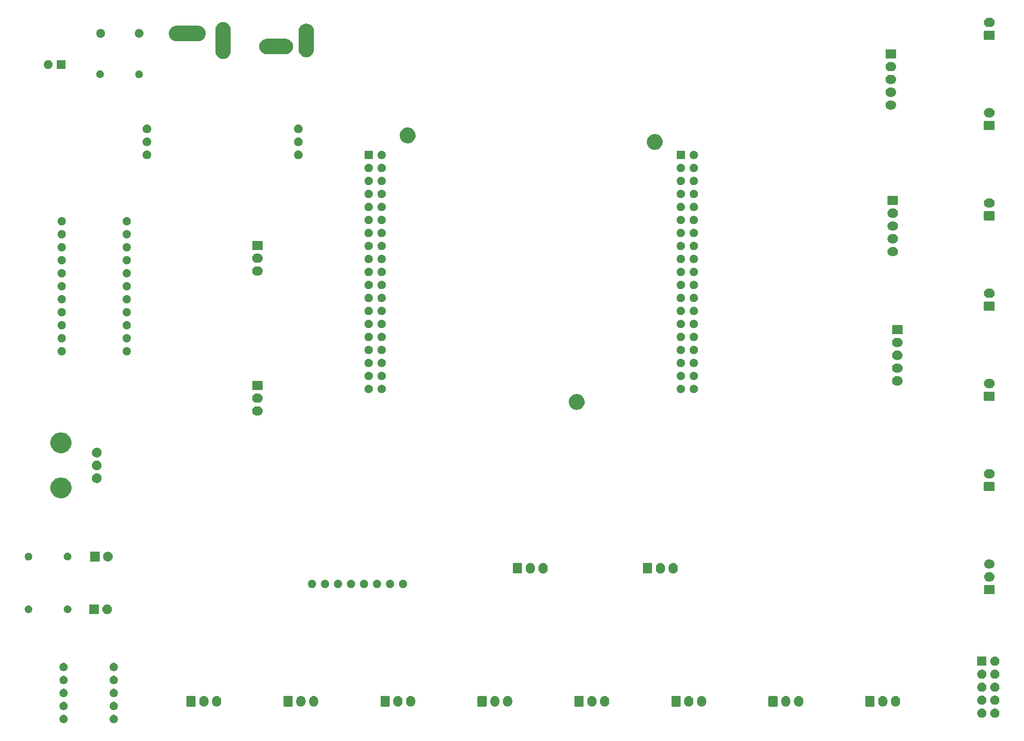
<source format=gbr>
G04 #@! TF.GenerationSoftware,KiCad,Pcbnew,(5.1.0)-1*
G04 #@! TF.CreationDate,2022-07-04T16:44:34+09:00*
G04 #@! TF.ProjectId,2022NHK_Include,32303232-4e48-44b5-9f49-6e636c756465,rev?*
G04 #@! TF.SameCoordinates,Original*
G04 #@! TF.FileFunction,Soldermask,Bot*
G04 #@! TF.FilePolarity,Negative*
%FSLAX46Y46*%
G04 Gerber Fmt 4.6, Leading zero omitted, Abs format (unit mm)*
G04 Created by KiCad (PCBNEW (5.1.0)-1) date 2022-07-04 16:44:34*
%MOMM*%
%LPD*%
G04 APERTURE LIST*
%ADD10C,0.100000*%
G04 APERTURE END LIST*
D10*
G36*
X37829142Y-156549242D02*
G01*
X37977101Y-156610529D01*
X38110255Y-156699499D01*
X38223501Y-156812745D01*
X38312471Y-156945899D01*
X38373758Y-157093858D01*
X38405000Y-157250925D01*
X38405000Y-157411075D01*
X38373758Y-157568142D01*
X38312471Y-157716101D01*
X38223501Y-157849255D01*
X38110255Y-157962501D01*
X37977101Y-158051471D01*
X37829142Y-158112758D01*
X37672075Y-158144000D01*
X37511925Y-158144000D01*
X37354858Y-158112758D01*
X37206899Y-158051471D01*
X37073745Y-157962501D01*
X36960499Y-157849255D01*
X36871529Y-157716101D01*
X36810242Y-157568142D01*
X36779000Y-157411075D01*
X36779000Y-157250925D01*
X36810242Y-157093858D01*
X36871529Y-156945899D01*
X36960499Y-156812745D01*
X37073745Y-156699499D01*
X37206899Y-156610529D01*
X37354858Y-156549242D01*
X37511925Y-156518000D01*
X37672075Y-156518000D01*
X37829142Y-156549242D01*
X37829142Y-156549242D01*
G37*
G36*
X28050142Y-156549242D02*
G01*
X28198101Y-156610529D01*
X28331255Y-156699499D01*
X28444501Y-156812745D01*
X28533471Y-156945899D01*
X28594758Y-157093858D01*
X28626000Y-157250925D01*
X28626000Y-157411075D01*
X28594758Y-157568142D01*
X28533471Y-157716101D01*
X28444501Y-157849255D01*
X28331255Y-157962501D01*
X28198101Y-158051471D01*
X28050142Y-158112758D01*
X27893075Y-158144000D01*
X27732925Y-158144000D01*
X27575858Y-158112758D01*
X27427899Y-158051471D01*
X27294745Y-157962501D01*
X27181499Y-157849255D01*
X27092529Y-157716101D01*
X27031242Y-157568142D01*
X27000000Y-157411075D01*
X27000000Y-157250925D01*
X27031242Y-157093858D01*
X27092529Y-156945899D01*
X27181499Y-156812745D01*
X27294745Y-156699499D01*
X27427899Y-156610529D01*
X27575858Y-156549242D01*
X27732925Y-156518000D01*
X27893075Y-156518000D01*
X28050142Y-156549242D01*
X28050142Y-156549242D01*
G37*
G36*
X209787442Y-155315518D02*
G01*
X209853627Y-155322037D01*
X210023466Y-155373557D01*
X210179991Y-155457222D01*
X210215729Y-155486552D01*
X210317186Y-155569814D01*
X210400448Y-155671271D01*
X210429778Y-155707009D01*
X210513443Y-155863534D01*
X210564963Y-156033373D01*
X210582359Y-156210000D01*
X210564963Y-156386627D01*
X210513443Y-156556466D01*
X210429778Y-156712991D01*
X210400448Y-156748729D01*
X210317186Y-156850186D01*
X210215729Y-156933448D01*
X210179991Y-156962778D01*
X210023466Y-157046443D01*
X209853627Y-157097963D01*
X209787443Y-157104481D01*
X209721260Y-157111000D01*
X209632740Y-157111000D01*
X209566557Y-157104481D01*
X209500373Y-157097963D01*
X209330534Y-157046443D01*
X209174009Y-156962778D01*
X209138271Y-156933448D01*
X209036814Y-156850186D01*
X208953552Y-156748729D01*
X208924222Y-156712991D01*
X208840557Y-156556466D01*
X208789037Y-156386627D01*
X208771641Y-156210000D01*
X208789037Y-156033373D01*
X208840557Y-155863534D01*
X208924222Y-155707009D01*
X208953552Y-155671271D01*
X209036814Y-155569814D01*
X209138271Y-155486552D01*
X209174009Y-155457222D01*
X209330534Y-155373557D01*
X209500373Y-155322037D01*
X209566558Y-155315518D01*
X209632740Y-155309000D01*
X209721260Y-155309000D01*
X209787442Y-155315518D01*
X209787442Y-155315518D01*
G37*
G36*
X207247442Y-155315518D02*
G01*
X207313627Y-155322037D01*
X207483466Y-155373557D01*
X207639991Y-155457222D01*
X207675729Y-155486552D01*
X207777186Y-155569814D01*
X207860448Y-155671271D01*
X207889778Y-155707009D01*
X207973443Y-155863534D01*
X208024963Y-156033373D01*
X208042359Y-156210000D01*
X208024963Y-156386627D01*
X207973443Y-156556466D01*
X207889778Y-156712991D01*
X207860448Y-156748729D01*
X207777186Y-156850186D01*
X207675729Y-156933448D01*
X207639991Y-156962778D01*
X207483466Y-157046443D01*
X207313627Y-157097963D01*
X207247443Y-157104481D01*
X207181260Y-157111000D01*
X207092740Y-157111000D01*
X207026557Y-157104481D01*
X206960373Y-157097963D01*
X206790534Y-157046443D01*
X206634009Y-156962778D01*
X206598271Y-156933448D01*
X206496814Y-156850186D01*
X206413552Y-156748729D01*
X206384222Y-156712991D01*
X206300557Y-156556466D01*
X206249037Y-156386627D01*
X206231641Y-156210000D01*
X206249037Y-156033373D01*
X206300557Y-155863534D01*
X206384222Y-155707009D01*
X206413552Y-155671271D01*
X206496814Y-155569814D01*
X206598271Y-155486552D01*
X206634009Y-155457222D01*
X206790534Y-155373557D01*
X206960373Y-155322037D01*
X207026558Y-155315518D01*
X207092740Y-155309000D01*
X207181260Y-155309000D01*
X207247442Y-155315518D01*
X207247442Y-155315518D01*
G37*
G36*
X28050142Y-154009242D02*
G01*
X28198101Y-154070529D01*
X28331255Y-154159499D01*
X28444501Y-154272745D01*
X28533471Y-154405899D01*
X28594758Y-154553858D01*
X28626000Y-154710925D01*
X28626000Y-154871075D01*
X28594758Y-155028142D01*
X28533471Y-155176101D01*
X28444501Y-155309255D01*
X28331255Y-155422501D01*
X28198101Y-155511471D01*
X28050142Y-155572758D01*
X27893075Y-155604000D01*
X27732925Y-155604000D01*
X27575858Y-155572758D01*
X27427899Y-155511471D01*
X27294745Y-155422501D01*
X27181499Y-155309255D01*
X27092529Y-155176101D01*
X27031242Y-155028142D01*
X27000000Y-154871075D01*
X27000000Y-154710925D01*
X27031242Y-154553858D01*
X27092529Y-154405899D01*
X27181499Y-154272745D01*
X27294745Y-154159499D01*
X27427899Y-154070529D01*
X27575858Y-154009242D01*
X27732925Y-153978000D01*
X27893075Y-153978000D01*
X28050142Y-154009242D01*
X28050142Y-154009242D01*
G37*
G36*
X37829142Y-154009242D02*
G01*
X37977101Y-154070529D01*
X38110255Y-154159499D01*
X38223501Y-154272745D01*
X38312471Y-154405899D01*
X38373758Y-154553858D01*
X38405000Y-154710925D01*
X38405000Y-154871075D01*
X38373758Y-155028142D01*
X38312471Y-155176101D01*
X38223501Y-155309255D01*
X38110255Y-155422501D01*
X37977101Y-155511471D01*
X37829142Y-155572758D01*
X37672075Y-155604000D01*
X37511925Y-155604000D01*
X37354858Y-155572758D01*
X37206899Y-155511471D01*
X37073745Y-155422501D01*
X36960499Y-155309255D01*
X36871529Y-155176101D01*
X36810242Y-155028142D01*
X36779000Y-154871075D01*
X36779000Y-154710925D01*
X36810242Y-154553858D01*
X36871529Y-154405899D01*
X36960499Y-154272745D01*
X37073745Y-154159499D01*
X37206899Y-154070529D01*
X37354858Y-154009242D01*
X37511925Y-153978000D01*
X37672075Y-153978000D01*
X37829142Y-154009242D01*
X37829142Y-154009242D01*
G37*
G36*
X114704626Y-152876037D02*
G01*
X114874465Y-152927557D01*
X114874467Y-152927558D01*
X115030989Y-153011221D01*
X115168186Y-153123814D01*
X115251448Y-153225271D01*
X115280778Y-153261009D01*
X115364443Y-153417534D01*
X115415963Y-153587373D01*
X115429000Y-153719742D01*
X115429000Y-154058257D01*
X115415963Y-154190626D01*
X115364443Y-154360466D01*
X115280778Y-154516991D01*
X115251448Y-154552729D01*
X115168186Y-154654186D01*
X115073250Y-154732097D01*
X115030991Y-154766778D01*
X114874466Y-154850443D01*
X114704627Y-154901963D01*
X114528000Y-154919359D01*
X114351374Y-154901963D01*
X114181535Y-154850443D01*
X114025010Y-154766778D01*
X113887815Y-154654185D01*
X113775222Y-154516991D01*
X113691557Y-154360466D01*
X113640037Y-154190627D01*
X113633519Y-154124443D01*
X113627000Y-154058260D01*
X113627000Y-153719741D01*
X113640037Y-153587376D01*
X113640037Y-153587374D01*
X113691557Y-153417535D01*
X113775222Y-153261010D01*
X113775223Y-153261009D01*
X113887814Y-153123814D01*
X113989271Y-153040552D01*
X114025009Y-153011222D01*
X114181534Y-152927557D01*
X114351373Y-152876037D01*
X114528000Y-152858641D01*
X114704626Y-152876037D01*
X114704626Y-152876037D01*
G37*
G36*
X150087626Y-152876037D02*
G01*
X150257465Y-152927557D01*
X150257467Y-152927558D01*
X150413989Y-153011221D01*
X150551186Y-153123814D01*
X150634448Y-153225271D01*
X150663778Y-153261009D01*
X150747443Y-153417534D01*
X150798963Y-153587373D01*
X150812000Y-153719742D01*
X150812000Y-154058257D01*
X150798963Y-154190626D01*
X150747443Y-154360466D01*
X150663778Y-154516991D01*
X150634448Y-154552729D01*
X150551186Y-154654186D01*
X150456250Y-154732097D01*
X150413991Y-154766778D01*
X150257466Y-154850443D01*
X150087627Y-154901963D01*
X149911000Y-154919359D01*
X149734374Y-154901963D01*
X149564535Y-154850443D01*
X149408010Y-154766778D01*
X149270815Y-154654185D01*
X149158222Y-154516991D01*
X149074557Y-154360466D01*
X149023037Y-154190627D01*
X149016519Y-154124443D01*
X149010000Y-154058260D01*
X149010000Y-153719741D01*
X149023037Y-153587376D01*
X149023037Y-153587374D01*
X149074557Y-153417535D01*
X149158222Y-153261010D01*
X149158223Y-153261009D01*
X149270814Y-153123814D01*
X149372271Y-153040552D01*
X149408009Y-153011222D01*
X149564534Y-152927557D01*
X149734373Y-152876037D01*
X149911000Y-152858641D01*
X150087626Y-152876037D01*
X150087626Y-152876037D01*
G37*
G36*
X74322726Y-152876037D02*
G01*
X74492565Y-152927557D01*
X74492567Y-152927558D01*
X74649089Y-153011221D01*
X74786286Y-153123814D01*
X74869548Y-153225271D01*
X74898878Y-153261009D01*
X74982543Y-153417534D01*
X75034063Y-153587373D01*
X75047100Y-153719742D01*
X75047100Y-154058257D01*
X75034063Y-154190626D01*
X74982543Y-154360466D01*
X74898878Y-154516991D01*
X74869548Y-154552729D01*
X74786286Y-154654186D01*
X74691350Y-154732097D01*
X74649091Y-154766778D01*
X74492566Y-154850443D01*
X74322727Y-154901963D01*
X74146100Y-154919359D01*
X73969474Y-154901963D01*
X73799635Y-154850443D01*
X73643110Y-154766778D01*
X73505915Y-154654185D01*
X73393322Y-154516991D01*
X73309657Y-154360466D01*
X73258137Y-154190627D01*
X73251619Y-154124443D01*
X73245100Y-154058260D01*
X73245100Y-153719741D01*
X73258137Y-153587376D01*
X73258137Y-153587374D01*
X73309657Y-153417535D01*
X73393322Y-153261010D01*
X73393323Y-153261009D01*
X73505914Y-153123814D01*
X73607371Y-153040552D01*
X73643109Y-153011222D01*
X73799634Y-152927557D01*
X73969473Y-152876037D01*
X74146100Y-152858641D01*
X74322726Y-152876037D01*
X74322726Y-152876037D01*
G37*
G36*
X76822726Y-152876037D02*
G01*
X76992565Y-152927557D01*
X76992567Y-152927558D01*
X77149089Y-153011221D01*
X77286286Y-153123814D01*
X77369548Y-153225271D01*
X77398878Y-153261009D01*
X77482543Y-153417534D01*
X77534063Y-153587373D01*
X77547100Y-153719742D01*
X77547100Y-154058257D01*
X77534063Y-154190626D01*
X77482543Y-154360466D01*
X77398878Y-154516991D01*
X77369548Y-154552729D01*
X77286286Y-154654186D01*
X77191350Y-154732097D01*
X77149091Y-154766778D01*
X76992566Y-154850443D01*
X76822727Y-154901963D01*
X76646100Y-154919359D01*
X76469474Y-154901963D01*
X76299635Y-154850443D01*
X76143110Y-154766778D01*
X76005915Y-154654185D01*
X75893322Y-154516991D01*
X75809657Y-154360466D01*
X75758137Y-154190627D01*
X75751619Y-154124443D01*
X75745100Y-154058260D01*
X75745100Y-153719741D01*
X75758137Y-153587376D01*
X75758137Y-153587374D01*
X75809657Y-153417535D01*
X75893322Y-153261010D01*
X75893323Y-153261009D01*
X76005914Y-153123814D01*
X76107371Y-153040552D01*
X76143109Y-153011222D01*
X76299634Y-152927557D01*
X76469473Y-152876037D01*
X76646100Y-152858641D01*
X76822726Y-152876037D01*
X76822726Y-152876037D01*
G37*
G36*
X55381626Y-152876037D02*
G01*
X55551465Y-152927557D01*
X55551467Y-152927558D01*
X55707989Y-153011221D01*
X55845186Y-153123814D01*
X55928448Y-153225271D01*
X55957778Y-153261009D01*
X56041443Y-153417534D01*
X56092963Y-153587373D01*
X56106000Y-153719742D01*
X56106000Y-154058257D01*
X56092963Y-154190626D01*
X56041443Y-154360466D01*
X55957778Y-154516991D01*
X55928448Y-154552729D01*
X55845186Y-154654186D01*
X55750250Y-154732097D01*
X55707991Y-154766778D01*
X55551466Y-154850443D01*
X55381627Y-154901963D01*
X55205000Y-154919359D01*
X55028374Y-154901963D01*
X54858535Y-154850443D01*
X54702010Y-154766778D01*
X54564815Y-154654185D01*
X54452222Y-154516991D01*
X54368557Y-154360466D01*
X54317037Y-154190627D01*
X54310519Y-154124443D01*
X54304000Y-154058260D01*
X54304000Y-153719741D01*
X54317037Y-153587376D01*
X54317037Y-153587374D01*
X54368557Y-153417535D01*
X54452222Y-153261010D01*
X54452223Y-153261009D01*
X54564814Y-153123814D01*
X54666271Y-153040552D01*
X54702009Y-153011222D01*
X54858534Y-152927557D01*
X55028373Y-152876037D01*
X55205000Y-152858641D01*
X55381626Y-152876037D01*
X55381626Y-152876037D01*
G37*
G36*
X57881626Y-152876037D02*
G01*
X58051465Y-152927557D01*
X58051467Y-152927558D01*
X58207989Y-153011221D01*
X58345186Y-153123814D01*
X58428448Y-153225271D01*
X58457778Y-153261009D01*
X58541443Y-153417534D01*
X58592963Y-153587373D01*
X58606000Y-153719742D01*
X58606000Y-154058257D01*
X58592963Y-154190626D01*
X58541443Y-154360466D01*
X58457778Y-154516991D01*
X58428448Y-154552729D01*
X58345186Y-154654186D01*
X58250250Y-154732097D01*
X58207991Y-154766778D01*
X58051466Y-154850443D01*
X57881627Y-154901963D01*
X57705000Y-154919359D01*
X57528374Y-154901963D01*
X57358535Y-154850443D01*
X57202010Y-154766778D01*
X57064815Y-154654185D01*
X56952222Y-154516991D01*
X56868557Y-154360466D01*
X56817037Y-154190627D01*
X56810519Y-154124443D01*
X56804000Y-154058260D01*
X56804000Y-153719741D01*
X56817037Y-153587376D01*
X56817037Y-153587374D01*
X56868557Y-153417535D01*
X56952222Y-153261010D01*
X56952223Y-153261009D01*
X57064814Y-153123814D01*
X57166271Y-153040552D01*
X57202009Y-153011222D01*
X57358534Y-152927557D01*
X57528373Y-152876037D01*
X57705000Y-152858641D01*
X57881626Y-152876037D01*
X57881626Y-152876037D01*
G37*
G36*
X152587626Y-152876037D02*
G01*
X152757465Y-152927557D01*
X152757467Y-152927558D01*
X152913989Y-153011221D01*
X153051186Y-153123814D01*
X153134448Y-153225271D01*
X153163778Y-153261009D01*
X153247443Y-153417534D01*
X153298963Y-153587373D01*
X153312000Y-153719742D01*
X153312000Y-154058257D01*
X153298963Y-154190626D01*
X153247443Y-154360466D01*
X153163778Y-154516991D01*
X153134448Y-154552729D01*
X153051186Y-154654186D01*
X152956250Y-154732097D01*
X152913991Y-154766778D01*
X152757466Y-154850443D01*
X152587627Y-154901963D01*
X152411000Y-154919359D01*
X152234374Y-154901963D01*
X152064535Y-154850443D01*
X151908010Y-154766778D01*
X151770815Y-154654185D01*
X151658222Y-154516991D01*
X151574557Y-154360466D01*
X151523037Y-154190627D01*
X151516518Y-154124442D01*
X151510000Y-154058260D01*
X151510000Y-153719741D01*
X151523037Y-153587376D01*
X151523037Y-153587374D01*
X151574557Y-153417535D01*
X151658222Y-153261010D01*
X151658223Y-153261009D01*
X151770814Y-153123814D01*
X151872271Y-153040552D01*
X151908009Y-153011222D01*
X152064534Y-152927557D01*
X152234373Y-152876037D01*
X152411000Y-152858641D01*
X152587626Y-152876037D01*
X152587626Y-152876037D01*
G37*
G36*
X169028626Y-152876037D02*
G01*
X169198465Y-152927557D01*
X169198467Y-152927558D01*
X169354989Y-153011221D01*
X169492186Y-153123814D01*
X169575448Y-153225271D01*
X169604778Y-153261009D01*
X169688443Y-153417534D01*
X169739963Y-153587373D01*
X169753000Y-153719742D01*
X169753000Y-154058257D01*
X169739963Y-154190626D01*
X169688443Y-154360466D01*
X169604778Y-154516991D01*
X169575448Y-154552729D01*
X169492186Y-154654186D01*
X169397250Y-154732097D01*
X169354991Y-154766778D01*
X169198466Y-154850443D01*
X169028627Y-154901963D01*
X168852000Y-154919359D01*
X168675374Y-154901963D01*
X168505535Y-154850443D01*
X168349010Y-154766778D01*
X168211815Y-154654185D01*
X168099222Y-154516991D01*
X168015557Y-154360466D01*
X167964037Y-154190627D01*
X167957518Y-154124442D01*
X167951000Y-154058260D01*
X167951000Y-153719741D01*
X167964037Y-153587376D01*
X167964037Y-153587374D01*
X168015557Y-153417535D01*
X168099222Y-153261010D01*
X168099223Y-153261009D01*
X168211814Y-153123814D01*
X168313271Y-153040552D01*
X168349009Y-153011222D01*
X168505534Y-152927557D01*
X168675373Y-152876037D01*
X168852000Y-152858641D01*
X169028626Y-152876037D01*
X169028626Y-152876037D01*
G37*
G36*
X93263926Y-152876037D02*
G01*
X93433765Y-152927557D01*
X93433767Y-152927558D01*
X93590289Y-153011221D01*
X93727486Y-153123814D01*
X93810748Y-153225271D01*
X93840078Y-153261009D01*
X93923743Y-153417534D01*
X93975263Y-153587373D01*
X93988300Y-153719742D01*
X93988300Y-154058257D01*
X93975263Y-154190626D01*
X93923743Y-154360466D01*
X93840078Y-154516991D01*
X93810748Y-154552729D01*
X93727486Y-154654186D01*
X93632550Y-154732097D01*
X93590291Y-154766778D01*
X93433766Y-154850443D01*
X93263927Y-154901963D01*
X93087300Y-154919359D01*
X92910674Y-154901963D01*
X92740835Y-154850443D01*
X92584310Y-154766778D01*
X92447115Y-154654185D01*
X92334522Y-154516991D01*
X92250857Y-154360466D01*
X92199337Y-154190627D01*
X92192819Y-154124443D01*
X92186300Y-154058260D01*
X92186300Y-153719741D01*
X92199337Y-153587376D01*
X92199337Y-153587374D01*
X92250857Y-153417535D01*
X92334522Y-153261010D01*
X92334523Y-153261009D01*
X92447114Y-153123814D01*
X92548571Y-153040552D01*
X92584309Y-153011222D01*
X92740834Y-152927557D01*
X92910673Y-152876037D01*
X93087300Y-152858641D01*
X93263926Y-152876037D01*
X93263926Y-152876037D01*
G37*
G36*
X187969626Y-152876037D02*
G01*
X188139465Y-152927557D01*
X188139467Y-152927558D01*
X188295989Y-153011221D01*
X188433186Y-153123814D01*
X188516448Y-153225271D01*
X188545778Y-153261009D01*
X188629443Y-153417534D01*
X188680963Y-153587373D01*
X188694000Y-153719742D01*
X188694000Y-154058257D01*
X188680963Y-154190626D01*
X188629443Y-154360466D01*
X188545778Y-154516991D01*
X188516448Y-154552729D01*
X188433186Y-154654186D01*
X188338250Y-154732097D01*
X188295991Y-154766778D01*
X188139466Y-154850443D01*
X187969627Y-154901963D01*
X187793000Y-154919359D01*
X187616374Y-154901963D01*
X187446535Y-154850443D01*
X187290010Y-154766778D01*
X187152815Y-154654185D01*
X187040222Y-154516991D01*
X186956557Y-154360466D01*
X186905037Y-154190627D01*
X186898518Y-154124442D01*
X186892000Y-154058260D01*
X186892000Y-153719741D01*
X186905037Y-153587376D01*
X186905037Y-153587374D01*
X186956557Y-153417535D01*
X187040222Y-153261010D01*
X187040223Y-153261009D01*
X187152814Y-153123814D01*
X187254271Y-153040552D01*
X187290009Y-153011222D01*
X187446534Y-152927557D01*
X187616373Y-152876037D01*
X187793000Y-152858641D01*
X187969626Y-152876037D01*
X187969626Y-152876037D01*
G37*
G36*
X190469626Y-152876037D02*
G01*
X190639465Y-152927557D01*
X190639467Y-152927558D01*
X190795989Y-153011221D01*
X190933186Y-153123814D01*
X191016448Y-153225271D01*
X191045778Y-153261009D01*
X191129443Y-153417534D01*
X191180963Y-153587373D01*
X191194000Y-153719742D01*
X191194000Y-154058257D01*
X191180963Y-154190626D01*
X191129443Y-154360466D01*
X191045778Y-154516991D01*
X191016448Y-154552729D01*
X190933186Y-154654186D01*
X190838250Y-154732097D01*
X190795991Y-154766778D01*
X190639466Y-154850443D01*
X190469627Y-154901963D01*
X190293000Y-154919359D01*
X190116374Y-154901963D01*
X189946535Y-154850443D01*
X189790010Y-154766778D01*
X189652815Y-154654185D01*
X189540222Y-154516991D01*
X189456557Y-154360466D01*
X189405037Y-154190627D01*
X189398518Y-154124442D01*
X189392000Y-154058260D01*
X189392000Y-153719741D01*
X189405037Y-153587376D01*
X189405037Y-153587374D01*
X189456557Y-153417535D01*
X189540222Y-153261010D01*
X189540223Y-153261009D01*
X189652814Y-153123814D01*
X189754271Y-153040552D01*
X189790009Y-153011222D01*
X189946534Y-152927557D01*
X190116373Y-152876037D01*
X190293000Y-152858641D01*
X190469626Y-152876037D01*
X190469626Y-152876037D01*
G37*
G36*
X131146626Y-152876037D02*
G01*
X131316465Y-152927557D01*
X131316467Y-152927558D01*
X131472989Y-153011221D01*
X131610186Y-153123814D01*
X131693448Y-153225271D01*
X131722778Y-153261009D01*
X131806443Y-153417534D01*
X131857963Y-153587373D01*
X131871000Y-153719742D01*
X131871000Y-154058257D01*
X131857963Y-154190626D01*
X131806443Y-154360466D01*
X131722778Y-154516991D01*
X131693448Y-154552729D01*
X131610186Y-154654186D01*
X131515250Y-154732097D01*
X131472991Y-154766778D01*
X131316466Y-154850443D01*
X131146627Y-154901963D01*
X130970000Y-154919359D01*
X130793374Y-154901963D01*
X130623535Y-154850443D01*
X130467010Y-154766778D01*
X130329815Y-154654185D01*
X130217222Y-154516991D01*
X130133557Y-154360466D01*
X130082037Y-154190627D01*
X130075519Y-154124443D01*
X130069000Y-154058260D01*
X130069000Y-153719741D01*
X130082037Y-153587376D01*
X130082037Y-153587374D01*
X130133557Y-153417535D01*
X130217222Y-153261010D01*
X130217223Y-153261009D01*
X130329814Y-153123814D01*
X130431271Y-153040552D01*
X130467009Y-153011222D01*
X130623534Y-152927557D01*
X130793373Y-152876037D01*
X130970000Y-152858641D01*
X131146626Y-152876037D01*
X131146626Y-152876037D01*
G37*
G36*
X133646626Y-152876037D02*
G01*
X133816465Y-152927557D01*
X133816467Y-152927558D01*
X133972989Y-153011221D01*
X134110186Y-153123814D01*
X134193448Y-153225271D01*
X134222778Y-153261009D01*
X134306443Y-153417534D01*
X134357963Y-153587373D01*
X134371000Y-153719742D01*
X134371000Y-154058257D01*
X134357963Y-154190626D01*
X134306443Y-154360466D01*
X134222778Y-154516991D01*
X134193448Y-154552729D01*
X134110186Y-154654186D01*
X134015250Y-154732097D01*
X133972991Y-154766778D01*
X133816466Y-154850443D01*
X133646627Y-154901963D01*
X133470000Y-154919359D01*
X133293374Y-154901963D01*
X133123535Y-154850443D01*
X132967010Y-154766778D01*
X132829815Y-154654185D01*
X132717222Y-154516991D01*
X132633557Y-154360466D01*
X132582037Y-154190627D01*
X132575519Y-154124443D01*
X132569000Y-154058260D01*
X132569000Y-153719741D01*
X132582037Y-153587376D01*
X132582037Y-153587374D01*
X132633557Y-153417535D01*
X132717222Y-153261010D01*
X132717223Y-153261009D01*
X132829814Y-153123814D01*
X132931271Y-153040552D01*
X132967009Y-153011222D01*
X133123534Y-152927557D01*
X133293373Y-152876037D01*
X133470000Y-152858641D01*
X133646626Y-152876037D01*
X133646626Y-152876037D01*
G37*
G36*
X112204626Y-152876037D02*
G01*
X112374465Y-152927557D01*
X112374467Y-152927558D01*
X112530989Y-153011221D01*
X112668186Y-153123814D01*
X112751448Y-153225271D01*
X112780778Y-153261009D01*
X112864443Y-153417534D01*
X112915963Y-153587373D01*
X112929000Y-153719742D01*
X112929000Y-154058257D01*
X112915963Y-154190626D01*
X112864443Y-154360466D01*
X112780778Y-154516991D01*
X112751448Y-154552729D01*
X112668186Y-154654186D01*
X112573250Y-154732097D01*
X112530991Y-154766778D01*
X112374466Y-154850443D01*
X112204627Y-154901963D01*
X112028000Y-154919359D01*
X111851374Y-154901963D01*
X111681535Y-154850443D01*
X111525010Y-154766778D01*
X111387815Y-154654185D01*
X111275222Y-154516991D01*
X111191557Y-154360466D01*
X111140037Y-154190627D01*
X111133519Y-154124443D01*
X111127000Y-154058260D01*
X111127000Y-153719741D01*
X111140037Y-153587376D01*
X111140037Y-153587374D01*
X111191557Y-153417535D01*
X111275222Y-153261010D01*
X111275223Y-153261009D01*
X111387814Y-153123814D01*
X111489271Y-153040552D01*
X111525009Y-153011222D01*
X111681534Y-152927557D01*
X111851373Y-152876037D01*
X112028000Y-152858641D01*
X112204626Y-152876037D01*
X112204626Y-152876037D01*
G37*
G36*
X95763926Y-152876037D02*
G01*
X95933765Y-152927557D01*
X95933767Y-152927558D01*
X96090289Y-153011221D01*
X96227486Y-153123814D01*
X96310748Y-153225271D01*
X96340078Y-153261009D01*
X96423743Y-153417534D01*
X96475263Y-153587373D01*
X96488300Y-153719742D01*
X96488300Y-154058257D01*
X96475263Y-154190626D01*
X96423743Y-154360466D01*
X96340078Y-154516991D01*
X96310748Y-154552729D01*
X96227486Y-154654186D01*
X96132550Y-154732097D01*
X96090291Y-154766778D01*
X95933766Y-154850443D01*
X95763927Y-154901963D01*
X95587300Y-154919359D01*
X95410674Y-154901963D01*
X95240835Y-154850443D01*
X95084310Y-154766778D01*
X94947115Y-154654185D01*
X94834522Y-154516991D01*
X94750857Y-154360466D01*
X94699337Y-154190627D01*
X94692819Y-154124443D01*
X94686300Y-154058260D01*
X94686300Y-153719741D01*
X94699337Y-153587376D01*
X94699337Y-153587374D01*
X94750857Y-153417535D01*
X94834522Y-153261010D01*
X94834523Y-153261009D01*
X94947114Y-153123814D01*
X95048571Y-153040552D01*
X95084309Y-153011222D01*
X95240834Y-152927557D01*
X95410673Y-152876037D01*
X95587300Y-152858641D01*
X95763926Y-152876037D01*
X95763926Y-152876037D01*
G37*
G36*
X171528626Y-152876037D02*
G01*
X171698465Y-152927557D01*
X171698467Y-152927558D01*
X171854989Y-153011221D01*
X171992186Y-153123814D01*
X172075448Y-153225271D01*
X172104778Y-153261009D01*
X172188443Y-153417534D01*
X172239963Y-153587373D01*
X172253000Y-153719742D01*
X172253000Y-154058257D01*
X172239963Y-154190626D01*
X172188443Y-154360466D01*
X172104778Y-154516991D01*
X172075448Y-154552729D01*
X171992186Y-154654186D01*
X171897250Y-154732097D01*
X171854991Y-154766778D01*
X171698466Y-154850443D01*
X171528627Y-154901963D01*
X171352000Y-154919359D01*
X171175374Y-154901963D01*
X171005535Y-154850443D01*
X170849010Y-154766778D01*
X170711815Y-154654185D01*
X170599222Y-154516991D01*
X170515557Y-154360466D01*
X170464037Y-154190627D01*
X170457518Y-154124442D01*
X170451000Y-154058260D01*
X170451000Y-153719741D01*
X170464037Y-153587376D01*
X170464037Y-153587374D01*
X170515557Y-153417535D01*
X170599222Y-153261010D01*
X170599223Y-153261009D01*
X170711814Y-153123814D01*
X170813271Y-153040552D01*
X170849009Y-153011222D01*
X171005534Y-152927557D01*
X171175373Y-152876037D01*
X171352000Y-152858641D01*
X171528626Y-152876037D01*
X171528626Y-152876037D01*
G37*
G36*
X186051600Y-152866989D02*
G01*
X186084652Y-152877015D01*
X186115103Y-152893292D01*
X186141799Y-152915201D01*
X186163708Y-152941897D01*
X186179985Y-152972348D01*
X186190011Y-153005400D01*
X186194000Y-153045903D01*
X186194000Y-154732097D01*
X186190011Y-154772600D01*
X186179985Y-154805652D01*
X186163708Y-154836103D01*
X186141799Y-154862799D01*
X186115103Y-154884708D01*
X186084652Y-154900985D01*
X186051600Y-154911011D01*
X186011097Y-154915000D01*
X184574903Y-154915000D01*
X184534400Y-154911011D01*
X184501348Y-154900985D01*
X184470897Y-154884708D01*
X184444201Y-154862799D01*
X184422292Y-154836103D01*
X184406015Y-154805652D01*
X184395989Y-154772600D01*
X184392000Y-154732097D01*
X184392000Y-153045903D01*
X184395989Y-153005400D01*
X184406015Y-152972348D01*
X184422292Y-152941897D01*
X184444201Y-152915201D01*
X184470897Y-152893292D01*
X184501348Y-152877015D01*
X184534400Y-152866989D01*
X184574903Y-152863000D01*
X186011097Y-152863000D01*
X186051600Y-152866989D01*
X186051600Y-152866989D01*
G37*
G36*
X91345900Y-152866989D02*
G01*
X91378952Y-152877015D01*
X91409403Y-152893292D01*
X91436099Y-152915201D01*
X91458008Y-152941897D01*
X91474285Y-152972348D01*
X91484311Y-153005400D01*
X91488300Y-153045903D01*
X91488300Y-154732097D01*
X91484311Y-154772600D01*
X91474285Y-154805652D01*
X91458008Y-154836103D01*
X91436099Y-154862799D01*
X91409403Y-154884708D01*
X91378952Y-154900985D01*
X91345900Y-154911011D01*
X91305397Y-154915000D01*
X89869203Y-154915000D01*
X89828700Y-154911011D01*
X89795648Y-154900985D01*
X89765197Y-154884708D01*
X89738501Y-154862799D01*
X89716592Y-154836103D01*
X89700315Y-154805652D01*
X89690289Y-154772600D01*
X89686300Y-154732097D01*
X89686300Y-153045903D01*
X89690289Y-153005400D01*
X89700315Y-152972348D01*
X89716592Y-152941897D01*
X89738501Y-152915201D01*
X89765197Y-152893292D01*
X89795648Y-152877015D01*
X89828700Y-152866989D01*
X89869203Y-152863000D01*
X91305397Y-152863000D01*
X91345900Y-152866989D01*
X91345900Y-152866989D01*
G37*
G36*
X110286600Y-152866989D02*
G01*
X110319652Y-152877015D01*
X110350103Y-152893292D01*
X110376799Y-152915201D01*
X110398708Y-152941897D01*
X110414985Y-152972348D01*
X110425011Y-153005400D01*
X110429000Y-153045903D01*
X110429000Y-154732097D01*
X110425011Y-154772600D01*
X110414985Y-154805652D01*
X110398708Y-154836103D01*
X110376799Y-154862799D01*
X110350103Y-154884708D01*
X110319652Y-154900985D01*
X110286600Y-154911011D01*
X110246097Y-154915000D01*
X108809903Y-154915000D01*
X108769400Y-154911011D01*
X108736348Y-154900985D01*
X108705897Y-154884708D01*
X108679201Y-154862799D01*
X108657292Y-154836103D01*
X108641015Y-154805652D01*
X108630989Y-154772600D01*
X108627000Y-154732097D01*
X108627000Y-153045903D01*
X108630989Y-153005400D01*
X108641015Y-152972348D01*
X108657292Y-152941897D01*
X108679201Y-152915201D01*
X108705897Y-152893292D01*
X108736348Y-152877015D01*
X108769400Y-152866989D01*
X108809903Y-152863000D01*
X110246097Y-152863000D01*
X110286600Y-152866989D01*
X110286600Y-152866989D01*
G37*
G36*
X148169600Y-152866989D02*
G01*
X148202652Y-152877015D01*
X148233103Y-152893292D01*
X148259799Y-152915201D01*
X148281708Y-152941897D01*
X148297985Y-152972348D01*
X148308011Y-153005400D01*
X148312000Y-153045903D01*
X148312000Y-154732097D01*
X148308011Y-154772600D01*
X148297985Y-154805652D01*
X148281708Y-154836103D01*
X148259799Y-154862799D01*
X148233103Y-154884708D01*
X148202652Y-154900985D01*
X148169600Y-154911011D01*
X148129097Y-154915000D01*
X146692903Y-154915000D01*
X146652400Y-154911011D01*
X146619348Y-154900985D01*
X146588897Y-154884708D01*
X146562201Y-154862799D01*
X146540292Y-154836103D01*
X146524015Y-154805652D01*
X146513989Y-154772600D01*
X146510000Y-154732097D01*
X146510000Y-153045903D01*
X146513989Y-153005400D01*
X146524015Y-152972348D01*
X146540292Y-152941897D01*
X146562201Y-152915201D01*
X146588897Y-152893292D01*
X146619348Y-152877015D01*
X146652400Y-152866989D01*
X146692903Y-152863000D01*
X148129097Y-152863000D01*
X148169600Y-152866989D01*
X148169600Y-152866989D01*
G37*
G36*
X72404700Y-152866989D02*
G01*
X72437752Y-152877015D01*
X72468203Y-152893292D01*
X72494899Y-152915201D01*
X72516808Y-152941897D01*
X72533085Y-152972348D01*
X72543111Y-153005400D01*
X72547100Y-153045903D01*
X72547100Y-154732097D01*
X72543111Y-154772600D01*
X72533085Y-154805652D01*
X72516808Y-154836103D01*
X72494899Y-154862799D01*
X72468203Y-154884708D01*
X72437752Y-154900985D01*
X72404700Y-154911011D01*
X72364197Y-154915000D01*
X70928003Y-154915000D01*
X70887500Y-154911011D01*
X70854448Y-154900985D01*
X70823997Y-154884708D01*
X70797301Y-154862799D01*
X70775392Y-154836103D01*
X70759115Y-154805652D01*
X70749089Y-154772600D01*
X70745100Y-154732097D01*
X70745100Y-153045903D01*
X70749089Y-153005400D01*
X70759115Y-152972348D01*
X70775392Y-152941897D01*
X70797301Y-152915201D01*
X70823997Y-152893292D01*
X70854448Y-152877015D01*
X70887500Y-152866989D01*
X70928003Y-152863000D01*
X72364197Y-152863000D01*
X72404700Y-152866989D01*
X72404700Y-152866989D01*
G37*
G36*
X167110600Y-152866989D02*
G01*
X167143652Y-152877015D01*
X167174103Y-152893292D01*
X167200799Y-152915201D01*
X167222708Y-152941897D01*
X167238985Y-152972348D01*
X167249011Y-153005400D01*
X167253000Y-153045903D01*
X167253000Y-154732097D01*
X167249011Y-154772600D01*
X167238985Y-154805652D01*
X167222708Y-154836103D01*
X167200799Y-154862799D01*
X167174103Y-154884708D01*
X167143652Y-154900985D01*
X167110600Y-154911011D01*
X167070097Y-154915000D01*
X165633903Y-154915000D01*
X165593400Y-154911011D01*
X165560348Y-154900985D01*
X165529897Y-154884708D01*
X165503201Y-154862799D01*
X165481292Y-154836103D01*
X165465015Y-154805652D01*
X165454989Y-154772600D01*
X165451000Y-154732097D01*
X165451000Y-153045903D01*
X165454989Y-153005400D01*
X165465015Y-152972348D01*
X165481292Y-152941897D01*
X165503201Y-152915201D01*
X165529897Y-152893292D01*
X165560348Y-152877015D01*
X165593400Y-152866989D01*
X165633903Y-152863000D01*
X167070097Y-152863000D01*
X167110600Y-152866989D01*
X167110600Y-152866989D01*
G37*
G36*
X53463600Y-152866989D02*
G01*
X53496652Y-152877015D01*
X53527103Y-152893292D01*
X53553799Y-152915201D01*
X53575708Y-152941897D01*
X53591985Y-152972348D01*
X53602011Y-153005400D01*
X53606000Y-153045903D01*
X53606000Y-154732097D01*
X53602011Y-154772600D01*
X53591985Y-154805652D01*
X53575708Y-154836103D01*
X53553799Y-154862799D01*
X53527103Y-154884708D01*
X53496652Y-154900985D01*
X53463600Y-154911011D01*
X53423097Y-154915000D01*
X51986903Y-154915000D01*
X51946400Y-154911011D01*
X51913348Y-154900985D01*
X51882897Y-154884708D01*
X51856201Y-154862799D01*
X51834292Y-154836103D01*
X51818015Y-154805652D01*
X51807989Y-154772600D01*
X51804000Y-154732097D01*
X51804000Y-153045903D01*
X51807989Y-153005400D01*
X51818015Y-152972348D01*
X51834292Y-152941897D01*
X51856201Y-152915201D01*
X51882897Y-152893292D01*
X51913348Y-152877015D01*
X51946400Y-152866989D01*
X51986903Y-152863000D01*
X53423097Y-152863000D01*
X53463600Y-152866989D01*
X53463600Y-152866989D01*
G37*
G36*
X129228600Y-152866989D02*
G01*
X129261652Y-152877015D01*
X129292103Y-152893292D01*
X129318799Y-152915201D01*
X129340708Y-152941897D01*
X129356985Y-152972348D01*
X129367011Y-153005400D01*
X129371000Y-153045903D01*
X129371000Y-154732097D01*
X129367011Y-154772600D01*
X129356985Y-154805652D01*
X129340708Y-154836103D01*
X129318799Y-154862799D01*
X129292103Y-154884708D01*
X129261652Y-154900985D01*
X129228600Y-154911011D01*
X129188097Y-154915000D01*
X127751903Y-154915000D01*
X127711400Y-154911011D01*
X127678348Y-154900985D01*
X127647897Y-154884708D01*
X127621201Y-154862799D01*
X127599292Y-154836103D01*
X127583015Y-154805652D01*
X127572989Y-154772600D01*
X127569000Y-154732097D01*
X127569000Y-153045903D01*
X127572989Y-153005400D01*
X127583015Y-152972348D01*
X127599292Y-152941897D01*
X127621201Y-152915201D01*
X127647897Y-152893292D01*
X127678348Y-152877015D01*
X127711400Y-152866989D01*
X127751903Y-152863000D01*
X129188097Y-152863000D01*
X129228600Y-152866989D01*
X129228600Y-152866989D01*
G37*
G36*
X207247442Y-152775518D02*
G01*
X207313627Y-152782037D01*
X207483466Y-152833557D01*
X207639991Y-152917222D01*
X207652584Y-152927557D01*
X207777186Y-153029814D01*
X207854329Y-153123814D01*
X207889778Y-153167009D01*
X207973443Y-153323534D01*
X208024963Y-153493373D01*
X208042359Y-153670000D01*
X208024963Y-153846627D01*
X207975634Y-154009242D01*
X207973442Y-154016468D01*
X207944546Y-154070529D01*
X207889778Y-154172991D01*
X207875307Y-154190624D01*
X207777186Y-154310186D01*
X207675729Y-154393448D01*
X207639991Y-154422778D01*
X207483466Y-154506443D01*
X207313627Y-154557963D01*
X207247443Y-154564481D01*
X207181260Y-154571000D01*
X207092740Y-154571000D01*
X207026557Y-154564481D01*
X206960373Y-154557963D01*
X206790534Y-154506443D01*
X206634009Y-154422778D01*
X206598271Y-154393448D01*
X206496814Y-154310186D01*
X206398693Y-154190624D01*
X206384222Y-154172991D01*
X206329454Y-154070529D01*
X206300558Y-154016468D01*
X206298366Y-154009242D01*
X206249037Y-153846627D01*
X206231641Y-153670000D01*
X206249037Y-153493373D01*
X206300557Y-153323534D01*
X206384222Y-153167009D01*
X206419671Y-153123814D01*
X206496814Y-153029814D01*
X206621416Y-152927557D01*
X206634009Y-152917222D01*
X206790534Y-152833557D01*
X206960373Y-152782037D01*
X207026558Y-152775518D01*
X207092740Y-152769000D01*
X207181260Y-152769000D01*
X207247442Y-152775518D01*
X207247442Y-152775518D01*
G37*
G36*
X209787442Y-152775518D02*
G01*
X209853627Y-152782037D01*
X210023466Y-152833557D01*
X210179991Y-152917222D01*
X210192584Y-152927557D01*
X210317186Y-153029814D01*
X210394329Y-153123814D01*
X210429778Y-153167009D01*
X210513443Y-153323534D01*
X210564963Y-153493373D01*
X210582359Y-153670000D01*
X210564963Y-153846627D01*
X210515634Y-154009242D01*
X210513442Y-154016468D01*
X210484546Y-154070529D01*
X210429778Y-154172991D01*
X210415307Y-154190624D01*
X210317186Y-154310186D01*
X210215729Y-154393448D01*
X210179991Y-154422778D01*
X210023466Y-154506443D01*
X209853627Y-154557963D01*
X209787443Y-154564481D01*
X209721260Y-154571000D01*
X209632740Y-154571000D01*
X209566557Y-154564481D01*
X209500373Y-154557963D01*
X209330534Y-154506443D01*
X209174009Y-154422778D01*
X209138271Y-154393448D01*
X209036814Y-154310186D01*
X208938693Y-154190624D01*
X208924222Y-154172991D01*
X208869454Y-154070529D01*
X208840558Y-154016468D01*
X208838366Y-154009242D01*
X208789037Y-153846627D01*
X208771641Y-153670000D01*
X208789037Y-153493373D01*
X208840557Y-153323534D01*
X208924222Y-153167009D01*
X208959671Y-153123814D01*
X209036814Y-153029814D01*
X209161416Y-152927557D01*
X209174009Y-152917222D01*
X209330534Y-152833557D01*
X209500373Y-152782037D01*
X209566558Y-152775518D01*
X209632740Y-152769000D01*
X209721260Y-152769000D01*
X209787442Y-152775518D01*
X209787442Y-152775518D01*
G37*
G36*
X37829142Y-151469242D02*
G01*
X37977101Y-151530529D01*
X38110255Y-151619499D01*
X38223501Y-151732745D01*
X38312471Y-151865899D01*
X38373758Y-152013858D01*
X38405000Y-152170925D01*
X38405000Y-152331075D01*
X38373758Y-152488142D01*
X38312471Y-152636101D01*
X38223501Y-152769255D01*
X38110255Y-152882501D01*
X37977101Y-152971471D01*
X37829142Y-153032758D01*
X37672075Y-153064000D01*
X37511925Y-153064000D01*
X37354858Y-153032758D01*
X37206899Y-152971471D01*
X37073745Y-152882501D01*
X36960499Y-152769255D01*
X36871529Y-152636101D01*
X36810242Y-152488142D01*
X36779000Y-152331075D01*
X36779000Y-152170925D01*
X36810242Y-152013858D01*
X36871529Y-151865899D01*
X36960499Y-151732745D01*
X37073745Y-151619499D01*
X37206899Y-151530529D01*
X37354858Y-151469242D01*
X37511925Y-151438000D01*
X37672075Y-151438000D01*
X37829142Y-151469242D01*
X37829142Y-151469242D01*
G37*
G36*
X28050142Y-151469242D02*
G01*
X28198101Y-151530529D01*
X28331255Y-151619499D01*
X28444501Y-151732745D01*
X28533471Y-151865899D01*
X28594758Y-152013858D01*
X28626000Y-152170925D01*
X28626000Y-152331075D01*
X28594758Y-152488142D01*
X28533471Y-152636101D01*
X28444501Y-152769255D01*
X28331255Y-152882501D01*
X28198101Y-152971471D01*
X28050142Y-153032758D01*
X27893075Y-153064000D01*
X27732925Y-153064000D01*
X27575858Y-153032758D01*
X27427899Y-152971471D01*
X27294745Y-152882501D01*
X27181499Y-152769255D01*
X27092529Y-152636101D01*
X27031242Y-152488142D01*
X27000000Y-152331075D01*
X27000000Y-152170925D01*
X27031242Y-152013858D01*
X27092529Y-151865899D01*
X27181499Y-151732745D01*
X27294745Y-151619499D01*
X27427899Y-151530529D01*
X27575858Y-151469242D01*
X27732925Y-151438000D01*
X27893075Y-151438000D01*
X28050142Y-151469242D01*
X28050142Y-151469242D01*
G37*
G36*
X209787442Y-150235518D02*
G01*
X209853627Y-150242037D01*
X210023466Y-150293557D01*
X210179991Y-150377222D01*
X210215729Y-150406552D01*
X210317186Y-150489814D01*
X210400448Y-150591271D01*
X210429778Y-150627009D01*
X210513443Y-150783534D01*
X210564963Y-150953373D01*
X210582359Y-151130000D01*
X210564963Y-151306627D01*
X210513443Y-151476466D01*
X210429778Y-151632991D01*
X210400448Y-151668729D01*
X210317186Y-151770186D01*
X210215729Y-151853448D01*
X210179991Y-151882778D01*
X210023466Y-151966443D01*
X209853627Y-152017963D01*
X209787442Y-152024482D01*
X209721260Y-152031000D01*
X209632740Y-152031000D01*
X209566558Y-152024482D01*
X209500373Y-152017963D01*
X209330534Y-151966443D01*
X209174009Y-151882778D01*
X209138271Y-151853448D01*
X209036814Y-151770186D01*
X208953552Y-151668729D01*
X208924222Y-151632991D01*
X208840557Y-151476466D01*
X208789037Y-151306627D01*
X208771641Y-151130000D01*
X208789037Y-150953373D01*
X208840557Y-150783534D01*
X208924222Y-150627009D01*
X208953552Y-150591271D01*
X209036814Y-150489814D01*
X209138271Y-150406552D01*
X209174009Y-150377222D01*
X209330534Y-150293557D01*
X209500373Y-150242037D01*
X209566558Y-150235518D01*
X209632740Y-150229000D01*
X209721260Y-150229000D01*
X209787442Y-150235518D01*
X209787442Y-150235518D01*
G37*
G36*
X207247442Y-150235518D02*
G01*
X207313627Y-150242037D01*
X207483466Y-150293557D01*
X207639991Y-150377222D01*
X207675729Y-150406552D01*
X207777186Y-150489814D01*
X207860448Y-150591271D01*
X207889778Y-150627009D01*
X207973443Y-150783534D01*
X208024963Y-150953373D01*
X208042359Y-151130000D01*
X208024963Y-151306627D01*
X207973443Y-151476466D01*
X207889778Y-151632991D01*
X207860448Y-151668729D01*
X207777186Y-151770186D01*
X207675729Y-151853448D01*
X207639991Y-151882778D01*
X207483466Y-151966443D01*
X207313627Y-152017963D01*
X207247442Y-152024482D01*
X207181260Y-152031000D01*
X207092740Y-152031000D01*
X207026558Y-152024482D01*
X206960373Y-152017963D01*
X206790534Y-151966443D01*
X206634009Y-151882778D01*
X206598271Y-151853448D01*
X206496814Y-151770186D01*
X206413552Y-151668729D01*
X206384222Y-151632991D01*
X206300557Y-151476466D01*
X206249037Y-151306627D01*
X206231641Y-151130000D01*
X206249037Y-150953373D01*
X206300557Y-150783534D01*
X206384222Y-150627009D01*
X206413552Y-150591271D01*
X206496814Y-150489814D01*
X206598271Y-150406552D01*
X206634009Y-150377222D01*
X206790534Y-150293557D01*
X206960373Y-150242037D01*
X207026558Y-150235518D01*
X207092740Y-150229000D01*
X207181260Y-150229000D01*
X207247442Y-150235518D01*
X207247442Y-150235518D01*
G37*
G36*
X37829142Y-148929242D02*
G01*
X37977101Y-148990529D01*
X38110255Y-149079499D01*
X38223501Y-149192745D01*
X38312471Y-149325899D01*
X38373758Y-149473858D01*
X38405000Y-149630925D01*
X38405000Y-149791075D01*
X38373758Y-149948142D01*
X38312471Y-150096101D01*
X38223501Y-150229255D01*
X38110255Y-150342501D01*
X37977101Y-150431471D01*
X37829142Y-150492758D01*
X37672075Y-150524000D01*
X37511925Y-150524000D01*
X37354858Y-150492758D01*
X37206899Y-150431471D01*
X37073745Y-150342501D01*
X36960499Y-150229255D01*
X36871529Y-150096101D01*
X36810242Y-149948142D01*
X36779000Y-149791075D01*
X36779000Y-149630925D01*
X36810242Y-149473858D01*
X36871529Y-149325899D01*
X36960499Y-149192745D01*
X37073745Y-149079499D01*
X37206899Y-148990529D01*
X37354858Y-148929242D01*
X37511925Y-148898000D01*
X37672075Y-148898000D01*
X37829142Y-148929242D01*
X37829142Y-148929242D01*
G37*
G36*
X28050142Y-148929242D02*
G01*
X28198101Y-148990529D01*
X28331255Y-149079499D01*
X28444501Y-149192745D01*
X28533471Y-149325899D01*
X28594758Y-149473858D01*
X28626000Y-149630925D01*
X28626000Y-149791075D01*
X28594758Y-149948142D01*
X28533471Y-150096101D01*
X28444501Y-150229255D01*
X28331255Y-150342501D01*
X28198101Y-150431471D01*
X28050142Y-150492758D01*
X27893075Y-150524000D01*
X27732925Y-150524000D01*
X27575858Y-150492758D01*
X27427899Y-150431471D01*
X27294745Y-150342501D01*
X27181499Y-150229255D01*
X27092529Y-150096101D01*
X27031242Y-149948142D01*
X27000000Y-149791075D01*
X27000000Y-149630925D01*
X27031242Y-149473858D01*
X27092529Y-149325899D01*
X27181499Y-149192745D01*
X27294745Y-149079499D01*
X27427899Y-148990529D01*
X27575858Y-148929242D01*
X27732925Y-148898000D01*
X27893075Y-148898000D01*
X28050142Y-148929242D01*
X28050142Y-148929242D01*
G37*
G36*
X209787443Y-147695519D02*
G01*
X209853627Y-147702037D01*
X210023466Y-147753557D01*
X210179991Y-147837222D01*
X210215729Y-147866552D01*
X210317186Y-147949814D01*
X210400448Y-148051271D01*
X210429778Y-148087009D01*
X210513443Y-148243534D01*
X210564963Y-148413373D01*
X210582359Y-148590000D01*
X210564963Y-148766627D01*
X210513443Y-148936466D01*
X210429778Y-149092991D01*
X210400448Y-149128729D01*
X210317186Y-149230186D01*
X210215729Y-149313448D01*
X210179991Y-149342778D01*
X210023466Y-149426443D01*
X209853627Y-149477963D01*
X209787442Y-149484482D01*
X209721260Y-149491000D01*
X209632740Y-149491000D01*
X209566558Y-149484482D01*
X209500373Y-149477963D01*
X209330534Y-149426443D01*
X209174009Y-149342778D01*
X209138271Y-149313448D01*
X209036814Y-149230186D01*
X208953552Y-149128729D01*
X208924222Y-149092991D01*
X208840557Y-148936466D01*
X208789037Y-148766627D01*
X208771641Y-148590000D01*
X208789037Y-148413373D01*
X208840557Y-148243534D01*
X208924222Y-148087009D01*
X208953552Y-148051271D01*
X209036814Y-147949814D01*
X209138271Y-147866552D01*
X209174009Y-147837222D01*
X209330534Y-147753557D01*
X209500373Y-147702037D01*
X209566557Y-147695519D01*
X209632740Y-147689000D01*
X209721260Y-147689000D01*
X209787443Y-147695519D01*
X209787443Y-147695519D01*
G37*
G36*
X207247443Y-147695519D02*
G01*
X207313627Y-147702037D01*
X207483466Y-147753557D01*
X207639991Y-147837222D01*
X207675729Y-147866552D01*
X207777186Y-147949814D01*
X207860448Y-148051271D01*
X207889778Y-148087009D01*
X207973443Y-148243534D01*
X208024963Y-148413373D01*
X208042359Y-148590000D01*
X208024963Y-148766627D01*
X207973443Y-148936466D01*
X207889778Y-149092991D01*
X207860448Y-149128729D01*
X207777186Y-149230186D01*
X207675729Y-149313448D01*
X207639991Y-149342778D01*
X207483466Y-149426443D01*
X207313627Y-149477963D01*
X207247442Y-149484482D01*
X207181260Y-149491000D01*
X207092740Y-149491000D01*
X207026558Y-149484482D01*
X206960373Y-149477963D01*
X206790534Y-149426443D01*
X206634009Y-149342778D01*
X206598271Y-149313448D01*
X206496814Y-149230186D01*
X206413552Y-149128729D01*
X206384222Y-149092991D01*
X206300557Y-148936466D01*
X206249037Y-148766627D01*
X206231641Y-148590000D01*
X206249037Y-148413373D01*
X206300557Y-148243534D01*
X206384222Y-148087009D01*
X206413552Y-148051271D01*
X206496814Y-147949814D01*
X206598271Y-147866552D01*
X206634009Y-147837222D01*
X206790534Y-147753557D01*
X206960373Y-147702037D01*
X207026557Y-147695519D01*
X207092740Y-147689000D01*
X207181260Y-147689000D01*
X207247443Y-147695519D01*
X207247443Y-147695519D01*
G37*
G36*
X37829142Y-146389242D02*
G01*
X37977101Y-146450529D01*
X38110255Y-146539499D01*
X38223501Y-146652745D01*
X38312471Y-146785899D01*
X38373758Y-146933858D01*
X38405000Y-147090925D01*
X38405000Y-147251075D01*
X38373758Y-147408142D01*
X38312471Y-147556101D01*
X38223501Y-147689255D01*
X38110255Y-147802501D01*
X37977101Y-147891471D01*
X37829142Y-147952758D01*
X37672075Y-147984000D01*
X37511925Y-147984000D01*
X37354858Y-147952758D01*
X37206899Y-147891471D01*
X37073745Y-147802501D01*
X36960499Y-147689255D01*
X36871529Y-147556101D01*
X36810242Y-147408142D01*
X36779000Y-147251075D01*
X36779000Y-147090925D01*
X36810242Y-146933858D01*
X36871529Y-146785899D01*
X36960499Y-146652745D01*
X37073745Y-146539499D01*
X37206899Y-146450529D01*
X37354858Y-146389242D01*
X37511925Y-146358000D01*
X37672075Y-146358000D01*
X37829142Y-146389242D01*
X37829142Y-146389242D01*
G37*
G36*
X28050142Y-146389242D02*
G01*
X28198101Y-146450529D01*
X28331255Y-146539499D01*
X28444501Y-146652745D01*
X28533471Y-146785899D01*
X28594758Y-146933858D01*
X28626000Y-147090925D01*
X28626000Y-147251075D01*
X28594758Y-147408142D01*
X28533471Y-147556101D01*
X28444501Y-147689255D01*
X28331255Y-147802501D01*
X28198101Y-147891471D01*
X28050142Y-147952758D01*
X27893075Y-147984000D01*
X27732925Y-147984000D01*
X27575858Y-147952758D01*
X27427899Y-147891471D01*
X27294745Y-147802501D01*
X27181499Y-147689255D01*
X27092529Y-147556101D01*
X27031242Y-147408142D01*
X27000000Y-147251075D01*
X27000000Y-147090925D01*
X27031242Y-146933858D01*
X27092529Y-146785899D01*
X27181499Y-146652745D01*
X27294745Y-146539499D01*
X27427899Y-146450529D01*
X27575858Y-146389242D01*
X27732925Y-146358000D01*
X27893075Y-146358000D01*
X28050142Y-146389242D01*
X28050142Y-146389242D01*
G37*
G36*
X209787443Y-145155519D02*
G01*
X209853627Y-145162037D01*
X210023466Y-145213557D01*
X210179991Y-145297222D01*
X210215729Y-145326552D01*
X210317186Y-145409814D01*
X210400448Y-145511271D01*
X210429778Y-145547009D01*
X210513443Y-145703534D01*
X210564963Y-145873373D01*
X210582359Y-146050000D01*
X210564963Y-146226627D01*
X210513443Y-146396466D01*
X210429778Y-146552991D01*
X210400448Y-146588729D01*
X210317186Y-146690186D01*
X210215729Y-146773448D01*
X210179991Y-146802778D01*
X210023466Y-146886443D01*
X209853627Y-146937963D01*
X209787442Y-146944482D01*
X209721260Y-146951000D01*
X209632740Y-146951000D01*
X209566558Y-146944482D01*
X209500373Y-146937963D01*
X209330534Y-146886443D01*
X209174009Y-146802778D01*
X209138271Y-146773448D01*
X209036814Y-146690186D01*
X208953552Y-146588729D01*
X208924222Y-146552991D01*
X208840557Y-146396466D01*
X208789037Y-146226627D01*
X208771641Y-146050000D01*
X208789037Y-145873373D01*
X208840557Y-145703534D01*
X208924222Y-145547009D01*
X208953552Y-145511271D01*
X209036814Y-145409814D01*
X209138271Y-145326552D01*
X209174009Y-145297222D01*
X209330534Y-145213557D01*
X209500373Y-145162037D01*
X209566557Y-145155519D01*
X209632740Y-145149000D01*
X209721260Y-145149000D01*
X209787443Y-145155519D01*
X209787443Y-145155519D01*
G37*
G36*
X208038000Y-146951000D02*
G01*
X206236000Y-146951000D01*
X206236000Y-145149000D01*
X208038000Y-145149000D01*
X208038000Y-146951000D01*
X208038000Y-146951000D01*
G37*
G36*
X34733000Y-136841000D02*
G01*
X32831000Y-136841000D01*
X32831000Y-134939000D01*
X34733000Y-134939000D01*
X34733000Y-136841000D01*
X34733000Y-136841000D01*
G37*
G36*
X36599395Y-134975546D02*
G01*
X36772466Y-135047234D01*
X36772467Y-135047235D01*
X36928227Y-135151310D01*
X37060690Y-135283773D01*
X37109213Y-135356393D01*
X37164766Y-135439534D01*
X37236454Y-135612605D01*
X37273000Y-135796333D01*
X37273000Y-135983667D01*
X37236454Y-136167395D01*
X37164766Y-136340466D01*
X37145877Y-136368735D01*
X37060690Y-136496227D01*
X36928227Y-136628690D01*
X36849818Y-136681081D01*
X36772466Y-136732766D01*
X36599395Y-136804454D01*
X36415667Y-136841000D01*
X36228333Y-136841000D01*
X36044605Y-136804454D01*
X35871534Y-136732766D01*
X35794182Y-136681081D01*
X35715773Y-136628690D01*
X35583310Y-136496227D01*
X35498123Y-136368735D01*
X35479234Y-136340466D01*
X35407546Y-136167395D01*
X35371000Y-135983667D01*
X35371000Y-135796333D01*
X35407546Y-135612605D01*
X35479234Y-135439534D01*
X35534787Y-135356393D01*
X35583310Y-135283773D01*
X35715773Y-135151310D01*
X35871533Y-135047235D01*
X35871534Y-135047234D01*
X36044605Y-134975546D01*
X36228333Y-134939000D01*
X36415667Y-134939000D01*
X36599395Y-134975546D01*
X36599395Y-134975546D01*
G37*
G36*
X28794059Y-135167860D02*
G01*
X28854294Y-135192810D01*
X28930732Y-135224472D01*
X29053735Y-135306660D01*
X29158340Y-135411265D01*
X29240528Y-135534268D01*
X29297140Y-135670941D01*
X29326000Y-135816033D01*
X29326000Y-135963967D01*
X29297140Y-136109059D01*
X29240528Y-136245732D01*
X29158340Y-136368735D01*
X29053735Y-136473340D01*
X28930732Y-136555528D01*
X28930731Y-136555529D01*
X28930730Y-136555529D01*
X28794059Y-136612140D01*
X28648968Y-136641000D01*
X28501032Y-136641000D01*
X28355941Y-136612140D01*
X28219270Y-136555529D01*
X28219269Y-136555529D01*
X28219268Y-136555528D01*
X28096265Y-136473340D01*
X27991660Y-136368735D01*
X27909472Y-136245732D01*
X27852860Y-136109059D01*
X27824000Y-135963967D01*
X27824000Y-135816033D01*
X27852860Y-135670941D01*
X27909472Y-135534268D01*
X27991660Y-135411265D01*
X28096265Y-135306660D01*
X28219268Y-135224472D01*
X28295707Y-135192810D01*
X28355941Y-135167860D01*
X28501032Y-135139000D01*
X28648968Y-135139000D01*
X28794059Y-135167860D01*
X28794059Y-135167860D01*
G37*
G36*
X21028665Y-135142622D02*
G01*
X21102222Y-135149867D01*
X21243786Y-135192810D01*
X21374252Y-135262546D01*
X21404040Y-135286992D01*
X21488607Y-135356393D01*
X21556837Y-135439534D01*
X21582454Y-135470748D01*
X21652190Y-135601214D01*
X21695133Y-135742778D01*
X21709633Y-135890000D01*
X21695133Y-136037222D01*
X21652190Y-136178786D01*
X21582454Y-136309252D01*
X21558008Y-136339040D01*
X21488607Y-136423607D01*
X21428004Y-136473341D01*
X21374252Y-136517454D01*
X21243786Y-136587190D01*
X21102222Y-136630133D01*
X21028665Y-136637378D01*
X20991888Y-136641000D01*
X20918112Y-136641000D01*
X20881335Y-136637378D01*
X20807778Y-136630133D01*
X20666214Y-136587190D01*
X20535748Y-136517454D01*
X20481996Y-136473341D01*
X20421393Y-136423607D01*
X20351992Y-136339040D01*
X20327546Y-136309252D01*
X20257810Y-136178786D01*
X20214867Y-136037222D01*
X20200367Y-135890000D01*
X20214867Y-135742778D01*
X20257810Y-135601214D01*
X20327546Y-135470748D01*
X20353163Y-135439534D01*
X20421393Y-135356393D01*
X20505960Y-135286992D01*
X20535748Y-135262546D01*
X20666214Y-135192810D01*
X20807778Y-135149867D01*
X20881335Y-135142622D01*
X20918112Y-135139000D01*
X20991888Y-135139000D01*
X21028665Y-135142622D01*
X21028665Y-135142622D01*
G37*
G36*
X209471600Y-131166989D02*
G01*
X209504652Y-131177015D01*
X209535103Y-131193292D01*
X209561799Y-131215201D01*
X209583708Y-131241897D01*
X209599985Y-131272348D01*
X209610011Y-131305400D01*
X209614000Y-131345903D01*
X209614000Y-132782097D01*
X209610011Y-132822600D01*
X209599985Y-132855652D01*
X209583708Y-132886103D01*
X209561799Y-132912799D01*
X209535103Y-132934708D01*
X209504652Y-132950985D01*
X209471600Y-132961011D01*
X209431097Y-132965000D01*
X207744903Y-132965000D01*
X207704400Y-132961011D01*
X207671348Y-132950985D01*
X207640897Y-132934708D01*
X207614201Y-132912799D01*
X207592292Y-132886103D01*
X207576015Y-132855652D01*
X207565989Y-132822600D01*
X207562000Y-132782097D01*
X207562000Y-131345903D01*
X207565989Y-131305400D01*
X207576015Y-131272348D01*
X207592292Y-131241897D01*
X207614201Y-131215201D01*
X207640897Y-131193292D01*
X207671348Y-131177015D01*
X207704400Y-131166989D01*
X207744903Y-131163000D01*
X209431097Y-131163000D01*
X209471600Y-131166989D01*
X209471600Y-131166989D01*
G37*
G36*
X79104142Y-130155242D02*
G01*
X79252101Y-130216529D01*
X79385255Y-130305499D01*
X79498501Y-130418745D01*
X79587471Y-130551899D01*
X79648758Y-130699858D01*
X79680000Y-130856925D01*
X79680000Y-131017075D01*
X79648758Y-131174142D01*
X79587471Y-131322101D01*
X79498501Y-131455255D01*
X79385255Y-131568501D01*
X79252101Y-131657471D01*
X79104142Y-131718758D01*
X78947075Y-131750000D01*
X78786925Y-131750000D01*
X78629858Y-131718758D01*
X78481899Y-131657471D01*
X78348745Y-131568501D01*
X78235499Y-131455255D01*
X78146529Y-131322101D01*
X78085242Y-131174142D01*
X78054000Y-131017075D01*
X78054000Y-130856925D01*
X78085242Y-130699858D01*
X78146529Y-130551899D01*
X78235499Y-130418745D01*
X78348745Y-130305499D01*
X78481899Y-130216529D01*
X78629858Y-130155242D01*
X78786925Y-130124000D01*
X78947075Y-130124000D01*
X79104142Y-130155242D01*
X79104142Y-130155242D01*
G37*
G36*
X94344142Y-130155242D02*
G01*
X94492101Y-130216529D01*
X94625255Y-130305499D01*
X94738501Y-130418745D01*
X94827471Y-130551899D01*
X94888758Y-130699858D01*
X94920000Y-130856925D01*
X94920000Y-131017075D01*
X94888758Y-131174142D01*
X94827471Y-131322101D01*
X94738501Y-131455255D01*
X94625255Y-131568501D01*
X94492101Y-131657471D01*
X94344142Y-131718758D01*
X94187075Y-131750000D01*
X94026925Y-131750000D01*
X93869858Y-131718758D01*
X93721899Y-131657471D01*
X93588745Y-131568501D01*
X93475499Y-131455255D01*
X93386529Y-131322101D01*
X93325242Y-131174142D01*
X93294000Y-131017075D01*
X93294000Y-130856925D01*
X93325242Y-130699858D01*
X93386529Y-130551899D01*
X93475499Y-130418745D01*
X93588745Y-130305499D01*
X93721899Y-130216529D01*
X93869858Y-130155242D01*
X94026925Y-130124000D01*
X94187075Y-130124000D01*
X94344142Y-130155242D01*
X94344142Y-130155242D01*
G37*
G36*
X91804142Y-130155242D02*
G01*
X91952101Y-130216529D01*
X92085255Y-130305499D01*
X92198501Y-130418745D01*
X92287471Y-130551899D01*
X92348758Y-130699858D01*
X92380000Y-130856925D01*
X92380000Y-131017075D01*
X92348758Y-131174142D01*
X92287471Y-131322101D01*
X92198501Y-131455255D01*
X92085255Y-131568501D01*
X91952101Y-131657471D01*
X91804142Y-131718758D01*
X91647075Y-131750000D01*
X91486925Y-131750000D01*
X91329858Y-131718758D01*
X91181899Y-131657471D01*
X91048745Y-131568501D01*
X90935499Y-131455255D01*
X90846529Y-131322101D01*
X90785242Y-131174142D01*
X90754000Y-131017075D01*
X90754000Y-130856925D01*
X90785242Y-130699858D01*
X90846529Y-130551899D01*
X90935499Y-130418745D01*
X91048745Y-130305499D01*
X91181899Y-130216529D01*
X91329858Y-130155242D01*
X91486925Y-130124000D01*
X91647075Y-130124000D01*
X91804142Y-130155242D01*
X91804142Y-130155242D01*
G37*
G36*
X89264142Y-130155242D02*
G01*
X89412101Y-130216529D01*
X89545255Y-130305499D01*
X89658501Y-130418745D01*
X89747471Y-130551899D01*
X89808758Y-130699858D01*
X89840000Y-130856925D01*
X89840000Y-131017075D01*
X89808758Y-131174142D01*
X89747471Y-131322101D01*
X89658501Y-131455255D01*
X89545255Y-131568501D01*
X89412101Y-131657471D01*
X89264142Y-131718758D01*
X89107075Y-131750000D01*
X88946925Y-131750000D01*
X88789858Y-131718758D01*
X88641899Y-131657471D01*
X88508745Y-131568501D01*
X88395499Y-131455255D01*
X88306529Y-131322101D01*
X88245242Y-131174142D01*
X88214000Y-131017075D01*
X88214000Y-130856925D01*
X88245242Y-130699858D01*
X88306529Y-130551899D01*
X88395499Y-130418745D01*
X88508745Y-130305499D01*
X88641899Y-130216529D01*
X88789858Y-130155242D01*
X88946925Y-130124000D01*
X89107075Y-130124000D01*
X89264142Y-130155242D01*
X89264142Y-130155242D01*
G37*
G36*
X86724142Y-130155242D02*
G01*
X86872101Y-130216529D01*
X87005255Y-130305499D01*
X87118501Y-130418745D01*
X87207471Y-130551899D01*
X87268758Y-130699858D01*
X87300000Y-130856925D01*
X87300000Y-131017075D01*
X87268758Y-131174142D01*
X87207471Y-131322101D01*
X87118501Y-131455255D01*
X87005255Y-131568501D01*
X86872101Y-131657471D01*
X86724142Y-131718758D01*
X86567075Y-131750000D01*
X86406925Y-131750000D01*
X86249858Y-131718758D01*
X86101899Y-131657471D01*
X85968745Y-131568501D01*
X85855499Y-131455255D01*
X85766529Y-131322101D01*
X85705242Y-131174142D01*
X85674000Y-131017075D01*
X85674000Y-130856925D01*
X85705242Y-130699858D01*
X85766529Y-130551899D01*
X85855499Y-130418745D01*
X85968745Y-130305499D01*
X86101899Y-130216529D01*
X86249858Y-130155242D01*
X86406925Y-130124000D01*
X86567075Y-130124000D01*
X86724142Y-130155242D01*
X86724142Y-130155242D01*
G37*
G36*
X84184142Y-130155242D02*
G01*
X84332101Y-130216529D01*
X84465255Y-130305499D01*
X84578501Y-130418745D01*
X84667471Y-130551899D01*
X84728758Y-130699858D01*
X84760000Y-130856925D01*
X84760000Y-131017075D01*
X84728758Y-131174142D01*
X84667471Y-131322101D01*
X84578501Y-131455255D01*
X84465255Y-131568501D01*
X84332101Y-131657471D01*
X84184142Y-131718758D01*
X84027075Y-131750000D01*
X83866925Y-131750000D01*
X83709858Y-131718758D01*
X83561899Y-131657471D01*
X83428745Y-131568501D01*
X83315499Y-131455255D01*
X83226529Y-131322101D01*
X83165242Y-131174142D01*
X83134000Y-131017075D01*
X83134000Y-130856925D01*
X83165242Y-130699858D01*
X83226529Y-130551899D01*
X83315499Y-130418745D01*
X83428745Y-130305499D01*
X83561899Y-130216529D01*
X83709858Y-130155242D01*
X83866925Y-130124000D01*
X84027075Y-130124000D01*
X84184142Y-130155242D01*
X84184142Y-130155242D01*
G37*
G36*
X81644142Y-130155242D02*
G01*
X81792101Y-130216529D01*
X81925255Y-130305499D01*
X82038501Y-130418745D01*
X82127471Y-130551899D01*
X82188758Y-130699858D01*
X82220000Y-130856925D01*
X82220000Y-131017075D01*
X82188758Y-131174142D01*
X82127471Y-131322101D01*
X82038501Y-131455255D01*
X81925255Y-131568501D01*
X81792101Y-131657471D01*
X81644142Y-131718758D01*
X81487075Y-131750000D01*
X81326925Y-131750000D01*
X81169858Y-131718758D01*
X81021899Y-131657471D01*
X80888745Y-131568501D01*
X80775499Y-131455255D01*
X80686529Y-131322101D01*
X80625242Y-131174142D01*
X80594000Y-131017075D01*
X80594000Y-130856925D01*
X80625242Y-130699858D01*
X80686529Y-130551899D01*
X80775499Y-130418745D01*
X80888745Y-130305499D01*
X81021899Y-130216529D01*
X81169858Y-130155242D01*
X81326925Y-130124000D01*
X81487075Y-130124000D01*
X81644142Y-130155242D01*
X81644142Y-130155242D01*
G37*
G36*
X76564142Y-130155242D02*
G01*
X76712101Y-130216529D01*
X76845255Y-130305499D01*
X76958501Y-130418745D01*
X77047471Y-130551899D01*
X77108758Y-130699858D01*
X77140000Y-130856925D01*
X77140000Y-131017075D01*
X77108758Y-131174142D01*
X77047471Y-131322101D01*
X76958501Y-131455255D01*
X76845255Y-131568501D01*
X76712101Y-131657471D01*
X76564142Y-131718758D01*
X76407075Y-131750000D01*
X76246925Y-131750000D01*
X76089858Y-131718758D01*
X75941899Y-131657471D01*
X75808745Y-131568501D01*
X75695499Y-131455255D01*
X75606529Y-131322101D01*
X75545242Y-131174142D01*
X75514000Y-131017075D01*
X75514000Y-130856925D01*
X75545242Y-130699858D01*
X75606529Y-130551899D01*
X75695499Y-130418745D01*
X75808745Y-130305499D01*
X75941899Y-130216529D01*
X76089858Y-130155242D01*
X76246925Y-130124000D01*
X76407075Y-130124000D01*
X76564142Y-130155242D01*
X76564142Y-130155242D01*
G37*
G36*
X208823443Y-128669519D02*
G01*
X208889627Y-128676037D01*
X209059466Y-128727557D01*
X209215991Y-128811222D01*
X209246308Y-128836103D01*
X209353186Y-128923814D01*
X209436448Y-129025271D01*
X209465778Y-129061009D01*
X209549443Y-129217534D01*
X209600963Y-129387373D01*
X209618359Y-129564000D01*
X209600963Y-129740627D01*
X209549443Y-129910466D01*
X209465778Y-130066991D01*
X209436448Y-130102729D01*
X209353186Y-130204186D01*
X209251729Y-130287448D01*
X209215991Y-130316778D01*
X209059466Y-130400443D01*
X208889627Y-130451963D01*
X208823443Y-130458481D01*
X208757260Y-130465000D01*
X208418740Y-130465000D01*
X208352557Y-130458481D01*
X208286373Y-130451963D01*
X208116534Y-130400443D01*
X207960009Y-130316778D01*
X207924271Y-130287448D01*
X207822814Y-130204186D01*
X207739552Y-130102729D01*
X207710222Y-130066991D01*
X207626557Y-129910466D01*
X207575037Y-129740627D01*
X207557641Y-129564000D01*
X207575037Y-129387373D01*
X207626557Y-129217534D01*
X207710222Y-129061009D01*
X207739552Y-129025271D01*
X207822814Y-128923814D01*
X207929692Y-128836103D01*
X207960009Y-128811222D01*
X208116534Y-128727557D01*
X208286373Y-128676037D01*
X208352557Y-128669519D01*
X208418740Y-128663000D01*
X208757260Y-128663000D01*
X208823443Y-128669519D01*
X208823443Y-128669519D01*
G37*
G36*
X144535626Y-126876037D02*
G01*
X144705465Y-126927557D01*
X144705467Y-126927558D01*
X144861989Y-127011221D01*
X144999186Y-127123814D01*
X145082448Y-127225271D01*
X145111778Y-127261009D01*
X145195443Y-127417534D01*
X145246963Y-127587373D01*
X145260000Y-127719742D01*
X145260000Y-128058257D01*
X145246963Y-128190626D01*
X145195443Y-128360466D01*
X145111778Y-128516991D01*
X145082448Y-128552729D01*
X144999186Y-128654186D01*
X144904250Y-128732097D01*
X144861991Y-128766778D01*
X144705466Y-128850443D01*
X144535627Y-128901963D01*
X144359000Y-128919359D01*
X144182374Y-128901963D01*
X144012535Y-128850443D01*
X143856010Y-128766778D01*
X143718815Y-128654185D01*
X143606222Y-128516991D01*
X143522557Y-128360466D01*
X143471037Y-128190627D01*
X143458000Y-128058258D01*
X143458000Y-127719743D01*
X143471037Y-127587374D01*
X143522557Y-127417535D01*
X143606222Y-127261010D01*
X143606223Y-127261009D01*
X143718814Y-127123814D01*
X143820271Y-127040552D01*
X143856009Y-127011222D01*
X144012534Y-126927557D01*
X144182373Y-126876037D01*
X144359000Y-126858641D01*
X144535626Y-126876037D01*
X144535626Y-126876037D01*
G37*
G36*
X119135626Y-126876037D02*
G01*
X119305465Y-126927557D01*
X119305467Y-126927558D01*
X119461989Y-127011221D01*
X119599186Y-127123814D01*
X119682448Y-127225271D01*
X119711778Y-127261009D01*
X119795443Y-127417534D01*
X119846963Y-127587373D01*
X119860000Y-127719742D01*
X119860000Y-128058257D01*
X119846963Y-128190626D01*
X119795443Y-128360466D01*
X119711778Y-128516991D01*
X119682448Y-128552729D01*
X119599186Y-128654186D01*
X119504250Y-128732097D01*
X119461991Y-128766778D01*
X119305466Y-128850443D01*
X119135627Y-128901963D01*
X118959000Y-128919359D01*
X118782374Y-128901963D01*
X118612535Y-128850443D01*
X118456010Y-128766778D01*
X118318815Y-128654185D01*
X118206222Y-128516991D01*
X118122557Y-128360466D01*
X118071037Y-128190627D01*
X118058000Y-128058258D01*
X118058000Y-127719743D01*
X118071037Y-127587374D01*
X118122557Y-127417535D01*
X118206222Y-127261010D01*
X118206223Y-127261009D01*
X118318814Y-127123814D01*
X118420271Y-127040552D01*
X118456009Y-127011222D01*
X118612534Y-126927557D01*
X118782373Y-126876037D01*
X118959000Y-126858641D01*
X119135626Y-126876037D01*
X119135626Y-126876037D01*
G37*
G36*
X121635626Y-126876037D02*
G01*
X121805465Y-126927557D01*
X121805467Y-126927558D01*
X121961989Y-127011221D01*
X122099186Y-127123814D01*
X122182448Y-127225271D01*
X122211778Y-127261009D01*
X122295443Y-127417534D01*
X122346963Y-127587373D01*
X122360000Y-127719742D01*
X122360000Y-128058257D01*
X122346963Y-128190626D01*
X122295443Y-128360466D01*
X122211778Y-128516991D01*
X122182448Y-128552729D01*
X122099186Y-128654186D01*
X122004250Y-128732097D01*
X121961991Y-128766778D01*
X121805466Y-128850443D01*
X121635627Y-128901963D01*
X121459000Y-128919359D01*
X121282374Y-128901963D01*
X121112535Y-128850443D01*
X120956010Y-128766778D01*
X120818815Y-128654185D01*
X120706222Y-128516991D01*
X120622557Y-128360466D01*
X120571037Y-128190627D01*
X120558000Y-128058258D01*
X120558000Y-127719743D01*
X120571037Y-127587374D01*
X120622557Y-127417535D01*
X120706222Y-127261010D01*
X120706223Y-127261009D01*
X120818814Y-127123814D01*
X120920271Y-127040552D01*
X120956009Y-127011222D01*
X121112534Y-126927557D01*
X121282373Y-126876037D01*
X121459000Y-126858641D01*
X121635626Y-126876037D01*
X121635626Y-126876037D01*
G37*
G36*
X147035626Y-126876037D02*
G01*
X147205465Y-126927557D01*
X147205467Y-126927558D01*
X147361989Y-127011221D01*
X147499186Y-127123814D01*
X147582448Y-127225271D01*
X147611778Y-127261009D01*
X147695443Y-127417534D01*
X147746963Y-127587373D01*
X147760000Y-127719742D01*
X147760000Y-128058257D01*
X147746963Y-128190626D01*
X147695443Y-128360466D01*
X147611778Y-128516991D01*
X147582448Y-128552729D01*
X147499186Y-128654186D01*
X147404250Y-128732097D01*
X147361991Y-128766778D01*
X147205466Y-128850443D01*
X147035627Y-128901963D01*
X146859000Y-128919359D01*
X146682374Y-128901963D01*
X146512535Y-128850443D01*
X146356010Y-128766778D01*
X146218815Y-128654185D01*
X146106222Y-128516991D01*
X146022557Y-128360466D01*
X145971037Y-128190627D01*
X145958000Y-128058258D01*
X145958000Y-127719743D01*
X145971037Y-127587374D01*
X146022557Y-127417535D01*
X146106222Y-127261010D01*
X146106223Y-127261009D01*
X146218814Y-127123814D01*
X146320271Y-127040552D01*
X146356009Y-127011222D01*
X146512534Y-126927557D01*
X146682373Y-126876037D01*
X146859000Y-126858641D01*
X147035626Y-126876037D01*
X147035626Y-126876037D01*
G37*
G36*
X117217600Y-126866989D02*
G01*
X117250652Y-126877015D01*
X117281103Y-126893292D01*
X117307799Y-126915201D01*
X117329708Y-126941897D01*
X117345985Y-126972348D01*
X117356011Y-127005400D01*
X117360000Y-127045903D01*
X117360000Y-128732097D01*
X117356011Y-128772600D01*
X117345985Y-128805652D01*
X117329708Y-128836103D01*
X117307799Y-128862799D01*
X117281103Y-128884708D01*
X117250652Y-128900985D01*
X117217600Y-128911011D01*
X117177097Y-128915000D01*
X115740903Y-128915000D01*
X115700400Y-128911011D01*
X115667348Y-128900985D01*
X115636897Y-128884708D01*
X115610201Y-128862799D01*
X115588292Y-128836103D01*
X115572015Y-128805652D01*
X115561989Y-128772600D01*
X115558000Y-128732097D01*
X115558000Y-127045903D01*
X115561989Y-127005400D01*
X115572015Y-126972348D01*
X115588292Y-126941897D01*
X115610201Y-126915201D01*
X115636897Y-126893292D01*
X115667348Y-126877015D01*
X115700400Y-126866989D01*
X115740903Y-126863000D01*
X117177097Y-126863000D01*
X117217600Y-126866989D01*
X117217600Y-126866989D01*
G37*
G36*
X142617600Y-126866989D02*
G01*
X142650652Y-126877015D01*
X142681103Y-126893292D01*
X142707799Y-126915201D01*
X142729708Y-126941897D01*
X142745985Y-126972348D01*
X142756011Y-127005400D01*
X142760000Y-127045903D01*
X142760000Y-128732097D01*
X142756011Y-128772600D01*
X142745985Y-128805652D01*
X142729708Y-128836103D01*
X142707799Y-128862799D01*
X142681103Y-128884708D01*
X142650652Y-128900985D01*
X142617600Y-128911011D01*
X142577097Y-128915000D01*
X141140903Y-128915000D01*
X141100400Y-128911011D01*
X141067348Y-128900985D01*
X141036897Y-128884708D01*
X141010201Y-128862799D01*
X140988292Y-128836103D01*
X140972015Y-128805652D01*
X140961989Y-128772600D01*
X140958000Y-128732097D01*
X140958000Y-127045903D01*
X140961989Y-127005400D01*
X140972015Y-126972348D01*
X140988292Y-126941897D01*
X141010201Y-126915201D01*
X141036897Y-126893292D01*
X141067348Y-126877015D01*
X141100400Y-126866989D01*
X141140903Y-126863000D01*
X142577097Y-126863000D01*
X142617600Y-126866989D01*
X142617600Y-126866989D01*
G37*
G36*
X208823443Y-126169519D02*
G01*
X208889627Y-126176037D01*
X209059466Y-126227557D01*
X209215991Y-126311222D01*
X209232950Y-126325140D01*
X209353186Y-126423814D01*
X209430032Y-126517453D01*
X209465778Y-126561009D01*
X209549443Y-126717534D01*
X209600963Y-126887373D01*
X209618359Y-127064000D01*
X209600963Y-127240627D01*
X209549443Y-127410466D01*
X209465778Y-127566991D01*
X209449051Y-127587373D01*
X209353186Y-127704186D01*
X209251729Y-127787448D01*
X209215991Y-127816778D01*
X209059466Y-127900443D01*
X208889627Y-127951963D01*
X208823442Y-127958482D01*
X208757260Y-127965000D01*
X208418740Y-127965000D01*
X208352558Y-127958482D01*
X208286373Y-127951963D01*
X208116534Y-127900443D01*
X207960009Y-127816778D01*
X207924271Y-127787448D01*
X207822814Y-127704186D01*
X207726949Y-127587373D01*
X207710222Y-127566991D01*
X207626557Y-127410466D01*
X207575037Y-127240627D01*
X207557641Y-127064000D01*
X207575037Y-126887373D01*
X207626557Y-126717534D01*
X207710222Y-126561009D01*
X207745968Y-126517453D01*
X207822814Y-126423814D01*
X207943050Y-126325140D01*
X207960009Y-126311222D01*
X208116534Y-126227557D01*
X208286373Y-126176037D01*
X208352557Y-126169519D01*
X208418740Y-126163000D01*
X208757260Y-126163000D01*
X208823443Y-126169519D01*
X208823443Y-126169519D01*
G37*
G36*
X36726395Y-124688546D02*
G01*
X36899466Y-124760234D01*
X36899467Y-124760235D01*
X37055227Y-124864310D01*
X37187690Y-124996773D01*
X37236213Y-125069393D01*
X37291766Y-125152534D01*
X37363454Y-125325605D01*
X37400000Y-125509333D01*
X37400000Y-125696667D01*
X37363454Y-125880395D01*
X37291766Y-126053466D01*
X37272877Y-126081735D01*
X37187690Y-126209227D01*
X37055227Y-126341690D01*
X36976818Y-126394081D01*
X36899466Y-126445766D01*
X36726395Y-126517454D01*
X36542667Y-126554000D01*
X36355333Y-126554000D01*
X36171605Y-126517454D01*
X35998534Y-126445766D01*
X35921182Y-126394081D01*
X35842773Y-126341690D01*
X35710310Y-126209227D01*
X35625123Y-126081735D01*
X35606234Y-126053466D01*
X35534546Y-125880395D01*
X35498000Y-125696667D01*
X35498000Y-125509333D01*
X35534546Y-125325605D01*
X35606234Y-125152534D01*
X35661787Y-125069393D01*
X35710310Y-124996773D01*
X35842773Y-124864310D01*
X35998533Y-124760235D01*
X35998534Y-124760234D01*
X36171605Y-124688546D01*
X36355333Y-124652000D01*
X36542667Y-124652000D01*
X36726395Y-124688546D01*
X36726395Y-124688546D01*
G37*
G36*
X34860000Y-126554000D02*
G01*
X32958000Y-126554000D01*
X32958000Y-124652000D01*
X34860000Y-124652000D01*
X34860000Y-126554000D01*
X34860000Y-126554000D01*
G37*
G36*
X28794059Y-124880860D02*
G01*
X28854294Y-124905810D01*
X28930732Y-124937472D01*
X29053735Y-125019660D01*
X29158340Y-125124265D01*
X29240528Y-125247268D01*
X29297140Y-125383941D01*
X29326000Y-125529033D01*
X29326000Y-125676967D01*
X29297140Y-125822059D01*
X29240528Y-125958732D01*
X29158340Y-126081735D01*
X29053735Y-126186340D01*
X28930732Y-126268528D01*
X28930731Y-126268529D01*
X28930730Y-126268529D01*
X28794059Y-126325140D01*
X28648968Y-126354000D01*
X28501032Y-126354000D01*
X28355941Y-126325140D01*
X28219270Y-126268529D01*
X28219269Y-126268529D01*
X28219268Y-126268528D01*
X28096265Y-126186340D01*
X27991660Y-126081735D01*
X27909472Y-125958732D01*
X27852860Y-125822059D01*
X27824000Y-125676967D01*
X27824000Y-125529033D01*
X27852860Y-125383941D01*
X27909472Y-125247268D01*
X27991660Y-125124265D01*
X28096265Y-125019660D01*
X28219268Y-124937472D01*
X28295707Y-124905810D01*
X28355941Y-124880860D01*
X28501032Y-124852000D01*
X28648968Y-124852000D01*
X28794059Y-124880860D01*
X28794059Y-124880860D01*
G37*
G36*
X21028665Y-124855622D02*
G01*
X21102222Y-124862867D01*
X21243786Y-124905810D01*
X21374252Y-124975546D01*
X21404040Y-124999992D01*
X21488607Y-125069393D01*
X21556837Y-125152534D01*
X21582454Y-125183748D01*
X21652190Y-125314214D01*
X21695133Y-125455778D01*
X21709633Y-125603000D01*
X21695133Y-125750222D01*
X21652190Y-125891786D01*
X21582454Y-126022252D01*
X21558008Y-126052040D01*
X21488607Y-126136607D01*
X21428004Y-126186341D01*
X21374252Y-126230454D01*
X21243786Y-126300190D01*
X21102222Y-126343133D01*
X21028665Y-126350378D01*
X20991888Y-126354000D01*
X20918112Y-126354000D01*
X20881335Y-126350378D01*
X20807778Y-126343133D01*
X20666214Y-126300190D01*
X20535748Y-126230454D01*
X20481996Y-126186341D01*
X20421393Y-126136607D01*
X20351992Y-126052040D01*
X20327546Y-126022252D01*
X20257810Y-125891786D01*
X20214867Y-125750222D01*
X20200367Y-125603000D01*
X20214867Y-125455778D01*
X20257810Y-125314214D01*
X20327546Y-125183748D01*
X20353163Y-125152534D01*
X20421393Y-125069393D01*
X20505960Y-124999992D01*
X20535748Y-124975546D01*
X20666214Y-124905810D01*
X20807778Y-124862867D01*
X20881335Y-124855622D01*
X20918112Y-124852000D01*
X20991888Y-124852000D01*
X21028665Y-124855622D01*
X21028665Y-124855622D01*
G37*
G36*
X27888254Y-110210818D02*
G01*
X28261511Y-110365426D01*
X28261513Y-110365427D01*
X28597436Y-110589884D01*
X28883116Y-110875564D01*
X29106515Y-111209903D01*
X29107574Y-111211489D01*
X29262182Y-111584746D01*
X29341000Y-111980993D01*
X29341000Y-112385007D01*
X29262182Y-112781254D01*
X29107574Y-113154511D01*
X29107573Y-113154513D01*
X28883116Y-113490436D01*
X28597436Y-113776116D01*
X28261513Y-114000573D01*
X28261512Y-114000574D01*
X28261511Y-114000574D01*
X27888254Y-114155182D01*
X27492007Y-114234000D01*
X27087993Y-114234000D01*
X26691746Y-114155182D01*
X26318489Y-114000574D01*
X26318488Y-114000574D01*
X26318487Y-114000573D01*
X25982564Y-113776116D01*
X25696884Y-113490436D01*
X25472427Y-113154513D01*
X25472426Y-113154511D01*
X25317818Y-112781254D01*
X25239000Y-112385007D01*
X25239000Y-111980993D01*
X25317818Y-111584746D01*
X25472426Y-111211489D01*
X25473486Y-111209903D01*
X25696884Y-110875564D01*
X25982564Y-110589884D01*
X26318487Y-110365427D01*
X26318489Y-110365426D01*
X26691746Y-110210818D01*
X27087993Y-110132000D01*
X27492007Y-110132000D01*
X27888254Y-110210818D01*
X27888254Y-110210818D01*
G37*
G36*
X209496600Y-111030989D02*
G01*
X209529652Y-111041015D01*
X209560103Y-111057292D01*
X209586799Y-111079201D01*
X209608708Y-111105897D01*
X209624985Y-111136348D01*
X209635011Y-111169400D01*
X209639000Y-111209903D01*
X209639000Y-112646097D01*
X209635011Y-112686600D01*
X209624985Y-112719652D01*
X209608708Y-112750103D01*
X209586799Y-112776799D01*
X209560103Y-112798708D01*
X209529652Y-112814985D01*
X209496600Y-112825011D01*
X209456097Y-112829000D01*
X207719903Y-112829000D01*
X207679400Y-112825011D01*
X207646348Y-112814985D01*
X207615897Y-112798708D01*
X207589201Y-112776799D01*
X207567292Y-112750103D01*
X207551015Y-112719652D01*
X207540989Y-112686600D01*
X207537000Y-112646097D01*
X207537000Y-111209903D01*
X207540989Y-111169400D01*
X207551015Y-111136348D01*
X207567292Y-111105897D01*
X207589201Y-111079201D01*
X207615897Y-111057292D01*
X207646348Y-111041015D01*
X207679400Y-111030989D01*
X207719903Y-111027000D01*
X209456097Y-111027000D01*
X209496600Y-111030989D01*
X209496600Y-111030989D01*
G37*
G36*
X34567395Y-109368546D02*
G01*
X34740466Y-109440234D01*
X34740467Y-109440235D01*
X34896227Y-109544310D01*
X35028690Y-109676773D01*
X35028691Y-109676775D01*
X35132766Y-109832534D01*
X35204454Y-110005605D01*
X35241000Y-110189333D01*
X35241000Y-110376667D01*
X35204454Y-110560395D01*
X35132766Y-110733466D01*
X35132765Y-110733467D01*
X35028690Y-110889227D01*
X34896227Y-111021690D01*
X34821440Y-111071661D01*
X34740466Y-111125766D01*
X34567395Y-111197454D01*
X34383667Y-111234000D01*
X34196333Y-111234000D01*
X34012605Y-111197454D01*
X33839534Y-111125766D01*
X33758560Y-111071661D01*
X33683773Y-111021690D01*
X33551310Y-110889227D01*
X33447235Y-110733467D01*
X33447234Y-110733466D01*
X33375546Y-110560395D01*
X33339000Y-110376667D01*
X33339000Y-110189333D01*
X33375546Y-110005605D01*
X33447234Y-109832534D01*
X33551309Y-109676775D01*
X33551310Y-109676773D01*
X33683773Y-109544310D01*
X33839533Y-109440235D01*
X33839534Y-109440234D01*
X34012605Y-109368546D01*
X34196333Y-109332000D01*
X34383667Y-109332000D01*
X34567395Y-109368546D01*
X34567395Y-109368546D01*
G37*
G36*
X208848443Y-108533519D02*
G01*
X208914627Y-108540037D01*
X209084466Y-108591557D01*
X209240991Y-108675222D01*
X209276729Y-108704552D01*
X209378186Y-108787814D01*
X209461448Y-108889271D01*
X209490778Y-108925009D01*
X209574443Y-109081534D01*
X209625963Y-109251373D01*
X209643359Y-109428000D01*
X209625963Y-109604627D01*
X209574443Y-109774466D01*
X209490778Y-109930991D01*
X209461448Y-109966729D01*
X209378186Y-110068186D01*
X209300427Y-110132000D01*
X209240991Y-110180778D01*
X209084466Y-110264443D01*
X208914627Y-110315963D01*
X208848443Y-110322481D01*
X208782260Y-110329000D01*
X208393740Y-110329000D01*
X208327557Y-110322481D01*
X208261373Y-110315963D01*
X208091534Y-110264443D01*
X207935009Y-110180778D01*
X207875573Y-110132000D01*
X207797814Y-110068186D01*
X207714552Y-109966729D01*
X207685222Y-109930991D01*
X207601557Y-109774466D01*
X207550037Y-109604627D01*
X207532641Y-109428000D01*
X207550037Y-109251373D01*
X207601557Y-109081534D01*
X207685222Y-108925009D01*
X207714552Y-108889271D01*
X207797814Y-108787814D01*
X207899271Y-108704552D01*
X207935009Y-108675222D01*
X208091534Y-108591557D01*
X208261373Y-108540037D01*
X208327557Y-108533519D01*
X208393740Y-108527000D01*
X208782260Y-108527000D01*
X208848443Y-108533519D01*
X208848443Y-108533519D01*
G37*
G36*
X34567395Y-106868546D02*
G01*
X34740466Y-106940234D01*
X34740467Y-106940235D01*
X34896227Y-107044310D01*
X35028690Y-107176773D01*
X35028691Y-107176775D01*
X35132766Y-107332534D01*
X35204454Y-107505605D01*
X35241000Y-107689333D01*
X35241000Y-107876667D01*
X35204454Y-108060395D01*
X35132766Y-108233466D01*
X35132765Y-108233467D01*
X35028690Y-108389227D01*
X34896227Y-108521690D01*
X34817818Y-108574081D01*
X34740466Y-108625766D01*
X34567395Y-108697454D01*
X34383667Y-108734000D01*
X34196333Y-108734000D01*
X34012605Y-108697454D01*
X33839534Y-108625766D01*
X33762182Y-108574081D01*
X33683773Y-108521690D01*
X33551310Y-108389227D01*
X33447235Y-108233467D01*
X33447234Y-108233466D01*
X33375546Y-108060395D01*
X33339000Y-107876667D01*
X33339000Y-107689333D01*
X33375546Y-107505605D01*
X33447234Y-107332534D01*
X33551309Y-107176775D01*
X33551310Y-107176773D01*
X33683773Y-107044310D01*
X33839533Y-106940235D01*
X33839534Y-106940234D01*
X34012605Y-106868546D01*
X34196333Y-106832000D01*
X34383667Y-106832000D01*
X34567395Y-106868546D01*
X34567395Y-106868546D01*
G37*
G36*
X34567395Y-104368546D02*
G01*
X34740466Y-104440234D01*
X34740467Y-104440235D01*
X34896227Y-104544310D01*
X35028690Y-104676773D01*
X35028691Y-104676775D01*
X35132766Y-104832534D01*
X35204454Y-105005605D01*
X35241000Y-105189333D01*
X35241000Y-105376667D01*
X35204454Y-105560395D01*
X35132766Y-105733466D01*
X35132765Y-105733467D01*
X35028690Y-105889227D01*
X34896227Y-106021690D01*
X34817818Y-106074081D01*
X34740466Y-106125766D01*
X34567395Y-106197454D01*
X34383667Y-106234000D01*
X34196333Y-106234000D01*
X34012605Y-106197454D01*
X33839534Y-106125766D01*
X33762182Y-106074081D01*
X33683773Y-106021690D01*
X33551310Y-105889227D01*
X33447235Y-105733467D01*
X33447234Y-105733466D01*
X33375546Y-105560395D01*
X33339000Y-105376667D01*
X33339000Y-105189333D01*
X33375546Y-105005605D01*
X33447234Y-104832534D01*
X33551309Y-104676775D01*
X33551310Y-104676773D01*
X33683773Y-104544310D01*
X33839533Y-104440235D01*
X33839534Y-104440234D01*
X34012605Y-104368546D01*
X34196333Y-104332000D01*
X34383667Y-104332000D01*
X34567395Y-104368546D01*
X34567395Y-104368546D01*
G37*
G36*
X27888254Y-101410818D02*
G01*
X28261511Y-101565426D01*
X28261513Y-101565427D01*
X28597436Y-101789884D01*
X28883116Y-102075564D01*
X29107574Y-102411489D01*
X29262182Y-102784746D01*
X29341000Y-103180993D01*
X29341000Y-103585007D01*
X29262182Y-103981254D01*
X29116898Y-104332000D01*
X29107573Y-104354513D01*
X28883116Y-104690436D01*
X28597436Y-104976116D01*
X28261513Y-105200573D01*
X28261512Y-105200574D01*
X28261511Y-105200574D01*
X27888254Y-105355182D01*
X27492007Y-105434000D01*
X27087993Y-105434000D01*
X26691746Y-105355182D01*
X26318489Y-105200574D01*
X26318488Y-105200574D01*
X26318487Y-105200573D01*
X25982564Y-104976116D01*
X25696884Y-104690436D01*
X25472427Y-104354513D01*
X25463102Y-104332000D01*
X25317818Y-103981254D01*
X25239000Y-103585007D01*
X25239000Y-103180993D01*
X25317818Y-102784746D01*
X25472426Y-102411489D01*
X25696884Y-102075564D01*
X25982564Y-101789884D01*
X26318487Y-101565427D01*
X26318489Y-101565426D01*
X26691746Y-101410818D01*
X27087993Y-101332000D01*
X27492007Y-101332000D01*
X27888254Y-101410818D01*
X27888254Y-101410818D01*
G37*
G36*
X65894442Y-96260518D02*
G01*
X65960627Y-96267037D01*
X66130466Y-96318557D01*
X66286991Y-96402222D01*
X66322729Y-96431552D01*
X66424186Y-96514814D01*
X66507448Y-96616271D01*
X66536778Y-96652009D01*
X66620443Y-96808534D01*
X66671963Y-96978373D01*
X66689359Y-97155000D01*
X66671963Y-97331627D01*
X66620443Y-97501466D01*
X66536778Y-97657991D01*
X66507448Y-97693729D01*
X66424186Y-97795186D01*
X66322729Y-97878448D01*
X66286991Y-97907778D01*
X66130466Y-97991443D01*
X65960627Y-98042963D01*
X65894443Y-98049481D01*
X65828260Y-98056000D01*
X65489740Y-98056000D01*
X65423557Y-98049481D01*
X65357373Y-98042963D01*
X65187534Y-97991443D01*
X65031009Y-97907778D01*
X64995271Y-97878448D01*
X64893814Y-97795186D01*
X64810552Y-97693729D01*
X64781222Y-97657991D01*
X64697557Y-97501466D01*
X64646037Y-97331627D01*
X64628641Y-97155000D01*
X64646037Y-96978373D01*
X64697557Y-96808534D01*
X64781222Y-96652009D01*
X64810552Y-96616271D01*
X64893814Y-96514814D01*
X64995271Y-96431552D01*
X65031009Y-96402222D01*
X65187534Y-96318557D01*
X65357373Y-96267037D01*
X65423558Y-96260518D01*
X65489740Y-96254000D01*
X65828260Y-96254000D01*
X65894442Y-96260518D01*
X65894442Y-96260518D01*
G37*
G36*
X128318585Y-93870802D02*
G01*
X128468410Y-93900604D01*
X128750674Y-94017521D01*
X129004705Y-94187259D01*
X129220741Y-94403295D01*
X129390479Y-94657326D01*
X129462676Y-94831627D01*
X129507396Y-94939591D01*
X129557089Y-95189411D01*
X129567000Y-95239240D01*
X129567000Y-95544760D01*
X129507396Y-95844410D01*
X129390479Y-96126674D01*
X129220741Y-96380705D01*
X129004705Y-96596741D01*
X128750674Y-96766479D01*
X128468410Y-96883396D01*
X128318585Y-96913198D01*
X128168761Y-96943000D01*
X127863239Y-96943000D01*
X127713415Y-96913198D01*
X127563590Y-96883396D01*
X127281326Y-96766479D01*
X127027295Y-96596741D01*
X126811259Y-96380705D01*
X126641521Y-96126674D01*
X126524604Y-95844410D01*
X126465000Y-95544760D01*
X126465000Y-95239240D01*
X126474912Y-95189411D01*
X126524604Y-94939591D01*
X126569324Y-94831627D01*
X126641521Y-94657326D01*
X126811259Y-94403295D01*
X127027295Y-94187259D01*
X127281326Y-94017521D01*
X127563590Y-93900604D01*
X127713415Y-93870802D01*
X127863239Y-93841000D01*
X128168761Y-93841000D01*
X128318585Y-93870802D01*
X128318585Y-93870802D01*
G37*
G36*
X65894442Y-93760518D02*
G01*
X65960627Y-93767037D01*
X66130466Y-93818557D01*
X66286991Y-93902222D01*
X66322729Y-93931552D01*
X66424186Y-94014814D01*
X66507448Y-94116271D01*
X66536778Y-94152009D01*
X66620443Y-94308534D01*
X66671963Y-94478373D01*
X66689359Y-94655000D01*
X66671963Y-94831627D01*
X66620443Y-95001466D01*
X66536778Y-95157991D01*
X66524273Y-95173228D01*
X66424186Y-95295186D01*
X66322729Y-95378448D01*
X66286991Y-95407778D01*
X66130466Y-95491443D01*
X65960627Y-95542963D01*
X65894442Y-95549482D01*
X65828260Y-95556000D01*
X65489740Y-95556000D01*
X65423558Y-95549482D01*
X65357373Y-95542963D01*
X65187534Y-95491443D01*
X65031009Y-95407778D01*
X64995271Y-95378448D01*
X64893814Y-95295186D01*
X64793727Y-95173228D01*
X64781222Y-95157991D01*
X64697557Y-95001466D01*
X64646037Y-94831627D01*
X64628641Y-94655000D01*
X64646037Y-94478373D01*
X64697557Y-94308534D01*
X64781222Y-94152009D01*
X64810552Y-94116271D01*
X64893814Y-94014814D01*
X64995271Y-93931552D01*
X65031009Y-93902222D01*
X65187534Y-93818557D01*
X65357373Y-93767037D01*
X65423558Y-93760518D01*
X65489740Y-93754000D01*
X65828260Y-93754000D01*
X65894442Y-93760518D01*
X65894442Y-93760518D01*
G37*
G36*
X209496600Y-93395389D02*
G01*
X209529652Y-93405415D01*
X209560103Y-93421692D01*
X209586799Y-93443601D01*
X209608708Y-93470297D01*
X209624985Y-93500748D01*
X209635011Y-93533800D01*
X209639000Y-93574303D01*
X209639000Y-95010497D01*
X209635011Y-95051000D01*
X209624985Y-95084052D01*
X209608708Y-95114503D01*
X209586799Y-95141199D01*
X209560103Y-95163108D01*
X209529652Y-95179385D01*
X209496600Y-95189411D01*
X209456097Y-95193400D01*
X207719903Y-95193400D01*
X207679400Y-95189411D01*
X207646348Y-95179385D01*
X207615897Y-95163108D01*
X207589201Y-95141199D01*
X207567292Y-95114503D01*
X207551015Y-95084052D01*
X207540989Y-95051000D01*
X207537000Y-95010497D01*
X207537000Y-93574303D01*
X207540989Y-93533800D01*
X207551015Y-93500748D01*
X207567292Y-93470297D01*
X207589201Y-93443601D01*
X207615897Y-93421692D01*
X207646348Y-93405415D01*
X207679400Y-93395389D01*
X207719903Y-93391400D01*
X209456097Y-93391400D01*
X209496600Y-93395389D01*
X209496600Y-93395389D01*
G37*
G36*
X151114017Y-92067358D02*
G01*
X151188270Y-92098115D01*
X151262521Y-92128870D01*
X151262522Y-92128871D01*
X151396167Y-92218169D01*
X151509831Y-92331833D01*
X151576804Y-92432067D01*
X151599130Y-92465479D01*
X151660642Y-92613983D01*
X151692000Y-92771630D01*
X151692000Y-92932370D01*
X151660642Y-93090017D01*
X151629885Y-93164270D01*
X151599130Y-93238521D01*
X151599129Y-93238522D01*
X151509831Y-93372167D01*
X151396167Y-93485831D01*
X151295933Y-93552805D01*
X151262521Y-93575130D01*
X151191129Y-93604701D01*
X151114017Y-93636642D01*
X150956370Y-93668000D01*
X150795630Y-93668000D01*
X150637983Y-93636642D01*
X150560871Y-93604701D01*
X150489479Y-93575130D01*
X150456067Y-93552804D01*
X150355833Y-93485831D01*
X150242169Y-93372167D01*
X150152871Y-93238522D01*
X150152870Y-93238521D01*
X150122115Y-93164270D01*
X150091358Y-93090017D01*
X150060000Y-92932370D01*
X150060000Y-92771630D01*
X150091358Y-92613983D01*
X150122115Y-92539730D01*
X150152870Y-92465479D01*
X150175196Y-92432067D01*
X150242169Y-92331833D01*
X150355833Y-92218169D01*
X150489478Y-92128871D01*
X150489479Y-92128870D01*
X150563730Y-92098115D01*
X150637983Y-92067358D01*
X150795630Y-92036000D01*
X150956370Y-92036000D01*
X151114017Y-92067358D01*
X151114017Y-92067358D01*
G37*
G36*
X148574017Y-92067358D02*
G01*
X148648270Y-92098115D01*
X148722521Y-92128870D01*
X148722522Y-92128871D01*
X148856167Y-92218169D01*
X148969831Y-92331833D01*
X149036804Y-92432067D01*
X149059130Y-92465479D01*
X149120642Y-92613983D01*
X149152000Y-92771630D01*
X149152000Y-92932370D01*
X149120642Y-93090017D01*
X149089885Y-93164270D01*
X149059130Y-93238521D01*
X149059129Y-93238522D01*
X148969831Y-93372167D01*
X148856167Y-93485831D01*
X148755933Y-93552805D01*
X148722521Y-93575130D01*
X148651129Y-93604701D01*
X148574017Y-93636642D01*
X148416370Y-93668000D01*
X148255630Y-93668000D01*
X148097983Y-93636642D01*
X148020871Y-93604701D01*
X147949479Y-93575130D01*
X147916067Y-93552804D01*
X147815833Y-93485831D01*
X147702169Y-93372167D01*
X147612871Y-93238522D01*
X147612870Y-93238521D01*
X147582115Y-93164270D01*
X147551358Y-93090017D01*
X147520000Y-92932370D01*
X147520000Y-92771630D01*
X147551358Y-92613983D01*
X147582115Y-92539730D01*
X147612870Y-92465479D01*
X147635196Y-92432067D01*
X147702169Y-92331833D01*
X147815833Y-92218169D01*
X147949478Y-92128871D01*
X147949479Y-92128870D01*
X148023730Y-92098115D01*
X148097983Y-92067358D01*
X148255630Y-92036000D01*
X148416370Y-92036000D01*
X148574017Y-92067358D01*
X148574017Y-92067358D01*
G37*
G36*
X87614017Y-92067358D02*
G01*
X87688270Y-92098115D01*
X87762521Y-92128870D01*
X87762522Y-92128871D01*
X87896167Y-92218169D01*
X88009831Y-92331833D01*
X88076804Y-92432067D01*
X88099130Y-92465479D01*
X88160642Y-92613983D01*
X88192000Y-92771630D01*
X88192000Y-92932370D01*
X88160642Y-93090017D01*
X88129885Y-93164270D01*
X88099130Y-93238521D01*
X88099129Y-93238522D01*
X88009831Y-93372167D01*
X87896167Y-93485831D01*
X87795933Y-93552804D01*
X87762521Y-93575130D01*
X87691129Y-93604701D01*
X87614017Y-93636642D01*
X87456370Y-93668000D01*
X87295630Y-93668000D01*
X87137983Y-93636642D01*
X87060871Y-93604701D01*
X86989479Y-93575130D01*
X86956067Y-93552804D01*
X86855833Y-93485831D01*
X86742169Y-93372167D01*
X86652871Y-93238522D01*
X86652870Y-93238521D01*
X86622115Y-93164270D01*
X86591358Y-93090017D01*
X86560000Y-92932370D01*
X86560000Y-92771630D01*
X86591358Y-92613983D01*
X86652870Y-92465479D01*
X86675196Y-92432067D01*
X86742169Y-92331833D01*
X86855833Y-92218169D01*
X86989478Y-92128871D01*
X86989479Y-92128870D01*
X87063730Y-92098115D01*
X87137983Y-92067358D01*
X87295630Y-92036000D01*
X87456370Y-92036000D01*
X87614017Y-92067358D01*
X87614017Y-92067358D01*
G37*
G36*
X90154017Y-92067358D02*
G01*
X90228270Y-92098115D01*
X90302521Y-92128870D01*
X90302522Y-92128871D01*
X90436167Y-92218169D01*
X90549831Y-92331833D01*
X90616804Y-92432067D01*
X90639130Y-92465479D01*
X90700642Y-92613983D01*
X90732000Y-92771630D01*
X90732000Y-92932370D01*
X90700642Y-93090017D01*
X90669885Y-93164270D01*
X90639130Y-93238521D01*
X90639129Y-93238522D01*
X90549831Y-93372167D01*
X90436167Y-93485831D01*
X90335933Y-93552804D01*
X90302521Y-93575130D01*
X90231129Y-93604701D01*
X90154017Y-93636642D01*
X89996370Y-93668000D01*
X89835630Y-93668000D01*
X89677983Y-93636642D01*
X89600871Y-93604701D01*
X89529479Y-93575130D01*
X89496067Y-93552804D01*
X89395833Y-93485831D01*
X89282169Y-93372167D01*
X89192871Y-93238522D01*
X89192870Y-93238521D01*
X89162115Y-93164270D01*
X89131358Y-93090017D01*
X89100000Y-92932370D01*
X89100000Y-92771630D01*
X89131358Y-92613983D01*
X89192870Y-92465479D01*
X89215196Y-92432067D01*
X89282169Y-92331833D01*
X89395833Y-92218169D01*
X89529478Y-92128871D01*
X89529479Y-92128870D01*
X89603730Y-92098115D01*
X89677983Y-92067358D01*
X89835630Y-92036000D01*
X89996370Y-92036000D01*
X90154017Y-92067358D01*
X90154017Y-92067358D01*
G37*
G36*
X66542600Y-91257989D02*
G01*
X66575652Y-91268015D01*
X66606103Y-91284292D01*
X66632799Y-91306201D01*
X66654708Y-91332897D01*
X66670985Y-91363348D01*
X66681011Y-91396400D01*
X66685000Y-91436903D01*
X66685000Y-92873097D01*
X66681011Y-92913600D01*
X66670985Y-92946652D01*
X66654708Y-92977103D01*
X66632799Y-93003799D01*
X66606103Y-93025708D01*
X66575652Y-93041985D01*
X66542600Y-93052011D01*
X66502097Y-93056000D01*
X64815903Y-93056000D01*
X64775400Y-93052011D01*
X64742348Y-93041985D01*
X64711897Y-93025708D01*
X64685201Y-93003799D01*
X64663292Y-92977103D01*
X64647015Y-92946652D01*
X64636989Y-92913600D01*
X64633000Y-92873097D01*
X64633000Y-91436903D01*
X64636989Y-91396400D01*
X64647015Y-91363348D01*
X64663292Y-91332897D01*
X64685201Y-91306201D01*
X64711897Y-91284292D01*
X64742348Y-91268015D01*
X64775400Y-91257989D01*
X64815903Y-91254000D01*
X66502097Y-91254000D01*
X66542600Y-91257989D01*
X66542600Y-91257989D01*
G37*
G36*
X208848443Y-90897919D02*
G01*
X208914627Y-90904437D01*
X209084466Y-90955957D01*
X209240991Y-91039622D01*
X209276729Y-91068952D01*
X209378186Y-91152214D01*
X209461448Y-91253671D01*
X209490778Y-91289409D01*
X209574443Y-91445934D01*
X209625963Y-91615773D01*
X209643359Y-91792400D01*
X209625963Y-91969027D01*
X209574443Y-92138866D01*
X209490778Y-92295391D01*
X209461448Y-92331129D01*
X209378186Y-92432586D01*
X209276729Y-92515848D01*
X209240991Y-92545178D01*
X209084466Y-92628843D01*
X208914627Y-92680363D01*
X208848442Y-92686882D01*
X208782260Y-92693400D01*
X208393740Y-92693400D01*
X208327558Y-92686882D01*
X208261373Y-92680363D01*
X208091534Y-92628843D01*
X207935009Y-92545178D01*
X207899271Y-92515848D01*
X207797814Y-92432586D01*
X207714552Y-92331129D01*
X207685222Y-92295391D01*
X207601557Y-92138866D01*
X207550037Y-91969027D01*
X207532641Y-91792400D01*
X207550037Y-91615773D01*
X207601557Y-91445934D01*
X207685222Y-91289409D01*
X207714552Y-91253671D01*
X207797814Y-91152214D01*
X207899271Y-91068952D01*
X207935009Y-91039622D01*
X208091534Y-90955957D01*
X208261373Y-90904437D01*
X208327558Y-90897918D01*
X208393740Y-90891400D01*
X208782260Y-90891400D01*
X208848443Y-90897919D01*
X208848443Y-90897919D01*
G37*
G36*
X190862442Y-90385518D02*
G01*
X190928627Y-90392037D01*
X191098466Y-90443557D01*
X191254991Y-90527222D01*
X191282768Y-90550018D01*
X191392186Y-90639814D01*
X191475448Y-90741271D01*
X191504778Y-90777009D01*
X191588443Y-90933534D01*
X191639963Y-91103373D01*
X191657359Y-91280000D01*
X191639963Y-91456627D01*
X191588443Y-91626466D01*
X191504778Y-91782991D01*
X191497056Y-91792400D01*
X191392186Y-91920186D01*
X191290729Y-92003448D01*
X191254991Y-92032778D01*
X191098466Y-92116443D01*
X190928627Y-92167963D01*
X190862443Y-92174481D01*
X190796260Y-92181000D01*
X190457740Y-92181000D01*
X190391558Y-92174482D01*
X190325373Y-92167963D01*
X190155534Y-92116443D01*
X189999009Y-92032778D01*
X189963271Y-92003448D01*
X189861814Y-91920186D01*
X189756944Y-91792400D01*
X189749222Y-91782991D01*
X189665557Y-91626466D01*
X189614037Y-91456627D01*
X189596641Y-91280000D01*
X189614037Y-91103373D01*
X189665557Y-90933534D01*
X189749222Y-90777009D01*
X189778552Y-90741271D01*
X189861814Y-90639814D01*
X189971232Y-90550018D01*
X189999009Y-90527222D01*
X190155534Y-90443557D01*
X190325373Y-90392037D01*
X190391558Y-90385518D01*
X190457740Y-90379000D01*
X190796260Y-90379000D01*
X190862442Y-90385518D01*
X190862442Y-90385518D01*
G37*
G36*
X151114017Y-89527358D02*
G01*
X151188270Y-89558115D01*
X151262521Y-89588870D01*
X151262522Y-89588871D01*
X151396167Y-89678169D01*
X151509831Y-89791833D01*
X151576805Y-89892067D01*
X151599130Y-89925479D01*
X151660642Y-90073983D01*
X151692000Y-90231630D01*
X151692000Y-90392370D01*
X151660642Y-90550017D01*
X151629885Y-90624270D01*
X151599130Y-90698521D01*
X151599129Y-90698522D01*
X151509831Y-90832167D01*
X151396167Y-90945831D01*
X151295933Y-91012804D01*
X151262521Y-91035130D01*
X151188270Y-91065885D01*
X151114017Y-91096642D01*
X150956370Y-91128000D01*
X150795630Y-91128000D01*
X150637983Y-91096642D01*
X150563730Y-91065885D01*
X150489479Y-91035130D01*
X150456067Y-91012804D01*
X150355833Y-90945831D01*
X150242169Y-90832167D01*
X150152871Y-90698522D01*
X150152870Y-90698521D01*
X150091358Y-90550017D01*
X150060000Y-90392370D01*
X150060000Y-90231630D01*
X150091358Y-90073983D01*
X150152870Y-89925479D01*
X150175195Y-89892067D01*
X150242169Y-89791833D01*
X150355833Y-89678169D01*
X150489478Y-89588871D01*
X150489479Y-89588870D01*
X150563730Y-89558115D01*
X150637983Y-89527358D01*
X150795630Y-89496000D01*
X150956370Y-89496000D01*
X151114017Y-89527358D01*
X151114017Y-89527358D01*
G37*
G36*
X90154017Y-89527358D02*
G01*
X90228270Y-89558115D01*
X90302521Y-89588870D01*
X90302522Y-89588871D01*
X90436167Y-89678169D01*
X90549831Y-89791833D01*
X90616805Y-89892067D01*
X90639130Y-89925479D01*
X90700642Y-90073983D01*
X90732000Y-90231630D01*
X90732000Y-90392370D01*
X90700642Y-90550017D01*
X90639130Y-90698521D01*
X90639129Y-90698522D01*
X90549831Y-90832167D01*
X90436167Y-90945831D01*
X90335933Y-91012804D01*
X90302521Y-91035130D01*
X90228270Y-91065885D01*
X90154017Y-91096642D01*
X89996370Y-91128000D01*
X89835630Y-91128000D01*
X89677983Y-91096642D01*
X89603730Y-91065885D01*
X89529479Y-91035130D01*
X89496067Y-91012804D01*
X89395833Y-90945831D01*
X89282169Y-90832167D01*
X89192871Y-90698522D01*
X89192870Y-90698521D01*
X89162115Y-90624270D01*
X89131358Y-90550017D01*
X89100000Y-90392370D01*
X89100000Y-90231630D01*
X89131358Y-90073983D01*
X89192870Y-89925479D01*
X89215195Y-89892067D01*
X89282169Y-89791833D01*
X89395833Y-89678169D01*
X89529478Y-89588871D01*
X89529479Y-89588870D01*
X89603730Y-89558115D01*
X89677983Y-89527358D01*
X89835630Y-89496000D01*
X89996370Y-89496000D01*
X90154017Y-89527358D01*
X90154017Y-89527358D01*
G37*
G36*
X87614017Y-89527358D02*
G01*
X87688270Y-89558115D01*
X87762521Y-89588870D01*
X87762522Y-89588871D01*
X87896167Y-89678169D01*
X88009831Y-89791833D01*
X88076805Y-89892067D01*
X88099130Y-89925479D01*
X88160642Y-90073983D01*
X88192000Y-90231630D01*
X88192000Y-90392370D01*
X88160642Y-90550017D01*
X88099130Y-90698521D01*
X88099129Y-90698522D01*
X88009831Y-90832167D01*
X87896167Y-90945831D01*
X87795933Y-91012804D01*
X87762521Y-91035130D01*
X87688270Y-91065885D01*
X87614017Y-91096642D01*
X87456370Y-91128000D01*
X87295630Y-91128000D01*
X87137983Y-91096642D01*
X87063730Y-91065885D01*
X86989479Y-91035130D01*
X86956067Y-91012804D01*
X86855833Y-90945831D01*
X86742169Y-90832167D01*
X86652871Y-90698522D01*
X86652870Y-90698521D01*
X86622115Y-90624270D01*
X86591358Y-90550017D01*
X86560000Y-90392370D01*
X86560000Y-90231630D01*
X86591358Y-90073983D01*
X86652870Y-89925479D01*
X86675195Y-89892067D01*
X86742169Y-89791833D01*
X86855833Y-89678169D01*
X86989478Y-89588871D01*
X86989479Y-89588870D01*
X87063730Y-89558115D01*
X87137983Y-89527358D01*
X87295630Y-89496000D01*
X87456370Y-89496000D01*
X87614017Y-89527358D01*
X87614017Y-89527358D01*
G37*
G36*
X148574017Y-89527358D02*
G01*
X148648270Y-89558115D01*
X148722521Y-89588870D01*
X148722522Y-89588871D01*
X148856167Y-89678169D01*
X148969831Y-89791833D01*
X149036805Y-89892067D01*
X149059130Y-89925479D01*
X149120642Y-90073983D01*
X149152000Y-90231630D01*
X149152000Y-90392370D01*
X149120642Y-90550017D01*
X149089885Y-90624270D01*
X149059130Y-90698521D01*
X149059129Y-90698522D01*
X148969831Y-90832167D01*
X148856167Y-90945831D01*
X148755933Y-91012804D01*
X148722521Y-91035130D01*
X148648270Y-91065885D01*
X148574017Y-91096642D01*
X148416370Y-91128000D01*
X148255630Y-91128000D01*
X148097983Y-91096642D01*
X148023730Y-91065885D01*
X147949479Y-91035130D01*
X147916067Y-91012804D01*
X147815833Y-90945831D01*
X147702169Y-90832167D01*
X147612871Y-90698522D01*
X147612870Y-90698521D01*
X147551358Y-90550017D01*
X147520000Y-90392370D01*
X147520000Y-90231630D01*
X147551358Y-90073983D01*
X147612870Y-89925479D01*
X147635195Y-89892067D01*
X147702169Y-89791833D01*
X147815833Y-89678169D01*
X147949478Y-89588871D01*
X147949479Y-89588870D01*
X148023730Y-89558115D01*
X148097983Y-89527358D01*
X148255630Y-89496000D01*
X148416370Y-89496000D01*
X148574017Y-89527358D01*
X148574017Y-89527358D01*
G37*
G36*
X190862443Y-87885519D02*
G01*
X190928627Y-87892037D01*
X191098466Y-87943557D01*
X191254991Y-88027222D01*
X191290729Y-88056552D01*
X191392186Y-88139814D01*
X191475448Y-88241271D01*
X191504778Y-88277009D01*
X191588443Y-88433534D01*
X191639963Y-88603373D01*
X191657359Y-88780000D01*
X191639963Y-88956627D01*
X191588443Y-89126466D01*
X191504778Y-89282991D01*
X191475448Y-89318729D01*
X191392186Y-89420186D01*
X191299805Y-89496000D01*
X191254991Y-89532778D01*
X191098466Y-89616443D01*
X190928627Y-89667963D01*
X190862443Y-89674481D01*
X190796260Y-89681000D01*
X190457740Y-89681000D01*
X190391557Y-89674481D01*
X190325373Y-89667963D01*
X190155534Y-89616443D01*
X189999009Y-89532778D01*
X189954195Y-89496000D01*
X189861814Y-89420186D01*
X189778552Y-89318729D01*
X189749222Y-89282991D01*
X189665557Y-89126466D01*
X189614037Y-88956627D01*
X189596641Y-88780000D01*
X189614037Y-88603373D01*
X189665557Y-88433534D01*
X189749222Y-88277009D01*
X189778552Y-88241271D01*
X189861814Y-88139814D01*
X189963271Y-88056552D01*
X189999009Y-88027222D01*
X190155534Y-87943557D01*
X190325373Y-87892037D01*
X190391557Y-87885519D01*
X190457740Y-87879000D01*
X190796260Y-87879000D01*
X190862443Y-87885519D01*
X190862443Y-87885519D01*
G37*
G36*
X151114017Y-86987358D02*
G01*
X151188270Y-87018115D01*
X151262521Y-87048870D01*
X151262522Y-87048871D01*
X151396167Y-87138169D01*
X151509831Y-87251833D01*
X151576804Y-87352067D01*
X151599130Y-87385479D01*
X151629885Y-87459730D01*
X151660642Y-87533983D01*
X151692000Y-87691630D01*
X151692000Y-87852370D01*
X151660642Y-88010017D01*
X151653515Y-88027222D01*
X151599130Y-88158521D01*
X151599129Y-88158522D01*
X151509831Y-88292167D01*
X151396167Y-88405831D01*
X151295933Y-88472805D01*
X151262521Y-88495130D01*
X151188270Y-88525885D01*
X151114017Y-88556642D01*
X150956370Y-88588000D01*
X150795630Y-88588000D01*
X150637983Y-88556642D01*
X150563730Y-88525885D01*
X150489479Y-88495130D01*
X150456067Y-88472805D01*
X150355833Y-88405831D01*
X150242169Y-88292167D01*
X150152871Y-88158522D01*
X150152870Y-88158521D01*
X150098485Y-88027222D01*
X150091358Y-88010017D01*
X150060000Y-87852370D01*
X150060000Y-87691630D01*
X150091358Y-87533983D01*
X150152870Y-87385479D01*
X150175196Y-87352067D01*
X150242169Y-87251833D01*
X150355833Y-87138169D01*
X150489478Y-87048871D01*
X150489479Y-87048870D01*
X150563730Y-87018115D01*
X150637983Y-86987358D01*
X150795630Y-86956000D01*
X150956370Y-86956000D01*
X151114017Y-86987358D01*
X151114017Y-86987358D01*
G37*
G36*
X148574017Y-86987358D02*
G01*
X148648270Y-87018115D01*
X148722521Y-87048870D01*
X148722522Y-87048871D01*
X148856167Y-87138169D01*
X148969831Y-87251833D01*
X149036804Y-87352067D01*
X149059130Y-87385479D01*
X149089885Y-87459730D01*
X149120642Y-87533983D01*
X149152000Y-87691630D01*
X149152000Y-87852370D01*
X149120642Y-88010017D01*
X149113515Y-88027222D01*
X149059130Y-88158521D01*
X149059129Y-88158522D01*
X148969831Y-88292167D01*
X148856167Y-88405831D01*
X148755933Y-88472805D01*
X148722521Y-88495130D01*
X148648270Y-88525885D01*
X148574017Y-88556642D01*
X148416370Y-88588000D01*
X148255630Y-88588000D01*
X148097983Y-88556642D01*
X148023730Y-88525885D01*
X147949479Y-88495130D01*
X147916067Y-88472805D01*
X147815833Y-88405831D01*
X147702169Y-88292167D01*
X147612871Y-88158522D01*
X147612870Y-88158521D01*
X147558485Y-88027222D01*
X147551358Y-88010017D01*
X147520000Y-87852370D01*
X147520000Y-87691630D01*
X147551358Y-87533983D01*
X147612870Y-87385479D01*
X147635196Y-87352067D01*
X147702169Y-87251833D01*
X147815833Y-87138169D01*
X147949478Y-87048871D01*
X147949479Y-87048870D01*
X148023730Y-87018115D01*
X148097983Y-86987358D01*
X148255630Y-86956000D01*
X148416370Y-86956000D01*
X148574017Y-86987358D01*
X148574017Y-86987358D01*
G37*
G36*
X87614017Y-86987358D02*
G01*
X87688270Y-87018115D01*
X87762521Y-87048870D01*
X87762522Y-87048871D01*
X87896167Y-87138169D01*
X88009831Y-87251833D01*
X88076804Y-87352067D01*
X88099130Y-87385479D01*
X88160642Y-87533983D01*
X88192000Y-87691630D01*
X88192000Y-87852370D01*
X88160642Y-88010017D01*
X88153515Y-88027222D01*
X88099130Y-88158521D01*
X88099129Y-88158522D01*
X88009831Y-88292167D01*
X87896167Y-88405831D01*
X87795933Y-88472805D01*
X87762521Y-88495130D01*
X87688270Y-88525885D01*
X87614017Y-88556642D01*
X87456370Y-88588000D01*
X87295630Y-88588000D01*
X87137983Y-88556642D01*
X87063730Y-88525885D01*
X86989479Y-88495130D01*
X86956067Y-88472805D01*
X86855833Y-88405831D01*
X86742169Y-88292167D01*
X86652871Y-88158522D01*
X86652870Y-88158521D01*
X86598485Y-88027222D01*
X86591358Y-88010017D01*
X86560000Y-87852370D01*
X86560000Y-87691630D01*
X86591358Y-87533983D01*
X86622115Y-87459730D01*
X86652870Y-87385479D01*
X86675196Y-87352067D01*
X86742169Y-87251833D01*
X86855833Y-87138169D01*
X86989478Y-87048871D01*
X86989479Y-87048870D01*
X87063730Y-87018115D01*
X87137983Y-86987358D01*
X87295630Y-86956000D01*
X87456370Y-86956000D01*
X87614017Y-86987358D01*
X87614017Y-86987358D01*
G37*
G36*
X90154017Y-86987358D02*
G01*
X90228270Y-87018115D01*
X90302521Y-87048870D01*
X90302522Y-87048871D01*
X90436167Y-87138169D01*
X90549831Y-87251833D01*
X90616804Y-87352067D01*
X90639130Y-87385479D01*
X90700642Y-87533983D01*
X90732000Y-87691630D01*
X90732000Y-87852370D01*
X90700642Y-88010017D01*
X90693515Y-88027222D01*
X90639130Y-88158521D01*
X90639129Y-88158522D01*
X90549831Y-88292167D01*
X90436167Y-88405831D01*
X90335933Y-88472805D01*
X90302521Y-88495130D01*
X90228270Y-88525885D01*
X90154017Y-88556642D01*
X89996370Y-88588000D01*
X89835630Y-88588000D01*
X89677983Y-88556642D01*
X89603730Y-88525885D01*
X89529479Y-88495130D01*
X89496067Y-88472805D01*
X89395833Y-88405831D01*
X89282169Y-88292167D01*
X89192871Y-88158522D01*
X89192870Y-88158521D01*
X89138485Y-88027222D01*
X89131358Y-88010017D01*
X89100000Y-87852370D01*
X89100000Y-87691630D01*
X89131358Y-87533983D01*
X89162115Y-87459730D01*
X89192870Y-87385479D01*
X89215196Y-87352067D01*
X89282169Y-87251833D01*
X89395833Y-87138169D01*
X89529478Y-87048871D01*
X89529479Y-87048870D01*
X89603730Y-87018115D01*
X89677983Y-86987358D01*
X89835630Y-86956000D01*
X89996370Y-86956000D01*
X90154017Y-86987358D01*
X90154017Y-86987358D01*
G37*
G36*
X190862442Y-85385518D02*
G01*
X190928627Y-85392037D01*
X191098466Y-85443557D01*
X191254991Y-85527222D01*
X191284056Y-85551075D01*
X191392186Y-85639814D01*
X191448261Y-85708143D01*
X191504778Y-85777009D01*
X191588443Y-85933534D01*
X191639963Y-86103373D01*
X191657359Y-86280000D01*
X191639963Y-86456627D01*
X191588443Y-86626466D01*
X191504778Y-86782991D01*
X191475448Y-86818729D01*
X191392186Y-86920186D01*
X191310335Y-86987358D01*
X191254991Y-87032778D01*
X191098466Y-87116443D01*
X190928627Y-87167963D01*
X190862442Y-87174482D01*
X190796260Y-87181000D01*
X190457740Y-87181000D01*
X190391557Y-87174481D01*
X190325373Y-87167963D01*
X190155534Y-87116443D01*
X189999009Y-87032778D01*
X189943665Y-86987358D01*
X189861814Y-86920186D01*
X189778552Y-86818729D01*
X189749222Y-86782991D01*
X189665557Y-86626466D01*
X189614037Y-86456627D01*
X189596641Y-86280000D01*
X189614037Y-86103373D01*
X189665557Y-85933534D01*
X189749222Y-85777009D01*
X189805739Y-85708143D01*
X189861814Y-85639814D01*
X189969944Y-85551075D01*
X189999009Y-85527222D01*
X190155534Y-85443557D01*
X190325373Y-85392037D01*
X190391558Y-85385518D01*
X190457740Y-85379000D01*
X190796260Y-85379000D01*
X190862442Y-85385518D01*
X190862442Y-85385518D01*
G37*
G36*
X40369142Y-84689242D02*
G01*
X40517101Y-84750529D01*
X40650255Y-84839499D01*
X40763501Y-84952745D01*
X40852471Y-85085899D01*
X40913758Y-85233858D01*
X40945000Y-85390925D01*
X40945000Y-85551075D01*
X40913758Y-85708142D01*
X40852471Y-85856101D01*
X40763501Y-85989255D01*
X40650255Y-86102501D01*
X40517101Y-86191471D01*
X40369142Y-86252758D01*
X40212075Y-86284000D01*
X40051925Y-86284000D01*
X39894858Y-86252758D01*
X39746899Y-86191471D01*
X39613745Y-86102501D01*
X39500499Y-85989255D01*
X39411529Y-85856101D01*
X39350242Y-85708142D01*
X39319000Y-85551075D01*
X39319000Y-85390925D01*
X39350242Y-85233858D01*
X39411529Y-85085899D01*
X39500499Y-84952745D01*
X39613745Y-84839499D01*
X39746899Y-84750529D01*
X39894858Y-84689242D01*
X40051925Y-84658000D01*
X40212075Y-84658000D01*
X40369142Y-84689242D01*
X40369142Y-84689242D01*
G37*
G36*
X27669142Y-84689242D02*
G01*
X27817101Y-84750529D01*
X27950255Y-84839499D01*
X28063501Y-84952745D01*
X28152471Y-85085899D01*
X28213758Y-85233858D01*
X28245000Y-85390925D01*
X28245000Y-85551075D01*
X28213758Y-85708142D01*
X28152471Y-85856101D01*
X28063501Y-85989255D01*
X27950255Y-86102501D01*
X27817101Y-86191471D01*
X27669142Y-86252758D01*
X27512075Y-86284000D01*
X27351925Y-86284000D01*
X27194858Y-86252758D01*
X27046899Y-86191471D01*
X26913745Y-86102501D01*
X26800499Y-85989255D01*
X26711529Y-85856101D01*
X26650242Y-85708142D01*
X26619000Y-85551075D01*
X26619000Y-85390925D01*
X26650242Y-85233858D01*
X26711529Y-85085899D01*
X26800499Y-84952745D01*
X26913745Y-84839499D01*
X27046899Y-84750529D01*
X27194858Y-84689242D01*
X27351925Y-84658000D01*
X27512075Y-84658000D01*
X27669142Y-84689242D01*
X27669142Y-84689242D01*
G37*
G36*
X148574017Y-84447358D02*
G01*
X148648270Y-84478115D01*
X148722521Y-84508870D01*
X148722522Y-84508871D01*
X148856167Y-84598169D01*
X148969831Y-84711833D01*
X149036804Y-84812067D01*
X149059130Y-84845479D01*
X149120642Y-84993983D01*
X149152000Y-85151630D01*
X149152000Y-85312370D01*
X149120642Y-85470017D01*
X149096947Y-85527221D01*
X149059130Y-85618521D01*
X149059129Y-85618522D01*
X148969831Y-85752167D01*
X148856167Y-85865831D01*
X148755933Y-85932804D01*
X148722521Y-85955130D01*
X148648270Y-85985885D01*
X148574017Y-86016642D01*
X148416370Y-86048000D01*
X148255630Y-86048000D01*
X148097983Y-86016642D01*
X148023730Y-85985885D01*
X147949479Y-85955130D01*
X147916067Y-85932804D01*
X147815833Y-85865831D01*
X147702169Y-85752167D01*
X147612871Y-85618522D01*
X147612870Y-85618521D01*
X147575053Y-85527221D01*
X147551358Y-85470017D01*
X147520000Y-85312370D01*
X147520000Y-85151630D01*
X147551358Y-84993983D01*
X147612870Y-84845479D01*
X147635196Y-84812067D01*
X147702169Y-84711833D01*
X147815833Y-84598169D01*
X147949478Y-84508871D01*
X147949479Y-84508870D01*
X148097983Y-84447358D01*
X148255630Y-84416000D01*
X148416370Y-84416000D01*
X148574017Y-84447358D01*
X148574017Y-84447358D01*
G37*
G36*
X87614017Y-84447358D02*
G01*
X87688270Y-84478115D01*
X87762521Y-84508870D01*
X87762522Y-84508871D01*
X87896167Y-84598169D01*
X88009831Y-84711833D01*
X88076805Y-84812067D01*
X88099130Y-84845479D01*
X88129885Y-84919730D01*
X88160642Y-84993983D01*
X88192000Y-85151630D01*
X88192000Y-85312370D01*
X88160642Y-85470017D01*
X88136947Y-85527221D01*
X88099130Y-85618521D01*
X88099129Y-85618522D01*
X88009831Y-85752167D01*
X87896167Y-85865831D01*
X87795933Y-85932804D01*
X87762521Y-85955130D01*
X87688270Y-85985885D01*
X87614017Y-86016642D01*
X87456370Y-86048000D01*
X87295630Y-86048000D01*
X87137983Y-86016642D01*
X87063730Y-85985885D01*
X86989479Y-85955130D01*
X86956067Y-85932804D01*
X86855833Y-85865831D01*
X86742169Y-85752167D01*
X86652871Y-85618522D01*
X86652870Y-85618521D01*
X86615053Y-85527221D01*
X86591358Y-85470017D01*
X86560000Y-85312370D01*
X86560000Y-85151630D01*
X86591358Y-84993983D01*
X86652870Y-84845479D01*
X86675196Y-84812067D01*
X86742169Y-84711833D01*
X86855833Y-84598169D01*
X86989478Y-84508871D01*
X86989479Y-84508870D01*
X87137983Y-84447358D01*
X87295630Y-84416000D01*
X87456370Y-84416000D01*
X87614017Y-84447358D01*
X87614017Y-84447358D01*
G37*
G36*
X151114017Y-84447358D02*
G01*
X151188270Y-84478115D01*
X151262521Y-84508870D01*
X151262522Y-84508871D01*
X151396167Y-84598169D01*
X151509831Y-84711833D01*
X151576804Y-84812067D01*
X151599130Y-84845479D01*
X151660642Y-84993983D01*
X151692000Y-85151630D01*
X151692000Y-85312370D01*
X151660642Y-85470017D01*
X151636947Y-85527221D01*
X151599130Y-85618521D01*
X151599129Y-85618522D01*
X151509831Y-85752167D01*
X151396167Y-85865831D01*
X151295933Y-85932804D01*
X151262521Y-85955130D01*
X151188270Y-85985885D01*
X151114017Y-86016642D01*
X150956370Y-86048000D01*
X150795630Y-86048000D01*
X150637983Y-86016642D01*
X150563730Y-85985885D01*
X150489479Y-85955130D01*
X150456067Y-85932804D01*
X150355833Y-85865831D01*
X150242169Y-85752167D01*
X150152871Y-85618522D01*
X150152870Y-85618521D01*
X150115053Y-85527221D01*
X150091358Y-85470017D01*
X150060000Y-85312370D01*
X150060000Y-85151630D01*
X150091358Y-84993983D01*
X150152870Y-84845479D01*
X150175196Y-84812067D01*
X150242169Y-84711833D01*
X150355833Y-84598169D01*
X150489478Y-84508871D01*
X150489479Y-84508870D01*
X150637983Y-84447358D01*
X150795630Y-84416000D01*
X150956370Y-84416000D01*
X151114017Y-84447358D01*
X151114017Y-84447358D01*
G37*
G36*
X90154017Y-84447358D02*
G01*
X90228270Y-84478115D01*
X90302521Y-84508870D01*
X90302522Y-84508871D01*
X90436167Y-84598169D01*
X90549831Y-84711833D01*
X90616805Y-84812067D01*
X90639130Y-84845479D01*
X90669885Y-84919730D01*
X90700642Y-84993983D01*
X90732000Y-85151630D01*
X90732000Y-85312370D01*
X90700642Y-85470017D01*
X90676947Y-85527221D01*
X90639130Y-85618521D01*
X90639129Y-85618522D01*
X90549831Y-85752167D01*
X90436167Y-85865831D01*
X90335933Y-85932804D01*
X90302521Y-85955130D01*
X90228270Y-85985885D01*
X90154017Y-86016642D01*
X89996370Y-86048000D01*
X89835630Y-86048000D01*
X89677983Y-86016642D01*
X89603730Y-85985885D01*
X89529479Y-85955130D01*
X89496067Y-85932804D01*
X89395833Y-85865831D01*
X89282169Y-85752167D01*
X89192871Y-85618522D01*
X89192870Y-85618521D01*
X89155053Y-85527221D01*
X89131358Y-85470017D01*
X89100000Y-85312370D01*
X89100000Y-85151630D01*
X89131358Y-84993983D01*
X89192870Y-84845479D01*
X89215196Y-84812067D01*
X89282169Y-84711833D01*
X89395833Y-84598169D01*
X89529478Y-84508871D01*
X89529479Y-84508870D01*
X89677983Y-84447358D01*
X89835630Y-84416000D01*
X89996370Y-84416000D01*
X90154017Y-84447358D01*
X90154017Y-84447358D01*
G37*
G36*
X190862442Y-82885518D02*
G01*
X190928627Y-82892037D01*
X191098466Y-82943557D01*
X191254991Y-83027222D01*
X191290729Y-83056552D01*
X191392186Y-83139814D01*
X191451566Y-83212170D01*
X191504778Y-83277009D01*
X191588443Y-83433534D01*
X191639963Y-83603373D01*
X191657359Y-83780000D01*
X191639963Y-83956627D01*
X191588443Y-84126466D01*
X191504778Y-84282991D01*
X191475448Y-84318729D01*
X191392186Y-84420186D01*
X191290729Y-84503448D01*
X191254991Y-84532778D01*
X191098466Y-84616443D01*
X190928627Y-84667963D01*
X190862443Y-84674481D01*
X190796260Y-84681000D01*
X190457740Y-84681000D01*
X190391557Y-84674481D01*
X190325373Y-84667963D01*
X190155534Y-84616443D01*
X189999009Y-84532778D01*
X189963271Y-84503448D01*
X189861814Y-84420186D01*
X189778552Y-84318729D01*
X189749222Y-84282991D01*
X189665557Y-84126466D01*
X189614037Y-83956627D01*
X189596641Y-83780000D01*
X189614037Y-83603373D01*
X189665557Y-83433534D01*
X189749222Y-83277009D01*
X189802434Y-83212170D01*
X189861814Y-83139814D01*
X189963271Y-83056552D01*
X189999009Y-83027222D01*
X190155534Y-82943557D01*
X190325373Y-82892037D01*
X190391558Y-82885518D01*
X190457740Y-82879000D01*
X190796260Y-82879000D01*
X190862442Y-82885518D01*
X190862442Y-82885518D01*
G37*
G36*
X27669142Y-82149242D02*
G01*
X27817101Y-82210529D01*
X27950255Y-82299499D01*
X28063501Y-82412745D01*
X28152471Y-82545899D01*
X28213758Y-82693858D01*
X28245000Y-82850925D01*
X28245000Y-83011075D01*
X28213758Y-83168142D01*
X28152471Y-83316101D01*
X28063501Y-83449255D01*
X27950255Y-83562501D01*
X27817101Y-83651471D01*
X27669142Y-83712758D01*
X27512075Y-83744000D01*
X27351925Y-83744000D01*
X27194858Y-83712758D01*
X27046899Y-83651471D01*
X26913745Y-83562501D01*
X26800499Y-83449255D01*
X26711529Y-83316101D01*
X26650242Y-83168142D01*
X26619000Y-83011075D01*
X26619000Y-82850925D01*
X26650242Y-82693858D01*
X26711529Y-82545899D01*
X26800499Y-82412745D01*
X26913745Y-82299499D01*
X27046899Y-82210529D01*
X27194858Y-82149242D01*
X27351925Y-82118000D01*
X27512075Y-82118000D01*
X27669142Y-82149242D01*
X27669142Y-82149242D01*
G37*
G36*
X40369142Y-82149242D02*
G01*
X40517101Y-82210529D01*
X40650255Y-82299499D01*
X40763501Y-82412745D01*
X40852471Y-82545899D01*
X40913758Y-82693858D01*
X40945000Y-82850925D01*
X40945000Y-83011075D01*
X40913758Y-83168142D01*
X40852471Y-83316101D01*
X40763501Y-83449255D01*
X40650255Y-83562501D01*
X40517101Y-83651471D01*
X40369142Y-83712758D01*
X40212075Y-83744000D01*
X40051925Y-83744000D01*
X39894858Y-83712758D01*
X39746899Y-83651471D01*
X39613745Y-83562501D01*
X39500499Y-83449255D01*
X39411529Y-83316101D01*
X39350242Y-83168142D01*
X39319000Y-83011075D01*
X39319000Y-82850925D01*
X39350242Y-82693858D01*
X39411529Y-82545899D01*
X39500499Y-82412745D01*
X39613745Y-82299499D01*
X39746899Y-82210529D01*
X39894858Y-82149242D01*
X40051925Y-82118000D01*
X40212075Y-82118000D01*
X40369142Y-82149242D01*
X40369142Y-82149242D01*
G37*
G36*
X90154017Y-81907358D02*
G01*
X90302521Y-81968870D01*
X90302522Y-81968871D01*
X90436167Y-82058169D01*
X90549831Y-82171833D01*
X90616804Y-82272067D01*
X90639130Y-82305479D01*
X90700642Y-82453983D01*
X90732000Y-82611630D01*
X90732000Y-82772370D01*
X90700642Y-82930017D01*
X90695033Y-82943558D01*
X90639130Y-83078521D01*
X90639129Y-83078522D01*
X90549831Y-83212167D01*
X90436167Y-83325831D01*
X90335933Y-83392804D01*
X90302521Y-83415130D01*
X90258089Y-83433534D01*
X90154017Y-83476642D01*
X89996370Y-83508000D01*
X89835630Y-83508000D01*
X89677983Y-83476642D01*
X89573911Y-83433534D01*
X89529479Y-83415130D01*
X89496067Y-83392805D01*
X89395833Y-83325831D01*
X89282169Y-83212167D01*
X89192871Y-83078522D01*
X89192870Y-83078521D01*
X89136967Y-82943558D01*
X89131358Y-82930017D01*
X89100000Y-82772370D01*
X89100000Y-82611630D01*
X89131358Y-82453983D01*
X89192870Y-82305479D01*
X89215195Y-82272067D01*
X89282169Y-82171833D01*
X89395833Y-82058169D01*
X89529478Y-81968871D01*
X89529479Y-81968870D01*
X89677983Y-81907358D01*
X89835630Y-81876000D01*
X89996370Y-81876000D01*
X90154017Y-81907358D01*
X90154017Y-81907358D01*
G37*
G36*
X151114017Y-81907358D02*
G01*
X151262521Y-81968870D01*
X151262522Y-81968871D01*
X151396167Y-82058169D01*
X151509831Y-82171833D01*
X151576805Y-82272067D01*
X151599130Y-82305479D01*
X151660642Y-82453983D01*
X151692000Y-82611630D01*
X151692000Y-82772370D01*
X151660642Y-82930017D01*
X151655033Y-82943558D01*
X151599130Y-83078521D01*
X151599129Y-83078522D01*
X151509831Y-83212167D01*
X151396167Y-83325831D01*
X151295933Y-83392804D01*
X151262521Y-83415130D01*
X151218089Y-83433534D01*
X151114017Y-83476642D01*
X150956370Y-83508000D01*
X150795630Y-83508000D01*
X150637983Y-83476642D01*
X150533911Y-83433534D01*
X150489479Y-83415130D01*
X150456067Y-83392805D01*
X150355833Y-83325831D01*
X150242169Y-83212167D01*
X150152871Y-83078522D01*
X150152870Y-83078521D01*
X150096967Y-82943558D01*
X150091358Y-82930017D01*
X150060000Y-82772370D01*
X150060000Y-82611630D01*
X150091358Y-82453983D01*
X150152870Y-82305479D01*
X150175195Y-82272067D01*
X150242169Y-82171833D01*
X150355833Y-82058169D01*
X150489478Y-81968871D01*
X150489479Y-81968870D01*
X150637983Y-81907358D01*
X150795630Y-81876000D01*
X150956370Y-81876000D01*
X151114017Y-81907358D01*
X151114017Y-81907358D01*
G37*
G36*
X148574017Y-81907358D02*
G01*
X148722521Y-81968870D01*
X148722522Y-81968871D01*
X148856167Y-82058169D01*
X148969831Y-82171833D01*
X149036805Y-82272067D01*
X149059130Y-82305479D01*
X149120642Y-82453983D01*
X149152000Y-82611630D01*
X149152000Y-82772370D01*
X149120642Y-82930017D01*
X149115033Y-82943558D01*
X149059130Y-83078521D01*
X149059129Y-83078522D01*
X148969831Y-83212167D01*
X148856167Y-83325831D01*
X148755933Y-83392804D01*
X148722521Y-83415130D01*
X148678089Y-83433534D01*
X148574017Y-83476642D01*
X148416370Y-83508000D01*
X148255630Y-83508000D01*
X148097983Y-83476642D01*
X147993911Y-83433534D01*
X147949479Y-83415130D01*
X147916067Y-83392805D01*
X147815833Y-83325831D01*
X147702169Y-83212167D01*
X147612871Y-83078522D01*
X147612870Y-83078521D01*
X147556967Y-82943558D01*
X147551358Y-82930017D01*
X147520000Y-82772370D01*
X147520000Y-82611630D01*
X147551358Y-82453983D01*
X147612870Y-82305479D01*
X147635195Y-82272067D01*
X147702169Y-82171833D01*
X147815833Y-82058169D01*
X147949478Y-81968871D01*
X147949479Y-81968870D01*
X148097983Y-81907358D01*
X148255630Y-81876000D01*
X148416370Y-81876000D01*
X148574017Y-81907358D01*
X148574017Y-81907358D01*
G37*
G36*
X87614017Y-81907358D02*
G01*
X87762521Y-81968870D01*
X87762522Y-81968871D01*
X87896167Y-82058169D01*
X88009831Y-82171833D01*
X88076804Y-82272067D01*
X88099130Y-82305479D01*
X88160642Y-82453983D01*
X88192000Y-82611630D01*
X88192000Y-82772370D01*
X88160642Y-82930017D01*
X88155033Y-82943558D01*
X88099130Y-83078521D01*
X88099129Y-83078522D01*
X88009831Y-83212167D01*
X87896167Y-83325831D01*
X87795933Y-83392804D01*
X87762521Y-83415130D01*
X87718089Y-83433534D01*
X87614017Y-83476642D01*
X87456370Y-83508000D01*
X87295630Y-83508000D01*
X87137983Y-83476642D01*
X87033911Y-83433534D01*
X86989479Y-83415130D01*
X86956067Y-83392805D01*
X86855833Y-83325831D01*
X86742169Y-83212167D01*
X86652871Y-83078522D01*
X86652870Y-83078521D01*
X86596967Y-82943558D01*
X86591358Y-82930017D01*
X86560000Y-82772370D01*
X86560000Y-82611630D01*
X86591358Y-82453983D01*
X86652870Y-82305479D01*
X86675195Y-82272067D01*
X86742169Y-82171833D01*
X86855833Y-82058169D01*
X86989478Y-81968871D01*
X86989479Y-81968870D01*
X87137983Y-81907358D01*
X87295630Y-81876000D01*
X87456370Y-81876000D01*
X87614017Y-81907358D01*
X87614017Y-81907358D01*
G37*
G36*
X191510600Y-80382989D02*
G01*
X191543652Y-80393015D01*
X191574103Y-80409292D01*
X191600799Y-80431201D01*
X191622708Y-80457897D01*
X191638985Y-80488348D01*
X191649011Y-80521400D01*
X191653000Y-80561903D01*
X191653000Y-81998097D01*
X191649011Y-82038600D01*
X191638985Y-82071652D01*
X191622708Y-82102103D01*
X191600799Y-82128799D01*
X191574103Y-82150708D01*
X191543652Y-82166985D01*
X191510600Y-82177011D01*
X191470097Y-82181000D01*
X189783903Y-82181000D01*
X189743400Y-82177011D01*
X189710348Y-82166985D01*
X189679897Y-82150708D01*
X189653201Y-82128799D01*
X189631292Y-82102103D01*
X189615015Y-82071652D01*
X189604989Y-82038600D01*
X189601000Y-81998097D01*
X189601000Y-80561903D01*
X189604989Y-80521400D01*
X189615015Y-80488348D01*
X189631292Y-80457897D01*
X189653201Y-80431201D01*
X189679897Y-80409292D01*
X189710348Y-80393015D01*
X189743400Y-80382989D01*
X189783903Y-80379000D01*
X191470097Y-80379000D01*
X191510600Y-80382989D01*
X191510600Y-80382989D01*
G37*
G36*
X27669142Y-79609242D02*
G01*
X27817101Y-79670529D01*
X27950255Y-79759499D01*
X28063501Y-79872745D01*
X28152471Y-80005899D01*
X28213758Y-80153858D01*
X28245000Y-80310925D01*
X28245000Y-80471075D01*
X28213758Y-80628142D01*
X28152471Y-80776101D01*
X28063501Y-80909255D01*
X27950255Y-81022501D01*
X27817101Y-81111471D01*
X27669142Y-81172758D01*
X27512075Y-81204000D01*
X27351925Y-81204000D01*
X27194858Y-81172758D01*
X27046899Y-81111471D01*
X26913745Y-81022501D01*
X26800499Y-80909255D01*
X26711529Y-80776101D01*
X26650242Y-80628142D01*
X26619000Y-80471075D01*
X26619000Y-80310925D01*
X26650242Y-80153858D01*
X26711529Y-80005899D01*
X26800499Y-79872745D01*
X26913745Y-79759499D01*
X27046899Y-79670529D01*
X27194858Y-79609242D01*
X27351925Y-79578000D01*
X27512075Y-79578000D01*
X27669142Y-79609242D01*
X27669142Y-79609242D01*
G37*
G36*
X40369142Y-79609242D02*
G01*
X40517101Y-79670529D01*
X40650255Y-79759499D01*
X40763501Y-79872745D01*
X40852471Y-80005899D01*
X40913758Y-80153858D01*
X40945000Y-80310925D01*
X40945000Y-80471075D01*
X40913758Y-80628142D01*
X40852471Y-80776101D01*
X40763501Y-80909255D01*
X40650255Y-81022501D01*
X40517101Y-81111471D01*
X40369142Y-81172758D01*
X40212075Y-81204000D01*
X40051925Y-81204000D01*
X39894858Y-81172758D01*
X39746899Y-81111471D01*
X39613745Y-81022501D01*
X39500499Y-80909255D01*
X39411529Y-80776101D01*
X39350242Y-80628142D01*
X39319000Y-80471075D01*
X39319000Y-80310925D01*
X39350242Y-80153858D01*
X39411529Y-80005899D01*
X39500499Y-79872745D01*
X39613745Y-79759499D01*
X39746899Y-79670529D01*
X39894858Y-79609242D01*
X40051925Y-79578000D01*
X40212075Y-79578000D01*
X40369142Y-79609242D01*
X40369142Y-79609242D01*
G37*
G36*
X90154017Y-79367358D02*
G01*
X90302521Y-79428870D01*
X90302522Y-79428871D01*
X90436167Y-79518169D01*
X90549831Y-79631833D01*
X90616804Y-79732067D01*
X90639130Y-79765479D01*
X90669885Y-79839730D01*
X90700642Y-79913983D01*
X90732000Y-80071630D01*
X90732000Y-80232370D01*
X90700642Y-80390017D01*
X90692658Y-80409292D01*
X90639130Y-80538521D01*
X90616804Y-80571933D01*
X90549831Y-80672167D01*
X90436167Y-80785831D01*
X90335933Y-80852805D01*
X90302521Y-80875130D01*
X90228270Y-80905885D01*
X90154017Y-80936642D01*
X89996370Y-80968000D01*
X89835630Y-80968000D01*
X89677983Y-80936642D01*
X89603730Y-80905885D01*
X89529479Y-80875130D01*
X89496067Y-80852805D01*
X89395833Y-80785831D01*
X89282169Y-80672167D01*
X89215195Y-80571933D01*
X89192870Y-80538521D01*
X89139342Y-80409292D01*
X89131358Y-80390017D01*
X89100000Y-80232370D01*
X89100000Y-80071630D01*
X89131358Y-79913983D01*
X89162115Y-79839730D01*
X89192870Y-79765479D01*
X89215195Y-79732067D01*
X89282169Y-79631833D01*
X89395833Y-79518169D01*
X89529478Y-79428871D01*
X89529479Y-79428870D01*
X89603730Y-79398115D01*
X89677983Y-79367358D01*
X89835630Y-79336000D01*
X89996370Y-79336000D01*
X90154017Y-79367358D01*
X90154017Y-79367358D01*
G37*
G36*
X87614017Y-79367358D02*
G01*
X87762521Y-79428870D01*
X87762522Y-79428871D01*
X87896167Y-79518169D01*
X88009831Y-79631833D01*
X88076804Y-79732067D01*
X88099130Y-79765479D01*
X88129885Y-79839730D01*
X88160642Y-79913983D01*
X88192000Y-80071630D01*
X88192000Y-80232370D01*
X88160642Y-80390017D01*
X88152658Y-80409292D01*
X88099130Y-80538521D01*
X88076804Y-80571933D01*
X88009831Y-80672167D01*
X87896167Y-80785831D01*
X87795933Y-80852805D01*
X87762521Y-80875130D01*
X87688270Y-80905885D01*
X87614017Y-80936642D01*
X87456370Y-80968000D01*
X87295630Y-80968000D01*
X87137983Y-80936642D01*
X87063730Y-80905885D01*
X86989479Y-80875130D01*
X86956067Y-80852805D01*
X86855833Y-80785831D01*
X86742169Y-80672167D01*
X86675195Y-80571933D01*
X86652870Y-80538521D01*
X86599342Y-80409292D01*
X86591358Y-80390017D01*
X86560000Y-80232370D01*
X86560000Y-80071630D01*
X86591358Y-79913983D01*
X86622115Y-79839730D01*
X86652870Y-79765479D01*
X86675195Y-79732067D01*
X86742169Y-79631833D01*
X86855833Y-79518169D01*
X86989478Y-79428871D01*
X86989479Y-79428870D01*
X87063730Y-79398115D01*
X87137983Y-79367358D01*
X87295630Y-79336000D01*
X87456370Y-79336000D01*
X87614017Y-79367358D01*
X87614017Y-79367358D01*
G37*
G36*
X148574017Y-79367358D02*
G01*
X148722521Y-79428870D01*
X148722522Y-79428871D01*
X148856167Y-79518169D01*
X148969831Y-79631833D01*
X149036804Y-79732067D01*
X149059130Y-79765479D01*
X149089885Y-79839730D01*
X149120642Y-79913983D01*
X149152000Y-80071630D01*
X149152000Y-80232370D01*
X149120642Y-80390017D01*
X149112658Y-80409292D01*
X149059130Y-80538521D01*
X149036804Y-80571933D01*
X148969831Y-80672167D01*
X148856167Y-80785831D01*
X148755933Y-80852805D01*
X148722521Y-80875130D01*
X148648270Y-80905885D01*
X148574017Y-80936642D01*
X148416370Y-80968000D01*
X148255630Y-80968000D01*
X148097983Y-80936642D01*
X148023730Y-80905885D01*
X147949479Y-80875130D01*
X147916067Y-80852805D01*
X147815833Y-80785831D01*
X147702169Y-80672167D01*
X147635196Y-80571933D01*
X147612870Y-80538521D01*
X147559342Y-80409292D01*
X147551358Y-80390017D01*
X147520000Y-80232370D01*
X147520000Y-80071630D01*
X147551358Y-79913983D01*
X147612870Y-79765479D01*
X147635195Y-79732067D01*
X147702169Y-79631833D01*
X147815833Y-79518169D01*
X147949478Y-79428871D01*
X147949479Y-79428870D01*
X148023730Y-79398115D01*
X148097983Y-79367358D01*
X148255630Y-79336000D01*
X148416370Y-79336000D01*
X148574017Y-79367358D01*
X148574017Y-79367358D01*
G37*
G36*
X151114017Y-79367358D02*
G01*
X151262521Y-79428870D01*
X151262522Y-79428871D01*
X151396167Y-79518169D01*
X151509831Y-79631833D01*
X151576804Y-79732067D01*
X151599130Y-79765479D01*
X151629885Y-79839730D01*
X151660642Y-79913983D01*
X151692000Y-80071630D01*
X151692000Y-80232370D01*
X151660642Y-80390017D01*
X151652658Y-80409292D01*
X151599130Y-80538521D01*
X151576804Y-80571933D01*
X151509831Y-80672167D01*
X151396167Y-80785831D01*
X151295933Y-80852805D01*
X151262521Y-80875130D01*
X151188270Y-80905885D01*
X151114017Y-80936642D01*
X150956370Y-80968000D01*
X150795630Y-80968000D01*
X150637983Y-80936642D01*
X150563730Y-80905885D01*
X150489479Y-80875130D01*
X150456067Y-80852805D01*
X150355833Y-80785831D01*
X150242169Y-80672167D01*
X150175196Y-80571933D01*
X150152870Y-80538521D01*
X150099342Y-80409292D01*
X150091358Y-80390017D01*
X150060000Y-80232370D01*
X150060000Y-80071630D01*
X150091358Y-79913983D01*
X150152870Y-79765479D01*
X150175195Y-79732067D01*
X150242169Y-79631833D01*
X150355833Y-79518169D01*
X150489478Y-79428871D01*
X150489479Y-79428870D01*
X150563730Y-79398115D01*
X150637983Y-79367358D01*
X150795630Y-79336000D01*
X150956370Y-79336000D01*
X151114017Y-79367358D01*
X151114017Y-79367358D01*
G37*
G36*
X27669142Y-77069242D02*
G01*
X27817101Y-77130529D01*
X27950255Y-77219499D01*
X28063501Y-77332745D01*
X28152471Y-77465899D01*
X28213758Y-77613858D01*
X28245000Y-77770925D01*
X28245000Y-77931075D01*
X28213758Y-78088142D01*
X28152471Y-78236101D01*
X28063501Y-78369255D01*
X27950255Y-78482501D01*
X27817101Y-78571471D01*
X27669142Y-78632758D01*
X27512075Y-78664000D01*
X27351925Y-78664000D01*
X27194858Y-78632758D01*
X27046899Y-78571471D01*
X26913745Y-78482501D01*
X26800499Y-78369255D01*
X26711529Y-78236101D01*
X26650242Y-78088142D01*
X26619000Y-77931075D01*
X26619000Y-77770925D01*
X26650242Y-77613858D01*
X26711529Y-77465899D01*
X26800499Y-77332745D01*
X26913745Y-77219499D01*
X27046899Y-77130529D01*
X27194858Y-77069242D01*
X27351925Y-77038000D01*
X27512075Y-77038000D01*
X27669142Y-77069242D01*
X27669142Y-77069242D01*
G37*
G36*
X40369142Y-77069242D02*
G01*
X40517101Y-77130529D01*
X40650255Y-77219499D01*
X40763501Y-77332745D01*
X40852471Y-77465899D01*
X40913758Y-77613858D01*
X40945000Y-77770925D01*
X40945000Y-77931075D01*
X40913758Y-78088142D01*
X40852471Y-78236101D01*
X40763501Y-78369255D01*
X40650255Y-78482501D01*
X40517101Y-78571471D01*
X40369142Y-78632758D01*
X40212075Y-78664000D01*
X40051925Y-78664000D01*
X39894858Y-78632758D01*
X39746899Y-78571471D01*
X39613745Y-78482501D01*
X39500499Y-78369255D01*
X39411529Y-78236101D01*
X39350242Y-78088142D01*
X39319000Y-77931075D01*
X39319000Y-77770925D01*
X39350242Y-77613858D01*
X39411529Y-77465899D01*
X39500499Y-77332745D01*
X39613745Y-77219499D01*
X39746899Y-77130529D01*
X39894858Y-77069242D01*
X40051925Y-77038000D01*
X40212075Y-77038000D01*
X40369142Y-77069242D01*
X40369142Y-77069242D01*
G37*
G36*
X90154017Y-76827358D02*
G01*
X90302521Y-76888870D01*
X90302522Y-76888871D01*
X90436167Y-76978169D01*
X90549831Y-77091833D01*
X90616804Y-77192067D01*
X90639130Y-77225479D01*
X90666932Y-77292600D01*
X90700642Y-77373983D01*
X90732000Y-77531630D01*
X90732000Y-77692370D01*
X90700642Y-77850017D01*
X90639130Y-77998521D01*
X90639129Y-77998522D01*
X90549831Y-78132167D01*
X90436167Y-78245831D01*
X90335933Y-78312805D01*
X90302521Y-78335130D01*
X90228270Y-78365885D01*
X90154017Y-78396642D01*
X89996370Y-78428000D01*
X89835630Y-78428000D01*
X89677983Y-78396642D01*
X89603730Y-78365885D01*
X89529479Y-78335130D01*
X89496067Y-78312805D01*
X89395833Y-78245831D01*
X89282169Y-78132167D01*
X89192871Y-77998522D01*
X89192870Y-77998521D01*
X89131358Y-77850017D01*
X89100000Y-77692370D01*
X89100000Y-77531630D01*
X89131358Y-77373983D01*
X89165068Y-77292600D01*
X89192870Y-77225479D01*
X89215195Y-77192067D01*
X89282169Y-77091833D01*
X89395833Y-76978169D01*
X89529478Y-76888871D01*
X89529479Y-76888870D01*
X89677983Y-76827358D01*
X89835630Y-76796000D01*
X89996370Y-76796000D01*
X90154017Y-76827358D01*
X90154017Y-76827358D01*
G37*
G36*
X87614017Y-76827358D02*
G01*
X87762521Y-76888870D01*
X87762522Y-76888871D01*
X87896167Y-76978169D01*
X88009831Y-77091833D01*
X88076804Y-77192067D01*
X88099130Y-77225479D01*
X88126932Y-77292600D01*
X88160642Y-77373983D01*
X88192000Y-77531630D01*
X88192000Y-77692370D01*
X88160642Y-77850017D01*
X88099130Y-77998521D01*
X88099129Y-77998522D01*
X88009831Y-78132167D01*
X87896167Y-78245831D01*
X87795933Y-78312805D01*
X87762521Y-78335130D01*
X87688270Y-78365885D01*
X87614017Y-78396642D01*
X87456370Y-78428000D01*
X87295630Y-78428000D01*
X87137983Y-78396642D01*
X87063730Y-78365885D01*
X86989479Y-78335130D01*
X86956067Y-78312805D01*
X86855833Y-78245831D01*
X86742169Y-78132167D01*
X86652871Y-77998522D01*
X86652870Y-77998521D01*
X86591358Y-77850017D01*
X86560000Y-77692370D01*
X86560000Y-77531630D01*
X86591358Y-77373983D01*
X86625068Y-77292600D01*
X86652870Y-77225479D01*
X86675195Y-77192067D01*
X86742169Y-77091833D01*
X86855833Y-76978169D01*
X86989478Y-76888871D01*
X86989479Y-76888870D01*
X87137983Y-76827358D01*
X87295630Y-76796000D01*
X87456370Y-76796000D01*
X87614017Y-76827358D01*
X87614017Y-76827358D01*
G37*
G36*
X151114017Y-76827358D02*
G01*
X151262521Y-76888870D01*
X151262522Y-76888871D01*
X151396167Y-76978169D01*
X151509831Y-77091833D01*
X151576805Y-77192067D01*
X151599130Y-77225479D01*
X151626932Y-77292600D01*
X151660642Y-77373983D01*
X151692000Y-77531630D01*
X151692000Y-77692370D01*
X151660642Y-77850017D01*
X151599130Y-77998521D01*
X151599129Y-77998522D01*
X151509831Y-78132167D01*
X151396167Y-78245831D01*
X151295933Y-78312805D01*
X151262521Y-78335130D01*
X151188270Y-78365885D01*
X151114017Y-78396642D01*
X150956370Y-78428000D01*
X150795630Y-78428000D01*
X150637983Y-78396642D01*
X150563730Y-78365885D01*
X150489479Y-78335130D01*
X150456067Y-78312805D01*
X150355833Y-78245831D01*
X150242169Y-78132167D01*
X150152871Y-77998522D01*
X150152870Y-77998521D01*
X150091358Y-77850017D01*
X150060000Y-77692370D01*
X150060000Y-77531630D01*
X150091358Y-77373983D01*
X150125068Y-77292600D01*
X150152870Y-77225479D01*
X150175195Y-77192067D01*
X150242169Y-77091833D01*
X150355833Y-76978169D01*
X150489478Y-76888871D01*
X150489479Y-76888870D01*
X150637983Y-76827358D01*
X150795630Y-76796000D01*
X150956370Y-76796000D01*
X151114017Y-76827358D01*
X151114017Y-76827358D01*
G37*
G36*
X148574017Y-76827358D02*
G01*
X148722521Y-76888870D01*
X148722522Y-76888871D01*
X148856167Y-76978169D01*
X148969831Y-77091833D01*
X149036805Y-77192067D01*
X149059130Y-77225479D01*
X149086932Y-77292600D01*
X149120642Y-77373983D01*
X149152000Y-77531630D01*
X149152000Y-77692370D01*
X149120642Y-77850017D01*
X149059130Y-77998521D01*
X149059129Y-77998522D01*
X148969831Y-78132167D01*
X148856167Y-78245831D01*
X148755933Y-78312805D01*
X148722521Y-78335130D01*
X148648270Y-78365885D01*
X148574017Y-78396642D01*
X148416370Y-78428000D01*
X148255630Y-78428000D01*
X148097983Y-78396642D01*
X148023730Y-78365885D01*
X147949479Y-78335130D01*
X147916067Y-78312805D01*
X147815833Y-78245831D01*
X147702169Y-78132167D01*
X147612871Y-77998522D01*
X147612870Y-77998521D01*
X147551358Y-77850017D01*
X147520000Y-77692370D01*
X147520000Y-77531630D01*
X147551358Y-77373983D01*
X147585068Y-77292600D01*
X147612870Y-77225479D01*
X147635195Y-77192067D01*
X147702169Y-77091833D01*
X147815833Y-76978169D01*
X147949478Y-76888871D01*
X147949479Y-76888870D01*
X148097983Y-76827358D01*
X148255630Y-76796000D01*
X148416370Y-76796000D01*
X148574017Y-76827358D01*
X148574017Y-76827358D01*
G37*
G36*
X209496600Y-75759589D02*
G01*
X209529652Y-75769615D01*
X209560103Y-75785892D01*
X209586799Y-75807801D01*
X209608708Y-75834497D01*
X209624985Y-75864948D01*
X209635011Y-75898000D01*
X209639000Y-75938503D01*
X209639000Y-77374697D01*
X209635011Y-77415200D01*
X209624985Y-77448252D01*
X209608708Y-77478703D01*
X209586799Y-77505399D01*
X209560103Y-77527308D01*
X209529652Y-77543585D01*
X209496600Y-77553611D01*
X209456097Y-77557600D01*
X207719903Y-77557600D01*
X207679400Y-77553611D01*
X207646348Y-77543585D01*
X207615897Y-77527308D01*
X207589201Y-77505399D01*
X207567292Y-77478703D01*
X207551015Y-77448252D01*
X207540989Y-77415200D01*
X207537000Y-77374697D01*
X207537000Y-75938503D01*
X207540989Y-75898000D01*
X207551015Y-75864948D01*
X207567292Y-75834497D01*
X207589201Y-75807801D01*
X207615897Y-75785892D01*
X207646348Y-75769615D01*
X207679400Y-75759589D01*
X207719903Y-75755600D01*
X209456097Y-75755600D01*
X209496600Y-75759589D01*
X209496600Y-75759589D01*
G37*
G36*
X27669142Y-74529242D02*
G01*
X27817101Y-74590529D01*
X27950255Y-74679499D01*
X28063501Y-74792745D01*
X28152471Y-74925899D01*
X28213758Y-75073858D01*
X28245000Y-75230925D01*
X28245000Y-75391075D01*
X28213758Y-75548142D01*
X28152471Y-75696101D01*
X28063501Y-75829255D01*
X27950255Y-75942501D01*
X27817101Y-76031471D01*
X27669142Y-76092758D01*
X27512075Y-76124000D01*
X27351925Y-76124000D01*
X27194858Y-76092758D01*
X27046899Y-76031471D01*
X26913745Y-75942501D01*
X26800499Y-75829255D01*
X26711529Y-75696101D01*
X26650242Y-75548142D01*
X26619000Y-75391075D01*
X26619000Y-75230925D01*
X26650242Y-75073858D01*
X26711529Y-74925899D01*
X26800499Y-74792745D01*
X26913745Y-74679499D01*
X27046899Y-74590529D01*
X27194858Y-74529242D01*
X27351925Y-74498000D01*
X27512075Y-74498000D01*
X27669142Y-74529242D01*
X27669142Y-74529242D01*
G37*
G36*
X40369142Y-74529242D02*
G01*
X40517101Y-74590529D01*
X40650255Y-74679499D01*
X40763501Y-74792745D01*
X40852471Y-74925899D01*
X40913758Y-75073858D01*
X40945000Y-75230925D01*
X40945000Y-75391075D01*
X40913758Y-75548142D01*
X40852471Y-75696101D01*
X40763501Y-75829255D01*
X40650255Y-75942501D01*
X40517101Y-76031471D01*
X40369142Y-76092758D01*
X40212075Y-76124000D01*
X40051925Y-76124000D01*
X39894858Y-76092758D01*
X39746899Y-76031471D01*
X39613745Y-75942501D01*
X39500499Y-75829255D01*
X39411529Y-75696101D01*
X39350242Y-75548142D01*
X39319000Y-75391075D01*
X39319000Y-75230925D01*
X39350242Y-75073858D01*
X39411529Y-74925899D01*
X39500499Y-74792745D01*
X39613745Y-74679499D01*
X39746899Y-74590529D01*
X39894858Y-74529242D01*
X40051925Y-74498000D01*
X40212075Y-74498000D01*
X40369142Y-74529242D01*
X40369142Y-74529242D01*
G37*
G36*
X87614017Y-74287358D02*
G01*
X87762521Y-74348870D01*
X87762522Y-74348871D01*
X87896167Y-74438169D01*
X88009831Y-74551833D01*
X88076805Y-74652067D01*
X88099130Y-74685479D01*
X88129885Y-74759730D01*
X88160642Y-74833983D01*
X88192000Y-74991630D01*
X88192000Y-75152370D01*
X88160642Y-75310017D01*
X88129885Y-75384270D01*
X88099130Y-75458521D01*
X88099129Y-75458522D01*
X88009831Y-75592167D01*
X87896167Y-75705831D01*
X87815712Y-75759589D01*
X87762521Y-75795130D01*
X87688270Y-75825885D01*
X87614017Y-75856642D01*
X87456370Y-75888000D01*
X87295630Y-75888000D01*
X87137983Y-75856642D01*
X87063730Y-75825885D01*
X86989479Y-75795130D01*
X86936288Y-75759589D01*
X86855833Y-75705831D01*
X86742169Y-75592167D01*
X86652871Y-75458522D01*
X86652870Y-75458521D01*
X86591358Y-75310017D01*
X86560000Y-75152370D01*
X86560000Y-74991630D01*
X86591358Y-74833983D01*
X86622115Y-74759730D01*
X86652870Y-74685479D01*
X86675195Y-74652067D01*
X86742169Y-74551833D01*
X86855833Y-74438169D01*
X86989478Y-74348871D01*
X86989479Y-74348870D01*
X87137983Y-74287358D01*
X87295630Y-74256000D01*
X87456370Y-74256000D01*
X87614017Y-74287358D01*
X87614017Y-74287358D01*
G37*
G36*
X90154017Y-74287358D02*
G01*
X90302521Y-74348870D01*
X90302522Y-74348871D01*
X90436167Y-74438169D01*
X90549831Y-74551833D01*
X90616805Y-74652067D01*
X90639130Y-74685479D01*
X90669885Y-74759730D01*
X90700642Y-74833983D01*
X90732000Y-74991630D01*
X90732000Y-75152370D01*
X90700642Y-75310017D01*
X90669885Y-75384270D01*
X90639130Y-75458521D01*
X90639129Y-75458522D01*
X90549831Y-75592167D01*
X90436167Y-75705831D01*
X90355712Y-75759589D01*
X90302521Y-75795130D01*
X90228270Y-75825885D01*
X90154017Y-75856642D01*
X89996370Y-75888000D01*
X89835630Y-75888000D01*
X89677983Y-75856642D01*
X89603730Y-75825885D01*
X89529479Y-75795130D01*
X89476288Y-75759589D01*
X89395833Y-75705831D01*
X89282169Y-75592167D01*
X89192871Y-75458522D01*
X89192870Y-75458521D01*
X89131358Y-75310017D01*
X89100000Y-75152370D01*
X89100000Y-74991630D01*
X89131358Y-74833983D01*
X89162115Y-74759730D01*
X89192870Y-74685479D01*
X89215195Y-74652067D01*
X89282169Y-74551833D01*
X89395833Y-74438169D01*
X89529478Y-74348871D01*
X89529479Y-74348870D01*
X89677983Y-74287358D01*
X89835630Y-74256000D01*
X89996370Y-74256000D01*
X90154017Y-74287358D01*
X90154017Y-74287358D01*
G37*
G36*
X148574017Y-74287358D02*
G01*
X148722521Y-74348870D01*
X148722522Y-74348871D01*
X148856167Y-74438169D01*
X148969831Y-74551833D01*
X149036805Y-74652067D01*
X149059130Y-74685479D01*
X149089885Y-74759730D01*
X149120642Y-74833983D01*
X149152000Y-74991630D01*
X149152000Y-75152370D01*
X149120642Y-75310017D01*
X149089885Y-75384270D01*
X149059130Y-75458521D01*
X149059129Y-75458522D01*
X148969831Y-75592167D01*
X148856167Y-75705831D01*
X148775712Y-75759589D01*
X148722521Y-75795130D01*
X148648270Y-75825885D01*
X148574017Y-75856642D01*
X148416370Y-75888000D01*
X148255630Y-75888000D01*
X148097983Y-75856642D01*
X148023730Y-75825885D01*
X147949479Y-75795130D01*
X147896288Y-75759589D01*
X147815833Y-75705831D01*
X147702169Y-75592167D01*
X147612871Y-75458522D01*
X147612870Y-75458521D01*
X147582115Y-75384270D01*
X147551358Y-75310017D01*
X147520000Y-75152370D01*
X147520000Y-74991630D01*
X147551358Y-74833983D01*
X147582115Y-74759730D01*
X147612870Y-74685479D01*
X147635195Y-74652067D01*
X147702169Y-74551833D01*
X147815833Y-74438169D01*
X147949478Y-74348871D01*
X147949479Y-74348870D01*
X148097983Y-74287358D01*
X148255630Y-74256000D01*
X148416370Y-74256000D01*
X148574017Y-74287358D01*
X148574017Y-74287358D01*
G37*
G36*
X151114017Y-74287358D02*
G01*
X151262521Y-74348870D01*
X151262522Y-74348871D01*
X151396167Y-74438169D01*
X151509831Y-74551833D01*
X151576805Y-74652067D01*
X151599130Y-74685479D01*
X151629885Y-74759730D01*
X151660642Y-74833983D01*
X151692000Y-74991630D01*
X151692000Y-75152370D01*
X151660642Y-75310017D01*
X151629885Y-75384270D01*
X151599130Y-75458521D01*
X151599129Y-75458522D01*
X151509831Y-75592167D01*
X151396167Y-75705831D01*
X151315712Y-75759589D01*
X151262521Y-75795130D01*
X151188270Y-75825885D01*
X151114017Y-75856642D01*
X150956370Y-75888000D01*
X150795630Y-75888000D01*
X150637983Y-75856642D01*
X150563730Y-75825885D01*
X150489479Y-75795130D01*
X150436288Y-75759589D01*
X150355833Y-75705831D01*
X150242169Y-75592167D01*
X150152871Y-75458522D01*
X150152870Y-75458521D01*
X150122115Y-75384270D01*
X150091358Y-75310017D01*
X150060000Y-75152370D01*
X150060000Y-74991630D01*
X150091358Y-74833983D01*
X150122115Y-74759730D01*
X150152870Y-74685479D01*
X150175195Y-74652067D01*
X150242169Y-74551833D01*
X150355833Y-74438169D01*
X150489478Y-74348871D01*
X150489479Y-74348870D01*
X150637983Y-74287358D01*
X150795630Y-74256000D01*
X150956370Y-74256000D01*
X151114017Y-74287358D01*
X151114017Y-74287358D01*
G37*
G36*
X208848442Y-73262118D02*
G01*
X208914627Y-73268637D01*
X209084466Y-73320157D01*
X209240991Y-73403822D01*
X209276729Y-73433152D01*
X209378186Y-73516414D01*
X209461448Y-73617871D01*
X209490778Y-73653609D01*
X209574443Y-73810134D01*
X209625963Y-73979973D01*
X209643359Y-74156600D01*
X209625963Y-74333227D01*
X209574443Y-74503066D01*
X209490778Y-74659591D01*
X209474440Y-74679499D01*
X209378186Y-74796786D01*
X209276729Y-74880048D01*
X209240991Y-74909378D01*
X209084466Y-74993043D01*
X208914627Y-75044563D01*
X208848443Y-75051081D01*
X208782260Y-75057600D01*
X208393740Y-75057600D01*
X208327557Y-75051081D01*
X208261373Y-75044563D01*
X208091534Y-74993043D01*
X207935009Y-74909378D01*
X207899271Y-74880048D01*
X207797814Y-74796786D01*
X207701560Y-74679499D01*
X207685222Y-74659591D01*
X207601557Y-74503066D01*
X207550037Y-74333227D01*
X207532641Y-74156600D01*
X207550037Y-73979973D01*
X207601557Y-73810134D01*
X207685222Y-73653609D01*
X207714552Y-73617871D01*
X207797814Y-73516414D01*
X207899271Y-73433152D01*
X207935009Y-73403822D01*
X208091534Y-73320157D01*
X208261373Y-73268637D01*
X208327558Y-73262118D01*
X208393740Y-73255600D01*
X208782260Y-73255600D01*
X208848442Y-73262118D01*
X208848442Y-73262118D01*
G37*
G36*
X27669142Y-71989242D02*
G01*
X27817101Y-72050529D01*
X27950255Y-72139499D01*
X28063501Y-72252745D01*
X28152471Y-72385899D01*
X28213758Y-72533858D01*
X28245000Y-72690925D01*
X28245000Y-72851075D01*
X28213758Y-73008142D01*
X28152471Y-73156101D01*
X28063501Y-73289255D01*
X27950255Y-73402501D01*
X27817101Y-73491471D01*
X27669142Y-73552758D01*
X27512075Y-73584000D01*
X27351925Y-73584000D01*
X27194858Y-73552758D01*
X27046899Y-73491471D01*
X26913745Y-73402501D01*
X26800499Y-73289255D01*
X26711529Y-73156101D01*
X26650242Y-73008142D01*
X26619000Y-72851075D01*
X26619000Y-72690925D01*
X26650242Y-72533858D01*
X26711529Y-72385899D01*
X26800499Y-72252745D01*
X26913745Y-72139499D01*
X27046899Y-72050529D01*
X27194858Y-71989242D01*
X27351925Y-71958000D01*
X27512075Y-71958000D01*
X27669142Y-71989242D01*
X27669142Y-71989242D01*
G37*
G36*
X40369142Y-71989242D02*
G01*
X40517101Y-72050529D01*
X40650255Y-72139499D01*
X40763501Y-72252745D01*
X40852471Y-72385899D01*
X40913758Y-72533858D01*
X40945000Y-72690925D01*
X40945000Y-72851075D01*
X40913758Y-73008142D01*
X40852471Y-73156101D01*
X40763501Y-73289255D01*
X40650255Y-73402501D01*
X40517101Y-73491471D01*
X40369142Y-73552758D01*
X40212075Y-73584000D01*
X40051925Y-73584000D01*
X39894858Y-73552758D01*
X39746899Y-73491471D01*
X39613745Y-73402501D01*
X39500499Y-73289255D01*
X39411529Y-73156101D01*
X39350242Y-73008142D01*
X39319000Y-72851075D01*
X39319000Y-72690925D01*
X39350242Y-72533858D01*
X39411529Y-72385899D01*
X39500499Y-72252745D01*
X39613745Y-72139499D01*
X39746899Y-72050529D01*
X39894858Y-71989242D01*
X40051925Y-71958000D01*
X40212075Y-71958000D01*
X40369142Y-71989242D01*
X40369142Y-71989242D01*
G37*
G36*
X90154017Y-71747358D02*
G01*
X90302521Y-71808870D01*
X90302522Y-71808871D01*
X90436167Y-71898169D01*
X90549831Y-72011833D01*
X90616804Y-72112067D01*
X90639130Y-72145479D01*
X90700642Y-72293983D01*
X90732000Y-72451630D01*
X90732000Y-72612370D01*
X90700642Y-72770017D01*
X90669885Y-72844270D01*
X90639130Y-72918521D01*
X90639129Y-72918522D01*
X90549831Y-73052167D01*
X90436167Y-73165831D01*
X90335933Y-73232805D01*
X90302521Y-73255130D01*
X90154017Y-73316642D01*
X89996370Y-73348000D01*
X89835630Y-73348000D01*
X89677983Y-73316642D01*
X89529479Y-73255130D01*
X89496067Y-73232805D01*
X89395833Y-73165831D01*
X89282169Y-73052167D01*
X89192871Y-72918522D01*
X89192870Y-72918521D01*
X89162115Y-72844270D01*
X89131358Y-72770017D01*
X89100000Y-72612370D01*
X89100000Y-72451630D01*
X89131358Y-72293983D01*
X89192870Y-72145479D01*
X89215196Y-72112067D01*
X89282169Y-72011833D01*
X89395833Y-71898169D01*
X89529478Y-71808871D01*
X89529479Y-71808870D01*
X89677983Y-71747358D01*
X89835630Y-71716000D01*
X89996370Y-71716000D01*
X90154017Y-71747358D01*
X90154017Y-71747358D01*
G37*
G36*
X148574017Y-71747358D02*
G01*
X148722521Y-71808870D01*
X148722522Y-71808871D01*
X148856167Y-71898169D01*
X148969831Y-72011833D01*
X149036804Y-72112067D01*
X149059130Y-72145479D01*
X149120642Y-72293983D01*
X149152000Y-72451630D01*
X149152000Y-72612370D01*
X149120642Y-72770017D01*
X149059130Y-72918521D01*
X149059129Y-72918522D01*
X148969831Y-73052167D01*
X148856167Y-73165831D01*
X148755933Y-73232805D01*
X148722521Y-73255130D01*
X148574017Y-73316642D01*
X148416370Y-73348000D01*
X148255630Y-73348000D01*
X148097983Y-73316642D01*
X147949479Y-73255130D01*
X147916067Y-73232805D01*
X147815833Y-73165831D01*
X147702169Y-73052167D01*
X147612871Y-72918522D01*
X147612870Y-72918521D01*
X147582115Y-72844270D01*
X147551358Y-72770017D01*
X147520000Y-72612370D01*
X147520000Y-72451630D01*
X147551358Y-72293983D01*
X147612870Y-72145479D01*
X147635196Y-72112067D01*
X147702169Y-72011833D01*
X147815833Y-71898169D01*
X147949478Y-71808871D01*
X147949479Y-71808870D01*
X148097983Y-71747358D01*
X148255630Y-71716000D01*
X148416370Y-71716000D01*
X148574017Y-71747358D01*
X148574017Y-71747358D01*
G37*
G36*
X87614017Y-71747358D02*
G01*
X87762521Y-71808870D01*
X87762522Y-71808871D01*
X87896167Y-71898169D01*
X88009831Y-72011833D01*
X88076804Y-72112067D01*
X88099130Y-72145479D01*
X88160642Y-72293983D01*
X88192000Y-72451630D01*
X88192000Y-72612370D01*
X88160642Y-72770017D01*
X88129885Y-72844270D01*
X88099130Y-72918521D01*
X88099129Y-72918522D01*
X88009831Y-73052167D01*
X87896167Y-73165831D01*
X87795933Y-73232805D01*
X87762521Y-73255130D01*
X87614017Y-73316642D01*
X87456370Y-73348000D01*
X87295630Y-73348000D01*
X87137983Y-73316642D01*
X86989479Y-73255130D01*
X86956067Y-73232805D01*
X86855833Y-73165831D01*
X86742169Y-73052167D01*
X86652871Y-72918522D01*
X86652870Y-72918521D01*
X86622115Y-72844270D01*
X86591358Y-72770017D01*
X86560000Y-72612370D01*
X86560000Y-72451630D01*
X86591358Y-72293983D01*
X86652870Y-72145479D01*
X86675196Y-72112067D01*
X86742169Y-72011833D01*
X86855833Y-71898169D01*
X86989478Y-71808871D01*
X86989479Y-71808870D01*
X87137983Y-71747358D01*
X87295630Y-71716000D01*
X87456370Y-71716000D01*
X87614017Y-71747358D01*
X87614017Y-71747358D01*
G37*
G36*
X151114017Y-71747358D02*
G01*
X151262521Y-71808870D01*
X151262522Y-71808871D01*
X151396167Y-71898169D01*
X151509831Y-72011833D01*
X151576804Y-72112067D01*
X151599130Y-72145479D01*
X151660642Y-72293983D01*
X151692000Y-72451630D01*
X151692000Y-72612370D01*
X151660642Y-72770017D01*
X151599130Y-72918521D01*
X151599129Y-72918522D01*
X151509831Y-73052167D01*
X151396167Y-73165831D01*
X151295933Y-73232805D01*
X151262521Y-73255130D01*
X151114017Y-73316642D01*
X150956370Y-73348000D01*
X150795630Y-73348000D01*
X150637983Y-73316642D01*
X150489479Y-73255130D01*
X150456067Y-73232805D01*
X150355833Y-73165831D01*
X150242169Y-73052167D01*
X150152871Y-72918522D01*
X150152870Y-72918521D01*
X150122115Y-72844270D01*
X150091358Y-72770017D01*
X150060000Y-72612370D01*
X150060000Y-72451630D01*
X150091358Y-72293983D01*
X150152870Y-72145479D01*
X150175196Y-72112067D01*
X150242169Y-72011833D01*
X150355833Y-71898169D01*
X150489478Y-71808871D01*
X150489479Y-71808870D01*
X150637983Y-71747358D01*
X150795630Y-71716000D01*
X150956370Y-71716000D01*
X151114017Y-71747358D01*
X151114017Y-71747358D01*
G37*
G36*
X27669142Y-69449242D02*
G01*
X27817101Y-69510529D01*
X27950255Y-69599499D01*
X28063501Y-69712745D01*
X28152471Y-69845899D01*
X28213758Y-69993858D01*
X28245000Y-70150925D01*
X28245000Y-70311075D01*
X28213758Y-70468142D01*
X28152471Y-70616101D01*
X28063501Y-70749255D01*
X27950255Y-70862501D01*
X27817101Y-70951471D01*
X27669142Y-71012758D01*
X27512075Y-71044000D01*
X27351925Y-71044000D01*
X27194858Y-71012758D01*
X27046899Y-70951471D01*
X26913745Y-70862501D01*
X26800499Y-70749255D01*
X26711529Y-70616101D01*
X26650242Y-70468142D01*
X26619000Y-70311075D01*
X26619000Y-70150925D01*
X26650242Y-69993858D01*
X26711529Y-69845899D01*
X26800499Y-69712745D01*
X26913745Y-69599499D01*
X27046899Y-69510529D01*
X27194858Y-69449242D01*
X27351925Y-69418000D01*
X27512075Y-69418000D01*
X27669142Y-69449242D01*
X27669142Y-69449242D01*
G37*
G36*
X40369142Y-69449242D02*
G01*
X40517101Y-69510529D01*
X40650255Y-69599499D01*
X40763501Y-69712745D01*
X40852471Y-69845899D01*
X40913758Y-69993858D01*
X40945000Y-70150925D01*
X40945000Y-70311075D01*
X40913758Y-70468142D01*
X40852471Y-70616101D01*
X40763501Y-70749255D01*
X40650255Y-70862501D01*
X40517101Y-70951471D01*
X40369142Y-71012758D01*
X40212075Y-71044000D01*
X40051925Y-71044000D01*
X39894858Y-71012758D01*
X39746899Y-70951471D01*
X39613745Y-70862501D01*
X39500499Y-70749255D01*
X39411529Y-70616101D01*
X39350242Y-70468142D01*
X39319000Y-70311075D01*
X39319000Y-70150925D01*
X39350242Y-69993858D01*
X39411529Y-69845899D01*
X39500499Y-69712745D01*
X39613745Y-69599499D01*
X39746899Y-69510529D01*
X39894858Y-69449242D01*
X40051925Y-69418000D01*
X40212075Y-69418000D01*
X40369142Y-69449242D01*
X40369142Y-69449242D01*
G37*
G36*
X87614017Y-69207358D02*
G01*
X87762521Y-69268870D01*
X87762522Y-69268871D01*
X87896167Y-69358169D01*
X88009831Y-69471833D01*
X88076805Y-69572067D01*
X88099130Y-69605479D01*
X88160642Y-69753983D01*
X88192000Y-69911630D01*
X88192000Y-70072370D01*
X88160642Y-70230017D01*
X88099130Y-70378521D01*
X88099129Y-70378522D01*
X88009831Y-70512167D01*
X87896167Y-70625831D01*
X87795933Y-70692805D01*
X87762521Y-70715130D01*
X87614017Y-70776642D01*
X87456370Y-70808000D01*
X87295630Y-70808000D01*
X87137983Y-70776642D01*
X86989479Y-70715130D01*
X86956067Y-70692805D01*
X86855833Y-70625831D01*
X86742169Y-70512167D01*
X86652871Y-70378522D01*
X86652870Y-70378521D01*
X86591358Y-70230017D01*
X86560000Y-70072370D01*
X86560000Y-69911630D01*
X86591358Y-69753983D01*
X86652870Y-69605479D01*
X86675196Y-69572067D01*
X86742169Y-69471833D01*
X86855833Y-69358169D01*
X86989478Y-69268871D01*
X86989479Y-69268870D01*
X87137983Y-69207358D01*
X87295630Y-69176000D01*
X87456370Y-69176000D01*
X87614017Y-69207358D01*
X87614017Y-69207358D01*
G37*
G36*
X148574017Y-69207358D02*
G01*
X148722521Y-69268870D01*
X148722522Y-69268871D01*
X148856167Y-69358169D01*
X148969831Y-69471833D01*
X149036804Y-69572067D01*
X149059130Y-69605479D01*
X149120642Y-69753983D01*
X149152000Y-69911630D01*
X149152000Y-70072370D01*
X149120642Y-70230017D01*
X149089885Y-70304270D01*
X149059130Y-70378521D01*
X149059129Y-70378522D01*
X148969831Y-70512167D01*
X148856167Y-70625831D01*
X148755933Y-70692805D01*
X148722521Y-70715130D01*
X148648270Y-70745885D01*
X148574017Y-70776642D01*
X148416370Y-70808000D01*
X148255630Y-70808000D01*
X148097983Y-70776642D01*
X147949479Y-70715130D01*
X147916067Y-70692805D01*
X147815833Y-70625831D01*
X147702169Y-70512167D01*
X147612871Y-70378522D01*
X147612870Y-70378521D01*
X147551358Y-70230017D01*
X147520000Y-70072370D01*
X147520000Y-69911630D01*
X147551358Y-69753983D01*
X147582115Y-69679730D01*
X147612870Y-69605479D01*
X147635196Y-69572067D01*
X147702169Y-69471833D01*
X147815833Y-69358169D01*
X147949478Y-69268871D01*
X147949479Y-69268870D01*
X148023730Y-69238115D01*
X148097983Y-69207358D01*
X148255630Y-69176000D01*
X148416370Y-69176000D01*
X148574017Y-69207358D01*
X148574017Y-69207358D01*
G37*
G36*
X90154017Y-69207358D02*
G01*
X90302521Y-69268870D01*
X90302522Y-69268871D01*
X90436167Y-69358169D01*
X90549831Y-69471833D01*
X90616805Y-69572067D01*
X90639130Y-69605479D01*
X90700642Y-69753983D01*
X90732000Y-69911630D01*
X90732000Y-70072370D01*
X90700642Y-70230017D01*
X90639130Y-70378521D01*
X90639129Y-70378522D01*
X90549831Y-70512167D01*
X90436167Y-70625831D01*
X90335933Y-70692805D01*
X90302521Y-70715130D01*
X90154017Y-70776642D01*
X89996370Y-70808000D01*
X89835630Y-70808000D01*
X89677983Y-70776642D01*
X89529479Y-70715130D01*
X89496067Y-70692805D01*
X89395833Y-70625831D01*
X89282169Y-70512167D01*
X89192871Y-70378522D01*
X89192870Y-70378521D01*
X89131358Y-70230017D01*
X89100000Y-70072370D01*
X89100000Y-69911630D01*
X89131358Y-69753983D01*
X89192870Y-69605479D01*
X89215196Y-69572067D01*
X89282169Y-69471833D01*
X89395833Y-69358169D01*
X89529478Y-69268871D01*
X89529479Y-69268870D01*
X89677983Y-69207358D01*
X89835630Y-69176000D01*
X89996370Y-69176000D01*
X90154017Y-69207358D01*
X90154017Y-69207358D01*
G37*
G36*
X151114017Y-69207358D02*
G01*
X151262521Y-69268870D01*
X151262522Y-69268871D01*
X151396167Y-69358169D01*
X151509831Y-69471833D01*
X151576804Y-69572067D01*
X151599130Y-69605479D01*
X151660642Y-69753983D01*
X151692000Y-69911630D01*
X151692000Y-70072370D01*
X151660642Y-70230017D01*
X151629885Y-70304270D01*
X151599130Y-70378521D01*
X151599129Y-70378522D01*
X151509831Y-70512167D01*
X151396167Y-70625831D01*
X151295933Y-70692805D01*
X151262521Y-70715130D01*
X151188270Y-70745885D01*
X151114017Y-70776642D01*
X150956370Y-70808000D01*
X150795630Y-70808000D01*
X150637983Y-70776642D01*
X150489479Y-70715130D01*
X150456067Y-70692805D01*
X150355833Y-70625831D01*
X150242169Y-70512167D01*
X150152871Y-70378522D01*
X150152870Y-70378521D01*
X150091358Y-70230017D01*
X150060000Y-70072370D01*
X150060000Y-69911630D01*
X150091358Y-69753983D01*
X150122115Y-69679730D01*
X150152870Y-69605479D01*
X150175196Y-69572067D01*
X150242169Y-69471833D01*
X150355833Y-69358169D01*
X150489478Y-69268871D01*
X150489479Y-69268870D01*
X150563730Y-69238115D01*
X150637983Y-69207358D01*
X150795630Y-69176000D01*
X150956370Y-69176000D01*
X151114017Y-69207358D01*
X151114017Y-69207358D01*
G37*
G36*
X65894442Y-68915518D02*
G01*
X65960627Y-68922037D01*
X66130466Y-68973557D01*
X66286991Y-69057222D01*
X66322729Y-69086552D01*
X66424186Y-69169814D01*
X66505478Y-69268870D01*
X66536778Y-69307009D01*
X66620443Y-69463534D01*
X66671963Y-69633373D01*
X66689359Y-69810000D01*
X66671963Y-69986627D01*
X66620443Y-70156466D01*
X66536778Y-70312991D01*
X66507448Y-70348729D01*
X66424186Y-70450186D01*
X66348657Y-70512170D01*
X66286991Y-70562778D01*
X66130466Y-70646443D01*
X65960627Y-70697963D01*
X65894442Y-70704482D01*
X65828260Y-70711000D01*
X65489740Y-70711000D01*
X65423558Y-70704482D01*
X65357373Y-70697963D01*
X65187534Y-70646443D01*
X65031009Y-70562778D01*
X64969343Y-70512170D01*
X64893814Y-70450186D01*
X64810552Y-70348729D01*
X64781222Y-70312991D01*
X64697557Y-70156466D01*
X64646037Y-69986627D01*
X64628641Y-69810000D01*
X64646037Y-69633373D01*
X64697557Y-69463534D01*
X64781222Y-69307009D01*
X64812522Y-69268870D01*
X64893814Y-69169814D01*
X64995271Y-69086552D01*
X65031009Y-69057222D01*
X65187534Y-68973557D01*
X65357373Y-68922037D01*
X65423558Y-68915518D01*
X65489740Y-68909000D01*
X65828260Y-68909000D01*
X65894442Y-68915518D01*
X65894442Y-68915518D01*
G37*
G36*
X40369142Y-66909242D02*
G01*
X40517101Y-66970529D01*
X40650255Y-67059499D01*
X40763501Y-67172745D01*
X40852471Y-67305899D01*
X40913758Y-67453858D01*
X40945000Y-67610925D01*
X40945000Y-67771075D01*
X40913758Y-67928142D01*
X40852471Y-68076101D01*
X40763501Y-68209255D01*
X40650255Y-68322501D01*
X40517101Y-68411471D01*
X40369142Y-68472758D01*
X40212075Y-68504000D01*
X40051925Y-68504000D01*
X39894858Y-68472758D01*
X39746899Y-68411471D01*
X39613745Y-68322501D01*
X39500499Y-68209255D01*
X39411529Y-68076101D01*
X39350242Y-67928142D01*
X39319000Y-67771075D01*
X39319000Y-67610925D01*
X39350242Y-67453858D01*
X39411529Y-67305899D01*
X39500499Y-67172745D01*
X39613745Y-67059499D01*
X39746899Y-66970529D01*
X39894858Y-66909242D01*
X40051925Y-66878000D01*
X40212075Y-66878000D01*
X40369142Y-66909242D01*
X40369142Y-66909242D01*
G37*
G36*
X27669142Y-66909242D02*
G01*
X27817101Y-66970529D01*
X27950255Y-67059499D01*
X28063501Y-67172745D01*
X28152471Y-67305899D01*
X28213758Y-67453858D01*
X28245000Y-67610925D01*
X28245000Y-67771075D01*
X28213758Y-67928142D01*
X28152471Y-68076101D01*
X28063501Y-68209255D01*
X27950255Y-68322501D01*
X27817101Y-68411471D01*
X27669142Y-68472758D01*
X27512075Y-68504000D01*
X27351925Y-68504000D01*
X27194858Y-68472758D01*
X27046899Y-68411471D01*
X26913745Y-68322501D01*
X26800499Y-68209255D01*
X26711529Y-68076101D01*
X26650242Y-67928142D01*
X26619000Y-67771075D01*
X26619000Y-67610925D01*
X26650242Y-67453858D01*
X26711529Y-67305899D01*
X26800499Y-67172745D01*
X26913745Y-67059499D01*
X27046899Y-66970529D01*
X27194858Y-66909242D01*
X27351925Y-66878000D01*
X27512075Y-66878000D01*
X27669142Y-66909242D01*
X27669142Y-66909242D01*
G37*
G36*
X90154017Y-66667358D02*
G01*
X90302521Y-66728870D01*
X90302522Y-66728871D01*
X90436167Y-66818169D01*
X90549831Y-66931833D01*
X90616804Y-67032067D01*
X90639130Y-67065479D01*
X90667252Y-67133373D01*
X90700642Y-67213983D01*
X90732000Y-67371630D01*
X90732000Y-67532370D01*
X90700642Y-67690017D01*
X90669885Y-67764270D01*
X90639130Y-67838521D01*
X90639129Y-67838522D01*
X90549831Y-67972167D01*
X90436167Y-68085831D01*
X90345455Y-68146442D01*
X90302521Y-68175130D01*
X90247396Y-68197963D01*
X90154017Y-68236642D01*
X89996370Y-68268000D01*
X89835630Y-68268000D01*
X89677983Y-68236642D01*
X89584604Y-68197963D01*
X89529479Y-68175130D01*
X89486545Y-68146442D01*
X89395833Y-68085831D01*
X89282169Y-67972167D01*
X89192871Y-67838522D01*
X89192870Y-67838521D01*
X89162115Y-67764270D01*
X89131358Y-67690017D01*
X89100000Y-67532370D01*
X89100000Y-67371630D01*
X89131358Y-67213983D01*
X89164748Y-67133373D01*
X89192870Y-67065479D01*
X89215196Y-67032067D01*
X89282169Y-66931833D01*
X89395833Y-66818169D01*
X89529478Y-66728871D01*
X89529479Y-66728870D01*
X89677983Y-66667358D01*
X89835630Y-66636000D01*
X89996370Y-66636000D01*
X90154017Y-66667358D01*
X90154017Y-66667358D01*
G37*
G36*
X87614017Y-66667358D02*
G01*
X87762521Y-66728870D01*
X87762522Y-66728871D01*
X87896167Y-66818169D01*
X88009831Y-66931833D01*
X88076804Y-67032067D01*
X88099130Y-67065479D01*
X88127252Y-67133373D01*
X88160642Y-67213983D01*
X88192000Y-67371630D01*
X88192000Y-67532370D01*
X88160642Y-67690017D01*
X88129885Y-67764270D01*
X88099130Y-67838521D01*
X88099129Y-67838522D01*
X88009831Y-67972167D01*
X87896167Y-68085831D01*
X87805455Y-68146442D01*
X87762521Y-68175130D01*
X87707396Y-68197963D01*
X87614017Y-68236642D01*
X87456370Y-68268000D01*
X87295630Y-68268000D01*
X87137983Y-68236642D01*
X87044604Y-68197963D01*
X86989479Y-68175130D01*
X86946545Y-68146442D01*
X86855833Y-68085831D01*
X86742169Y-67972167D01*
X86652871Y-67838522D01*
X86652870Y-67838521D01*
X86622115Y-67764270D01*
X86591358Y-67690017D01*
X86560000Y-67532370D01*
X86560000Y-67371630D01*
X86591358Y-67213983D01*
X86624748Y-67133373D01*
X86652870Y-67065479D01*
X86675196Y-67032067D01*
X86742169Y-66931833D01*
X86855833Y-66818169D01*
X86989478Y-66728871D01*
X86989479Y-66728870D01*
X87137983Y-66667358D01*
X87295630Y-66636000D01*
X87456370Y-66636000D01*
X87614017Y-66667358D01*
X87614017Y-66667358D01*
G37*
G36*
X148574017Y-66667358D02*
G01*
X148722521Y-66728870D01*
X148722522Y-66728871D01*
X148856167Y-66818169D01*
X148969831Y-66931833D01*
X149036804Y-67032067D01*
X149059130Y-67065479D01*
X149087252Y-67133373D01*
X149120642Y-67213983D01*
X149152000Y-67371630D01*
X149152000Y-67532370D01*
X149120642Y-67690017D01*
X149089885Y-67764270D01*
X149059130Y-67838521D01*
X149059129Y-67838522D01*
X148969831Y-67972167D01*
X148856167Y-68085831D01*
X148765455Y-68146442D01*
X148722521Y-68175130D01*
X148667396Y-68197963D01*
X148574017Y-68236642D01*
X148416370Y-68268000D01*
X148255630Y-68268000D01*
X148097983Y-68236642D01*
X148004604Y-68197963D01*
X147949479Y-68175130D01*
X147906545Y-68146442D01*
X147815833Y-68085831D01*
X147702169Y-67972167D01*
X147612871Y-67838522D01*
X147612870Y-67838521D01*
X147582115Y-67764270D01*
X147551358Y-67690017D01*
X147520000Y-67532370D01*
X147520000Y-67371630D01*
X147551358Y-67213983D01*
X147584748Y-67133373D01*
X147612870Y-67065479D01*
X147635196Y-67032067D01*
X147702169Y-66931833D01*
X147815833Y-66818169D01*
X147949478Y-66728871D01*
X147949479Y-66728870D01*
X148097983Y-66667358D01*
X148255630Y-66636000D01*
X148416370Y-66636000D01*
X148574017Y-66667358D01*
X148574017Y-66667358D01*
G37*
G36*
X151114017Y-66667358D02*
G01*
X151262521Y-66728870D01*
X151262522Y-66728871D01*
X151396167Y-66818169D01*
X151509831Y-66931833D01*
X151576804Y-67032067D01*
X151599130Y-67065479D01*
X151627252Y-67133373D01*
X151660642Y-67213983D01*
X151692000Y-67371630D01*
X151692000Y-67532370D01*
X151660642Y-67690017D01*
X151629885Y-67764270D01*
X151599130Y-67838521D01*
X151599129Y-67838522D01*
X151509831Y-67972167D01*
X151396167Y-68085831D01*
X151305455Y-68146442D01*
X151262521Y-68175130D01*
X151207396Y-68197963D01*
X151114017Y-68236642D01*
X150956370Y-68268000D01*
X150795630Y-68268000D01*
X150637983Y-68236642D01*
X150544604Y-68197963D01*
X150489479Y-68175130D01*
X150446545Y-68146442D01*
X150355833Y-68085831D01*
X150242169Y-67972167D01*
X150152871Y-67838522D01*
X150152870Y-67838521D01*
X150122115Y-67764270D01*
X150091358Y-67690017D01*
X150060000Y-67532370D01*
X150060000Y-67371630D01*
X150091358Y-67213983D01*
X150124748Y-67133373D01*
X150152870Y-67065479D01*
X150175196Y-67032067D01*
X150242169Y-66931833D01*
X150355833Y-66818169D01*
X150489478Y-66728871D01*
X150489479Y-66728870D01*
X150637983Y-66667358D01*
X150795630Y-66636000D01*
X150956370Y-66636000D01*
X151114017Y-66667358D01*
X151114017Y-66667358D01*
G37*
G36*
X65894443Y-66415519D02*
G01*
X65960627Y-66422037D01*
X66130466Y-66473557D01*
X66286991Y-66557222D01*
X66322729Y-66586552D01*
X66424186Y-66669814D01*
X66498016Y-66759778D01*
X66536778Y-66807009D01*
X66620443Y-66963534D01*
X66671963Y-67133373D01*
X66689359Y-67310000D01*
X66671963Y-67486627D01*
X66634257Y-67610926D01*
X66620442Y-67656468D01*
X66602509Y-67690018D01*
X66536778Y-67812991D01*
X66515826Y-67838521D01*
X66424186Y-67950186D01*
X66322729Y-68033448D01*
X66286991Y-68062778D01*
X66130466Y-68146443D01*
X65960627Y-68197963D01*
X65894443Y-68204481D01*
X65828260Y-68211000D01*
X65489740Y-68211000D01*
X65423557Y-68204481D01*
X65357373Y-68197963D01*
X65187534Y-68146443D01*
X65031009Y-68062778D01*
X64995271Y-68033448D01*
X64893814Y-67950186D01*
X64802174Y-67838521D01*
X64781222Y-67812991D01*
X64715491Y-67690018D01*
X64697558Y-67656468D01*
X64683743Y-67610926D01*
X64646037Y-67486627D01*
X64628641Y-67310000D01*
X64646037Y-67133373D01*
X64697557Y-66963534D01*
X64781222Y-66807009D01*
X64819984Y-66759778D01*
X64893814Y-66669814D01*
X64995271Y-66586552D01*
X65031009Y-66557222D01*
X65187534Y-66473557D01*
X65357373Y-66422037D01*
X65423557Y-66415519D01*
X65489740Y-66409000D01*
X65828260Y-66409000D01*
X65894443Y-66415519D01*
X65894443Y-66415519D01*
G37*
G36*
X189973443Y-65112519D02*
G01*
X190039627Y-65119037D01*
X190209466Y-65170557D01*
X190365991Y-65254222D01*
X190401729Y-65283552D01*
X190503186Y-65366814D01*
X190556821Y-65432170D01*
X190615778Y-65504009D01*
X190699443Y-65660534D01*
X190750963Y-65830373D01*
X190768359Y-66007000D01*
X190750963Y-66183627D01*
X190699443Y-66353466D01*
X190615778Y-66509991D01*
X190586448Y-66545729D01*
X190503186Y-66647186D01*
X190403652Y-66728870D01*
X190365991Y-66759778D01*
X190209466Y-66843443D01*
X190039627Y-66894963D01*
X189973443Y-66901481D01*
X189907260Y-66908000D01*
X189568740Y-66908000D01*
X189502557Y-66901481D01*
X189436373Y-66894963D01*
X189266534Y-66843443D01*
X189110009Y-66759778D01*
X189072348Y-66728870D01*
X188972814Y-66647186D01*
X188889552Y-66545729D01*
X188860222Y-66509991D01*
X188776557Y-66353466D01*
X188725037Y-66183627D01*
X188707641Y-66007000D01*
X188725037Y-65830373D01*
X188776557Y-65660534D01*
X188860222Y-65504009D01*
X188919179Y-65432170D01*
X188972814Y-65366814D01*
X189074271Y-65283552D01*
X189110009Y-65254222D01*
X189266534Y-65170557D01*
X189436373Y-65119037D01*
X189502557Y-65112519D01*
X189568740Y-65106000D01*
X189907260Y-65106000D01*
X189973443Y-65112519D01*
X189973443Y-65112519D01*
G37*
G36*
X27669142Y-64369242D02*
G01*
X27817101Y-64430529D01*
X27950255Y-64519499D01*
X28063501Y-64632745D01*
X28152471Y-64765899D01*
X28213758Y-64913858D01*
X28245000Y-65070925D01*
X28245000Y-65231075D01*
X28213758Y-65388142D01*
X28152471Y-65536101D01*
X28063501Y-65669255D01*
X27950255Y-65782501D01*
X27817101Y-65871471D01*
X27669142Y-65932758D01*
X27512075Y-65964000D01*
X27351925Y-65964000D01*
X27194858Y-65932758D01*
X27046899Y-65871471D01*
X26913745Y-65782501D01*
X26800499Y-65669255D01*
X26711529Y-65536101D01*
X26650242Y-65388142D01*
X26619000Y-65231075D01*
X26619000Y-65070925D01*
X26650242Y-64913858D01*
X26711529Y-64765899D01*
X26800499Y-64632745D01*
X26913745Y-64519499D01*
X27046899Y-64430529D01*
X27194858Y-64369242D01*
X27351925Y-64338000D01*
X27512075Y-64338000D01*
X27669142Y-64369242D01*
X27669142Y-64369242D01*
G37*
G36*
X40369142Y-64369242D02*
G01*
X40517101Y-64430529D01*
X40650255Y-64519499D01*
X40763501Y-64632745D01*
X40852471Y-64765899D01*
X40913758Y-64913858D01*
X40945000Y-65070925D01*
X40945000Y-65231075D01*
X40913758Y-65388142D01*
X40852471Y-65536101D01*
X40763501Y-65669255D01*
X40650255Y-65782501D01*
X40517101Y-65871471D01*
X40369142Y-65932758D01*
X40212075Y-65964000D01*
X40051925Y-65964000D01*
X39894858Y-65932758D01*
X39746899Y-65871471D01*
X39613745Y-65782501D01*
X39500499Y-65669255D01*
X39411529Y-65536101D01*
X39350242Y-65388142D01*
X39319000Y-65231075D01*
X39319000Y-65070925D01*
X39350242Y-64913858D01*
X39411529Y-64765899D01*
X39500499Y-64632745D01*
X39613745Y-64519499D01*
X39746899Y-64430529D01*
X39894858Y-64369242D01*
X40051925Y-64338000D01*
X40212075Y-64338000D01*
X40369142Y-64369242D01*
X40369142Y-64369242D01*
G37*
G36*
X151114017Y-64127358D02*
G01*
X151188270Y-64158115D01*
X151262521Y-64188870D01*
X151262522Y-64188871D01*
X151396167Y-64278169D01*
X151509831Y-64391833D01*
X151576804Y-64492067D01*
X151599130Y-64525479D01*
X151629885Y-64599730D01*
X151660642Y-64673983D01*
X151692000Y-64831630D01*
X151692000Y-64992370D01*
X151660642Y-65150017D01*
X151599130Y-65298521D01*
X151599129Y-65298522D01*
X151509831Y-65432167D01*
X151396167Y-65545831D01*
X151312624Y-65601652D01*
X151262521Y-65635130D01*
X151205378Y-65658799D01*
X151114017Y-65696642D01*
X150956370Y-65728000D01*
X150795630Y-65728000D01*
X150637983Y-65696642D01*
X150546622Y-65658799D01*
X150489479Y-65635130D01*
X150439376Y-65601652D01*
X150355833Y-65545831D01*
X150242169Y-65432167D01*
X150152871Y-65298522D01*
X150152870Y-65298521D01*
X150091358Y-65150017D01*
X150060000Y-64992370D01*
X150060000Y-64831630D01*
X150091358Y-64673983D01*
X150152870Y-64525479D01*
X150175196Y-64492067D01*
X150242169Y-64391833D01*
X150355833Y-64278169D01*
X150489478Y-64188871D01*
X150489479Y-64188870D01*
X150563730Y-64158115D01*
X150637983Y-64127358D01*
X150795630Y-64096000D01*
X150956370Y-64096000D01*
X151114017Y-64127358D01*
X151114017Y-64127358D01*
G37*
G36*
X148574017Y-64127358D02*
G01*
X148648270Y-64158115D01*
X148722521Y-64188870D01*
X148722522Y-64188871D01*
X148856167Y-64278169D01*
X148969831Y-64391833D01*
X149036804Y-64492067D01*
X149059130Y-64525479D01*
X149089885Y-64599730D01*
X149120642Y-64673983D01*
X149152000Y-64831630D01*
X149152000Y-64992370D01*
X149120642Y-65150017D01*
X149059130Y-65298521D01*
X149059129Y-65298522D01*
X148969831Y-65432167D01*
X148856167Y-65545831D01*
X148772624Y-65601652D01*
X148722521Y-65635130D01*
X148665378Y-65658799D01*
X148574017Y-65696642D01*
X148416370Y-65728000D01*
X148255630Y-65728000D01*
X148097983Y-65696642D01*
X148006622Y-65658799D01*
X147949479Y-65635130D01*
X147899376Y-65601652D01*
X147815833Y-65545831D01*
X147702169Y-65432167D01*
X147612871Y-65298522D01*
X147612870Y-65298521D01*
X147551358Y-65150017D01*
X147520000Y-64992370D01*
X147520000Y-64831630D01*
X147551358Y-64673983D01*
X147612870Y-64525479D01*
X147635196Y-64492067D01*
X147702169Y-64391833D01*
X147815833Y-64278169D01*
X147949478Y-64188871D01*
X147949479Y-64188870D01*
X148023730Y-64158115D01*
X148097983Y-64127358D01*
X148255630Y-64096000D01*
X148416370Y-64096000D01*
X148574017Y-64127358D01*
X148574017Y-64127358D01*
G37*
G36*
X90154017Y-64127358D02*
G01*
X90228270Y-64158115D01*
X90302521Y-64188870D01*
X90302522Y-64188871D01*
X90436167Y-64278169D01*
X90549831Y-64391833D01*
X90616804Y-64492067D01*
X90639130Y-64525479D01*
X90669885Y-64599730D01*
X90700642Y-64673983D01*
X90732000Y-64831630D01*
X90732000Y-64992370D01*
X90700642Y-65150017D01*
X90639130Y-65298521D01*
X90639129Y-65298522D01*
X90549831Y-65432167D01*
X90436167Y-65545831D01*
X90352624Y-65601652D01*
X90302521Y-65635130D01*
X90245378Y-65658799D01*
X90154017Y-65696642D01*
X89996370Y-65728000D01*
X89835630Y-65728000D01*
X89677983Y-65696642D01*
X89586622Y-65658799D01*
X89529479Y-65635130D01*
X89479376Y-65601652D01*
X89395833Y-65545831D01*
X89282169Y-65432167D01*
X89192871Y-65298522D01*
X89192870Y-65298521D01*
X89131358Y-65150017D01*
X89100000Y-64992370D01*
X89100000Y-64831630D01*
X89131358Y-64673983D01*
X89162115Y-64599730D01*
X89192870Y-64525479D01*
X89215196Y-64492067D01*
X89282169Y-64391833D01*
X89395833Y-64278169D01*
X89529478Y-64188871D01*
X89529479Y-64188870D01*
X89603730Y-64158115D01*
X89677983Y-64127358D01*
X89835630Y-64096000D01*
X89996370Y-64096000D01*
X90154017Y-64127358D01*
X90154017Y-64127358D01*
G37*
G36*
X87614017Y-64127358D02*
G01*
X87688270Y-64158115D01*
X87762521Y-64188870D01*
X87762522Y-64188871D01*
X87896167Y-64278169D01*
X88009831Y-64391833D01*
X88076804Y-64492067D01*
X88099130Y-64525479D01*
X88129885Y-64599730D01*
X88160642Y-64673983D01*
X88192000Y-64831630D01*
X88192000Y-64992370D01*
X88160642Y-65150017D01*
X88099130Y-65298521D01*
X88099129Y-65298522D01*
X88009831Y-65432167D01*
X87896167Y-65545831D01*
X87812624Y-65601652D01*
X87762521Y-65635130D01*
X87705378Y-65658799D01*
X87614017Y-65696642D01*
X87456370Y-65728000D01*
X87295630Y-65728000D01*
X87137983Y-65696642D01*
X87046622Y-65658799D01*
X86989479Y-65635130D01*
X86939376Y-65601652D01*
X86855833Y-65545831D01*
X86742169Y-65432167D01*
X86652871Y-65298522D01*
X86652870Y-65298521D01*
X86591358Y-65150017D01*
X86560000Y-64992370D01*
X86560000Y-64831630D01*
X86591358Y-64673983D01*
X86622115Y-64599730D01*
X86652870Y-64525479D01*
X86675196Y-64492067D01*
X86742169Y-64391833D01*
X86855833Y-64278169D01*
X86989478Y-64188871D01*
X86989479Y-64188870D01*
X87063730Y-64158115D01*
X87137983Y-64127358D01*
X87295630Y-64096000D01*
X87456370Y-64096000D01*
X87614017Y-64127358D01*
X87614017Y-64127358D01*
G37*
G36*
X66542600Y-63912989D02*
G01*
X66575652Y-63923015D01*
X66606103Y-63939292D01*
X66632799Y-63961201D01*
X66654708Y-63987897D01*
X66670985Y-64018348D01*
X66681011Y-64051400D01*
X66685000Y-64091903D01*
X66685000Y-65528097D01*
X66681011Y-65568600D01*
X66670985Y-65601652D01*
X66654708Y-65632103D01*
X66632799Y-65658799D01*
X66606103Y-65680708D01*
X66575652Y-65696985D01*
X66542600Y-65707011D01*
X66502097Y-65711000D01*
X64815903Y-65711000D01*
X64775400Y-65707011D01*
X64742348Y-65696985D01*
X64711897Y-65680708D01*
X64685201Y-65658799D01*
X64663292Y-65632103D01*
X64647015Y-65601652D01*
X64636989Y-65568600D01*
X64633000Y-65528097D01*
X64633000Y-64091903D01*
X64636989Y-64051400D01*
X64647015Y-64018348D01*
X64663292Y-63987897D01*
X64685201Y-63961201D01*
X64711897Y-63939292D01*
X64742348Y-63923015D01*
X64775400Y-63912989D01*
X64815903Y-63909000D01*
X66502097Y-63909000D01*
X66542600Y-63912989D01*
X66542600Y-63912989D01*
G37*
G36*
X189973442Y-62612518D02*
G01*
X190039627Y-62619037D01*
X190209466Y-62670557D01*
X190365991Y-62754222D01*
X190401729Y-62783552D01*
X190503186Y-62866814D01*
X190586448Y-62968271D01*
X190615778Y-63004009D01*
X190699443Y-63160534D01*
X190750963Y-63330373D01*
X190768359Y-63507000D01*
X190750963Y-63683627D01*
X190699443Y-63853466D01*
X190615778Y-64009991D01*
X190602004Y-64026774D01*
X190503186Y-64147186D01*
X190401729Y-64230448D01*
X190365991Y-64259778D01*
X190209466Y-64343443D01*
X190039627Y-64394963D01*
X189973442Y-64401482D01*
X189907260Y-64408000D01*
X189568740Y-64408000D01*
X189502558Y-64401482D01*
X189436373Y-64394963D01*
X189266534Y-64343443D01*
X189110009Y-64259778D01*
X189074271Y-64230448D01*
X188972814Y-64147186D01*
X188873996Y-64026774D01*
X188860222Y-64009991D01*
X188776557Y-63853466D01*
X188725037Y-63683627D01*
X188707641Y-63507000D01*
X188725037Y-63330373D01*
X188776557Y-63160534D01*
X188860222Y-63004009D01*
X188889552Y-62968271D01*
X188972814Y-62866814D01*
X189074271Y-62783552D01*
X189110009Y-62754222D01*
X189266534Y-62670557D01*
X189436373Y-62619037D01*
X189502558Y-62612518D01*
X189568740Y-62606000D01*
X189907260Y-62606000D01*
X189973442Y-62612518D01*
X189973442Y-62612518D01*
G37*
G36*
X40369142Y-61829242D02*
G01*
X40517101Y-61890529D01*
X40650255Y-61979499D01*
X40763501Y-62092745D01*
X40852471Y-62225899D01*
X40913758Y-62373858D01*
X40945000Y-62530925D01*
X40945000Y-62691075D01*
X40913758Y-62848142D01*
X40852471Y-62996101D01*
X40763501Y-63129255D01*
X40650255Y-63242501D01*
X40517101Y-63331471D01*
X40369142Y-63392758D01*
X40212075Y-63424000D01*
X40051925Y-63424000D01*
X39894858Y-63392758D01*
X39746899Y-63331471D01*
X39613745Y-63242501D01*
X39500499Y-63129255D01*
X39411529Y-62996101D01*
X39350242Y-62848142D01*
X39319000Y-62691075D01*
X39319000Y-62530925D01*
X39350242Y-62373858D01*
X39411529Y-62225899D01*
X39500499Y-62092745D01*
X39613745Y-61979499D01*
X39746899Y-61890529D01*
X39894858Y-61829242D01*
X40051925Y-61798000D01*
X40212075Y-61798000D01*
X40369142Y-61829242D01*
X40369142Y-61829242D01*
G37*
G36*
X27669142Y-61829242D02*
G01*
X27817101Y-61890529D01*
X27950255Y-61979499D01*
X28063501Y-62092745D01*
X28152471Y-62225899D01*
X28213758Y-62373858D01*
X28245000Y-62530925D01*
X28245000Y-62691075D01*
X28213758Y-62848142D01*
X28152471Y-62996101D01*
X28063501Y-63129255D01*
X27950255Y-63242501D01*
X27817101Y-63331471D01*
X27669142Y-63392758D01*
X27512075Y-63424000D01*
X27351925Y-63424000D01*
X27194858Y-63392758D01*
X27046899Y-63331471D01*
X26913745Y-63242501D01*
X26800499Y-63129255D01*
X26711529Y-62996101D01*
X26650242Y-62848142D01*
X26619000Y-62691075D01*
X26619000Y-62530925D01*
X26650242Y-62373858D01*
X26711529Y-62225899D01*
X26800499Y-62092745D01*
X26913745Y-61979499D01*
X27046899Y-61890529D01*
X27194858Y-61829242D01*
X27351925Y-61798000D01*
X27512075Y-61798000D01*
X27669142Y-61829242D01*
X27669142Y-61829242D01*
G37*
G36*
X151114017Y-61587358D02*
G01*
X151188270Y-61618115D01*
X151262521Y-61648870D01*
X151262522Y-61648871D01*
X151396167Y-61738169D01*
X151509831Y-61851833D01*
X151538649Y-61894963D01*
X151599130Y-61985479D01*
X151660642Y-62133983D01*
X151692000Y-62291630D01*
X151692000Y-62452370D01*
X151660642Y-62610017D01*
X151635565Y-62670557D01*
X151599130Y-62758521D01*
X151599129Y-62758522D01*
X151509831Y-62892167D01*
X151396167Y-63005831D01*
X151295933Y-63072804D01*
X151262521Y-63095130D01*
X151114017Y-63156642D01*
X150956370Y-63188000D01*
X150795630Y-63188000D01*
X150637983Y-63156642D01*
X150489479Y-63095130D01*
X150456067Y-63072804D01*
X150355833Y-63005831D01*
X150242169Y-62892167D01*
X150152871Y-62758522D01*
X150152870Y-62758521D01*
X150116435Y-62670557D01*
X150091358Y-62610017D01*
X150060000Y-62452370D01*
X150060000Y-62291630D01*
X150091358Y-62133983D01*
X150152870Y-61985479D01*
X150213351Y-61894963D01*
X150242169Y-61851833D01*
X150355833Y-61738169D01*
X150489478Y-61648871D01*
X150489479Y-61648870D01*
X150563730Y-61618115D01*
X150637983Y-61587358D01*
X150795630Y-61556000D01*
X150956370Y-61556000D01*
X151114017Y-61587358D01*
X151114017Y-61587358D01*
G37*
G36*
X90154017Y-61587358D02*
G01*
X90228270Y-61618115D01*
X90302521Y-61648870D01*
X90302522Y-61648871D01*
X90436167Y-61738169D01*
X90549831Y-61851833D01*
X90578649Y-61894963D01*
X90639130Y-61985479D01*
X90700642Y-62133983D01*
X90732000Y-62291630D01*
X90732000Y-62452370D01*
X90700642Y-62610017D01*
X90675565Y-62670557D01*
X90639130Y-62758521D01*
X90639129Y-62758522D01*
X90549831Y-62892167D01*
X90436167Y-63005831D01*
X90335933Y-63072804D01*
X90302521Y-63095130D01*
X90154017Y-63156642D01*
X89996370Y-63188000D01*
X89835630Y-63188000D01*
X89677983Y-63156642D01*
X89529479Y-63095130D01*
X89496067Y-63072804D01*
X89395833Y-63005831D01*
X89282169Y-62892167D01*
X89192871Y-62758522D01*
X89192870Y-62758521D01*
X89156435Y-62670557D01*
X89131358Y-62610017D01*
X89100000Y-62452370D01*
X89100000Y-62291630D01*
X89131358Y-62133983D01*
X89192870Y-61985479D01*
X89253351Y-61894963D01*
X89282169Y-61851833D01*
X89395833Y-61738169D01*
X89529478Y-61648871D01*
X89529479Y-61648870D01*
X89603730Y-61618115D01*
X89677983Y-61587358D01*
X89835630Y-61556000D01*
X89996370Y-61556000D01*
X90154017Y-61587358D01*
X90154017Y-61587358D01*
G37*
G36*
X148574017Y-61587358D02*
G01*
X148648270Y-61618115D01*
X148722521Y-61648870D01*
X148722522Y-61648871D01*
X148856167Y-61738169D01*
X148969831Y-61851833D01*
X148998649Y-61894963D01*
X149059130Y-61985479D01*
X149120642Y-62133983D01*
X149152000Y-62291630D01*
X149152000Y-62452370D01*
X149120642Y-62610017D01*
X149095565Y-62670557D01*
X149059130Y-62758521D01*
X149059129Y-62758522D01*
X148969831Y-62892167D01*
X148856167Y-63005831D01*
X148755933Y-63072804D01*
X148722521Y-63095130D01*
X148574017Y-63156642D01*
X148416370Y-63188000D01*
X148255630Y-63188000D01*
X148097983Y-63156642D01*
X147949479Y-63095130D01*
X147916067Y-63072804D01*
X147815833Y-63005831D01*
X147702169Y-62892167D01*
X147612871Y-62758522D01*
X147612870Y-62758521D01*
X147576435Y-62670557D01*
X147551358Y-62610017D01*
X147520000Y-62452370D01*
X147520000Y-62291630D01*
X147551358Y-62133983D01*
X147612870Y-61985479D01*
X147673351Y-61894963D01*
X147702169Y-61851833D01*
X147815833Y-61738169D01*
X147949478Y-61648871D01*
X147949479Y-61648870D01*
X148023730Y-61618115D01*
X148097983Y-61587358D01*
X148255630Y-61556000D01*
X148416370Y-61556000D01*
X148574017Y-61587358D01*
X148574017Y-61587358D01*
G37*
G36*
X87614017Y-61587358D02*
G01*
X87688270Y-61618115D01*
X87762521Y-61648870D01*
X87762522Y-61648871D01*
X87896167Y-61738169D01*
X88009831Y-61851833D01*
X88038649Y-61894963D01*
X88099130Y-61985479D01*
X88160642Y-62133983D01*
X88192000Y-62291630D01*
X88192000Y-62452370D01*
X88160642Y-62610017D01*
X88135565Y-62670557D01*
X88099130Y-62758521D01*
X88099129Y-62758522D01*
X88009831Y-62892167D01*
X87896167Y-63005831D01*
X87795933Y-63072804D01*
X87762521Y-63095130D01*
X87614017Y-63156642D01*
X87456370Y-63188000D01*
X87295630Y-63188000D01*
X87137983Y-63156642D01*
X86989479Y-63095130D01*
X86956067Y-63072804D01*
X86855833Y-63005831D01*
X86742169Y-62892167D01*
X86652871Y-62758522D01*
X86652870Y-62758521D01*
X86616435Y-62670557D01*
X86591358Y-62610017D01*
X86560000Y-62452370D01*
X86560000Y-62291630D01*
X86591358Y-62133983D01*
X86652870Y-61985479D01*
X86713351Y-61894963D01*
X86742169Y-61851833D01*
X86855833Y-61738169D01*
X86989478Y-61648871D01*
X86989479Y-61648870D01*
X87063730Y-61618115D01*
X87137983Y-61587358D01*
X87295630Y-61556000D01*
X87456370Y-61556000D01*
X87614017Y-61587358D01*
X87614017Y-61587358D01*
G37*
G36*
X189973443Y-60112519D02*
G01*
X190039627Y-60119037D01*
X190209466Y-60170557D01*
X190365991Y-60254222D01*
X190401729Y-60283552D01*
X190503186Y-60366814D01*
X190576460Y-60456100D01*
X190615778Y-60504009D01*
X190699443Y-60660534D01*
X190750963Y-60830373D01*
X190768359Y-61007000D01*
X190750963Y-61183627D01*
X190699443Y-61353466D01*
X190615778Y-61509991D01*
X190586448Y-61545729D01*
X190503186Y-61647186D01*
X190401729Y-61730448D01*
X190365991Y-61759778D01*
X190209466Y-61843443D01*
X190039627Y-61894963D01*
X189973443Y-61901481D01*
X189907260Y-61908000D01*
X189568740Y-61908000D01*
X189502557Y-61901481D01*
X189436373Y-61894963D01*
X189266534Y-61843443D01*
X189110009Y-61759778D01*
X189074271Y-61730448D01*
X188972814Y-61647186D01*
X188889552Y-61545729D01*
X188860222Y-61509991D01*
X188776557Y-61353466D01*
X188725037Y-61183627D01*
X188707641Y-61007000D01*
X188725037Y-60830373D01*
X188776557Y-60660534D01*
X188860222Y-60504009D01*
X188899540Y-60456100D01*
X188972814Y-60366814D01*
X189074271Y-60283552D01*
X189110009Y-60254222D01*
X189266534Y-60170557D01*
X189436373Y-60119037D01*
X189502557Y-60112519D01*
X189568740Y-60106000D01*
X189907260Y-60106000D01*
X189973443Y-60112519D01*
X189973443Y-60112519D01*
G37*
G36*
X40369142Y-59289242D02*
G01*
X40517101Y-59350529D01*
X40650255Y-59439499D01*
X40763501Y-59552745D01*
X40852471Y-59685899D01*
X40913758Y-59833858D01*
X40945000Y-59990925D01*
X40945000Y-60151075D01*
X40913758Y-60308142D01*
X40852471Y-60456101D01*
X40763501Y-60589255D01*
X40650255Y-60702501D01*
X40517101Y-60791471D01*
X40369142Y-60852758D01*
X40212075Y-60884000D01*
X40051925Y-60884000D01*
X39894858Y-60852758D01*
X39746899Y-60791471D01*
X39613745Y-60702501D01*
X39500499Y-60589255D01*
X39411529Y-60456101D01*
X39350242Y-60308142D01*
X39319000Y-60151075D01*
X39319000Y-59990925D01*
X39350242Y-59833858D01*
X39411529Y-59685899D01*
X39500499Y-59552745D01*
X39613745Y-59439499D01*
X39746899Y-59350529D01*
X39894858Y-59289242D01*
X40051925Y-59258000D01*
X40212075Y-59258000D01*
X40369142Y-59289242D01*
X40369142Y-59289242D01*
G37*
G36*
X27669142Y-59289242D02*
G01*
X27817101Y-59350529D01*
X27950255Y-59439499D01*
X28063501Y-59552745D01*
X28152471Y-59685899D01*
X28213758Y-59833858D01*
X28245000Y-59990925D01*
X28245000Y-60151075D01*
X28213758Y-60308142D01*
X28152471Y-60456101D01*
X28063501Y-60589255D01*
X27950255Y-60702501D01*
X27817101Y-60791471D01*
X27669142Y-60852758D01*
X27512075Y-60884000D01*
X27351925Y-60884000D01*
X27194858Y-60852758D01*
X27046899Y-60791471D01*
X26913745Y-60702501D01*
X26800499Y-60589255D01*
X26711529Y-60456101D01*
X26650242Y-60308142D01*
X26619000Y-60151075D01*
X26619000Y-59990925D01*
X26650242Y-59833858D01*
X26711529Y-59685899D01*
X26800499Y-59552745D01*
X26913745Y-59439499D01*
X27046899Y-59350529D01*
X27194858Y-59289242D01*
X27351925Y-59258000D01*
X27512075Y-59258000D01*
X27669142Y-59289242D01*
X27669142Y-59289242D01*
G37*
G36*
X90154017Y-59047358D02*
G01*
X90228270Y-59078115D01*
X90302521Y-59108870D01*
X90302522Y-59108871D01*
X90436167Y-59198169D01*
X90549831Y-59311833D01*
X90605376Y-59394963D01*
X90639130Y-59445479D01*
X90669885Y-59519730D01*
X90700642Y-59593983D01*
X90732000Y-59751630D01*
X90732000Y-59912370D01*
X90700642Y-60070017D01*
X90685737Y-60106000D01*
X90639130Y-60218521D01*
X90639129Y-60218522D01*
X90549831Y-60352167D01*
X90436167Y-60465831D01*
X90335933Y-60532805D01*
X90302521Y-60555130D01*
X90228270Y-60585885D01*
X90154017Y-60616642D01*
X89996370Y-60648000D01*
X89835630Y-60648000D01*
X89677983Y-60616642D01*
X89603730Y-60585885D01*
X89529479Y-60555130D01*
X89496067Y-60532805D01*
X89395833Y-60465831D01*
X89282169Y-60352167D01*
X89192871Y-60218522D01*
X89192870Y-60218521D01*
X89146263Y-60106000D01*
X89131358Y-60070017D01*
X89100000Y-59912370D01*
X89100000Y-59751630D01*
X89131358Y-59593983D01*
X89162115Y-59519730D01*
X89192870Y-59445479D01*
X89226624Y-59394963D01*
X89282169Y-59311833D01*
X89395833Y-59198169D01*
X89529478Y-59108871D01*
X89529479Y-59108870D01*
X89603730Y-59078115D01*
X89677983Y-59047358D01*
X89835630Y-59016000D01*
X89996370Y-59016000D01*
X90154017Y-59047358D01*
X90154017Y-59047358D01*
G37*
G36*
X151114017Y-59047358D02*
G01*
X151188270Y-59078115D01*
X151262521Y-59108870D01*
X151262522Y-59108871D01*
X151396167Y-59198169D01*
X151509831Y-59311833D01*
X151565376Y-59394963D01*
X151599130Y-59445479D01*
X151629885Y-59519730D01*
X151660642Y-59593983D01*
X151692000Y-59751630D01*
X151692000Y-59912370D01*
X151660642Y-60070017D01*
X151645737Y-60106000D01*
X151599130Y-60218521D01*
X151599129Y-60218522D01*
X151509831Y-60352167D01*
X151396167Y-60465831D01*
X151295933Y-60532805D01*
X151262521Y-60555130D01*
X151188270Y-60585885D01*
X151114017Y-60616642D01*
X150956370Y-60648000D01*
X150795630Y-60648000D01*
X150637983Y-60616642D01*
X150563730Y-60585885D01*
X150489479Y-60555130D01*
X150456067Y-60532805D01*
X150355833Y-60465831D01*
X150242169Y-60352167D01*
X150152871Y-60218522D01*
X150152870Y-60218521D01*
X150106263Y-60106000D01*
X150091358Y-60070017D01*
X150060000Y-59912370D01*
X150060000Y-59751630D01*
X150091358Y-59593983D01*
X150122115Y-59519730D01*
X150152870Y-59445479D01*
X150186624Y-59394963D01*
X150242169Y-59311833D01*
X150355833Y-59198169D01*
X150489478Y-59108871D01*
X150489479Y-59108870D01*
X150563730Y-59078115D01*
X150637983Y-59047358D01*
X150795630Y-59016000D01*
X150956370Y-59016000D01*
X151114017Y-59047358D01*
X151114017Y-59047358D01*
G37*
G36*
X87614017Y-59047358D02*
G01*
X87688270Y-59078115D01*
X87762521Y-59108870D01*
X87762522Y-59108871D01*
X87896167Y-59198169D01*
X88009831Y-59311833D01*
X88065376Y-59394963D01*
X88099130Y-59445479D01*
X88129885Y-59519730D01*
X88160642Y-59593983D01*
X88192000Y-59751630D01*
X88192000Y-59912370D01*
X88160642Y-60070017D01*
X88145737Y-60106000D01*
X88099130Y-60218521D01*
X88099129Y-60218522D01*
X88009831Y-60352167D01*
X87896167Y-60465831D01*
X87795933Y-60532805D01*
X87762521Y-60555130D01*
X87688270Y-60585885D01*
X87614017Y-60616642D01*
X87456370Y-60648000D01*
X87295630Y-60648000D01*
X87137983Y-60616642D01*
X87063730Y-60585885D01*
X86989479Y-60555130D01*
X86956067Y-60532805D01*
X86855833Y-60465831D01*
X86742169Y-60352167D01*
X86652871Y-60218522D01*
X86652870Y-60218521D01*
X86606263Y-60106000D01*
X86591358Y-60070017D01*
X86560000Y-59912370D01*
X86560000Y-59751630D01*
X86591358Y-59593983D01*
X86622115Y-59519730D01*
X86652870Y-59445479D01*
X86686624Y-59394963D01*
X86742169Y-59311833D01*
X86855833Y-59198169D01*
X86989478Y-59108871D01*
X86989479Y-59108870D01*
X87063730Y-59078115D01*
X87137983Y-59047358D01*
X87295630Y-59016000D01*
X87456370Y-59016000D01*
X87614017Y-59047358D01*
X87614017Y-59047358D01*
G37*
G36*
X148574017Y-59047358D02*
G01*
X148648270Y-59078115D01*
X148722521Y-59108870D01*
X148722522Y-59108871D01*
X148856167Y-59198169D01*
X148969831Y-59311833D01*
X149025376Y-59394963D01*
X149059130Y-59445479D01*
X149089885Y-59519730D01*
X149120642Y-59593983D01*
X149152000Y-59751630D01*
X149152000Y-59912370D01*
X149120642Y-60070017D01*
X149105737Y-60106000D01*
X149059130Y-60218521D01*
X149059129Y-60218522D01*
X148969831Y-60352167D01*
X148856167Y-60465831D01*
X148755933Y-60532805D01*
X148722521Y-60555130D01*
X148648270Y-60585885D01*
X148574017Y-60616642D01*
X148416370Y-60648000D01*
X148255630Y-60648000D01*
X148097983Y-60616642D01*
X148023730Y-60585885D01*
X147949479Y-60555130D01*
X147916067Y-60532805D01*
X147815833Y-60465831D01*
X147702169Y-60352167D01*
X147612871Y-60218522D01*
X147612870Y-60218521D01*
X147566263Y-60106000D01*
X147551358Y-60070017D01*
X147520000Y-59912370D01*
X147520000Y-59751630D01*
X147551358Y-59593983D01*
X147582115Y-59519730D01*
X147612870Y-59445479D01*
X147646624Y-59394963D01*
X147702169Y-59311833D01*
X147815833Y-59198169D01*
X147949478Y-59108871D01*
X147949479Y-59108870D01*
X148023730Y-59078115D01*
X148097983Y-59047358D01*
X148255630Y-59016000D01*
X148416370Y-59016000D01*
X148574017Y-59047358D01*
X148574017Y-59047358D01*
G37*
G36*
X209496600Y-58123689D02*
G01*
X209529652Y-58133715D01*
X209560103Y-58149992D01*
X209586799Y-58171901D01*
X209608708Y-58198597D01*
X209624985Y-58229048D01*
X209635011Y-58262100D01*
X209639000Y-58302603D01*
X209639000Y-59738797D01*
X209635011Y-59779300D01*
X209624985Y-59812352D01*
X209608708Y-59842803D01*
X209586799Y-59869499D01*
X209560103Y-59891408D01*
X209529652Y-59907685D01*
X209496600Y-59917711D01*
X209456097Y-59921700D01*
X207719903Y-59921700D01*
X207679400Y-59917711D01*
X207646348Y-59907685D01*
X207615897Y-59891408D01*
X207589201Y-59869499D01*
X207567292Y-59842803D01*
X207551015Y-59812352D01*
X207540989Y-59779300D01*
X207537000Y-59738797D01*
X207537000Y-58302603D01*
X207540989Y-58262100D01*
X207551015Y-58229048D01*
X207567292Y-58198597D01*
X207589201Y-58171901D01*
X207615897Y-58149992D01*
X207646348Y-58133715D01*
X207679400Y-58123689D01*
X207719903Y-58119700D01*
X209456097Y-58119700D01*
X209496600Y-58123689D01*
X209496600Y-58123689D01*
G37*
G36*
X189973442Y-57612518D02*
G01*
X190039627Y-57619037D01*
X190209466Y-57670557D01*
X190209468Y-57670558D01*
X190224367Y-57678522D01*
X190365991Y-57754222D01*
X190401729Y-57783552D01*
X190503186Y-57866814D01*
X190551619Y-57925831D01*
X190615778Y-58004009D01*
X190699443Y-58160534D01*
X190750963Y-58330373D01*
X190768359Y-58507000D01*
X190750963Y-58683627D01*
X190699443Y-58853466D01*
X190615778Y-59009991D01*
X190586448Y-59045729D01*
X190503186Y-59147186D01*
X190441058Y-59198172D01*
X190365991Y-59259778D01*
X190209466Y-59343443D01*
X190039627Y-59394963D01*
X189973442Y-59401482D01*
X189907260Y-59408000D01*
X189568740Y-59408000D01*
X189502558Y-59401482D01*
X189436373Y-59394963D01*
X189266534Y-59343443D01*
X189110009Y-59259778D01*
X189034942Y-59198172D01*
X188972814Y-59147186D01*
X188889552Y-59045729D01*
X188860222Y-59009991D01*
X188776557Y-58853466D01*
X188725037Y-58683627D01*
X188707641Y-58507000D01*
X188725037Y-58330373D01*
X188776557Y-58160534D01*
X188860222Y-58004009D01*
X188924381Y-57925831D01*
X188972814Y-57866814D01*
X189074271Y-57783552D01*
X189110009Y-57754222D01*
X189251633Y-57678522D01*
X189266532Y-57670558D01*
X189266534Y-57670557D01*
X189436373Y-57619037D01*
X189502558Y-57612518D01*
X189568740Y-57606000D01*
X189907260Y-57606000D01*
X189973442Y-57612518D01*
X189973442Y-57612518D01*
G37*
G36*
X148574017Y-56507358D02*
G01*
X148606227Y-56520700D01*
X148722521Y-56568870D01*
X148722522Y-56568871D01*
X148856167Y-56658169D01*
X148969831Y-56771833D01*
X149025935Y-56855799D01*
X149059130Y-56905479D01*
X149060174Y-56908000D01*
X149120642Y-57053983D01*
X149152000Y-57211630D01*
X149152000Y-57372370D01*
X149120642Y-57530017D01*
X149089885Y-57604270D01*
X149059130Y-57678521D01*
X149059129Y-57678522D01*
X148969831Y-57812167D01*
X148856167Y-57925831D01*
X148755933Y-57992804D01*
X148722521Y-58015130D01*
X148648270Y-58045885D01*
X148574017Y-58076642D01*
X148416370Y-58108000D01*
X148255630Y-58108000D01*
X148097983Y-58076642D01*
X148023730Y-58045885D01*
X147949479Y-58015130D01*
X147916067Y-57992805D01*
X147815833Y-57925831D01*
X147702169Y-57812167D01*
X147612871Y-57678522D01*
X147612870Y-57678521D01*
X147551358Y-57530017D01*
X147520000Y-57372370D01*
X147520000Y-57211630D01*
X147551358Y-57053983D01*
X147611826Y-56908000D01*
X147612870Y-56905479D01*
X147646065Y-56855799D01*
X147702169Y-56771833D01*
X147815833Y-56658169D01*
X147949478Y-56568871D01*
X147949479Y-56568870D01*
X148065773Y-56520700D01*
X148097983Y-56507358D01*
X148255630Y-56476000D01*
X148416370Y-56476000D01*
X148574017Y-56507358D01*
X148574017Y-56507358D01*
G37*
G36*
X87614017Y-56507358D02*
G01*
X87646227Y-56520700D01*
X87762521Y-56568870D01*
X87762522Y-56568871D01*
X87896167Y-56658169D01*
X88009831Y-56771833D01*
X88065935Y-56855799D01*
X88099130Y-56905479D01*
X88100174Y-56908000D01*
X88160642Y-57053983D01*
X88192000Y-57211630D01*
X88192000Y-57372370D01*
X88160642Y-57530017D01*
X88099130Y-57678521D01*
X88099129Y-57678522D01*
X88009831Y-57812167D01*
X87896167Y-57925831D01*
X87795933Y-57992804D01*
X87762521Y-58015130D01*
X87688270Y-58045885D01*
X87614017Y-58076642D01*
X87456370Y-58108000D01*
X87295630Y-58108000D01*
X87137983Y-58076642D01*
X87063730Y-58045885D01*
X86989479Y-58015130D01*
X86956067Y-57992805D01*
X86855833Y-57925831D01*
X86742169Y-57812167D01*
X86652871Y-57678522D01*
X86652870Y-57678521D01*
X86591358Y-57530017D01*
X86560000Y-57372370D01*
X86560000Y-57211630D01*
X86591358Y-57053983D01*
X86651826Y-56908000D01*
X86652870Y-56905479D01*
X86686065Y-56855799D01*
X86742169Y-56771833D01*
X86855833Y-56658169D01*
X86989478Y-56568871D01*
X86989479Y-56568870D01*
X87105773Y-56520700D01*
X87137983Y-56507358D01*
X87295630Y-56476000D01*
X87456370Y-56476000D01*
X87614017Y-56507358D01*
X87614017Y-56507358D01*
G37*
G36*
X90154017Y-56507358D02*
G01*
X90186227Y-56520700D01*
X90302521Y-56568870D01*
X90302522Y-56568871D01*
X90436167Y-56658169D01*
X90549831Y-56771833D01*
X90605935Y-56855799D01*
X90639130Y-56905479D01*
X90640174Y-56908000D01*
X90700642Y-57053983D01*
X90732000Y-57211630D01*
X90732000Y-57372370D01*
X90700642Y-57530017D01*
X90639130Y-57678521D01*
X90639129Y-57678522D01*
X90549831Y-57812167D01*
X90436167Y-57925831D01*
X90335933Y-57992804D01*
X90302521Y-58015130D01*
X90228270Y-58045885D01*
X90154017Y-58076642D01*
X89996370Y-58108000D01*
X89835630Y-58108000D01*
X89677983Y-58076642D01*
X89603730Y-58045885D01*
X89529479Y-58015130D01*
X89496067Y-57992805D01*
X89395833Y-57925831D01*
X89282169Y-57812167D01*
X89192871Y-57678522D01*
X89192870Y-57678521D01*
X89131358Y-57530017D01*
X89100000Y-57372370D01*
X89100000Y-57211630D01*
X89131358Y-57053983D01*
X89191826Y-56908000D01*
X89192870Y-56905479D01*
X89226065Y-56855799D01*
X89282169Y-56771833D01*
X89395833Y-56658169D01*
X89529478Y-56568871D01*
X89529479Y-56568870D01*
X89645773Y-56520700D01*
X89677983Y-56507358D01*
X89835630Y-56476000D01*
X89996370Y-56476000D01*
X90154017Y-56507358D01*
X90154017Y-56507358D01*
G37*
G36*
X151114017Y-56507358D02*
G01*
X151146227Y-56520700D01*
X151262521Y-56568870D01*
X151262522Y-56568871D01*
X151396167Y-56658169D01*
X151509831Y-56771833D01*
X151565935Y-56855799D01*
X151599130Y-56905479D01*
X151600174Y-56908000D01*
X151660642Y-57053983D01*
X151692000Y-57211630D01*
X151692000Y-57372370D01*
X151660642Y-57530017D01*
X151629885Y-57604270D01*
X151599130Y-57678521D01*
X151599129Y-57678522D01*
X151509831Y-57812167D01*
X151396167Y-57925831D01*
X151295933Y-57992804D01*
X151262521Y-58015130D01*
X151188270Y-58045885D01*
X151114017Y-58076642D01*
X150956370Y-58108000D01*
X150795630Y-58108000D01*
X150637983Y-58076642D01*
X150563730Y-58045885D01*
X150489479Y-58015130D01*
X150456067Y-57992805D01*
X150355833Y-57925831D01*
X150242169Y-57812167D01*
X150152871Y-57678522D01*
X150152870Y-57678521D01*
X150091358Y-57530017D01*
X150060000Y-57372370D01*
X150060000Y-57211630D01*
X150091358Y-57053983D01*
X150151826Y-56908000D01*
X150152870Y-56905479D01*
X150186065Y-56855799D01*
X150242169Y-56771833D01*
X150355833Y-56658169D01*
X150489478Y-56568871D01*
X150489479Y-56568870D01*
X150605773Y-56520700D01*
X150637983Y-56507358D01*
X150795630Y-56476000D01*
X150956370Y-56476000D01*
X151114017Y-56507358D01*
X151114017Y-56507358D01*
G37*
G36*
X208848443Y-55626219D02*
G01*
X208914627Y-55632737D01*
X209084466Y-55684257D01*
X209240991Y-55767922D01*
X209276729Y-55797252D01*
X209378186Y-55880514D01*
X209461448Y-55981971D01*
X209490778Y-56017709D01*
X209574443Y-56174234D01*
X209625963Y-56344073D01*
X209643359Y-56520700D01*
X209625963Y-56697327D01*
X209574443Y-56867166D01*
X209490778Y-57023691D01*
X209465919Y-57053982D01*
X209378186Y-57160886D01*
X209276729Y-57244148D01*
X209240991Y-57273478D01*
X209084466Y-57357143D01*
X208914627Y-57408663D01*
X208848442Y-57415182D01*
X208782260Y-57421700D01*
X208393740Y-57421700D01*
X208327558Y-57415182D01*
X208261373Y-57408663D01*
X208091534Y-57357143D01*
X207935009Y-57273478D01*
X207899271Y-57244148D01*
X207797814Y-57160886D01*
X207710081Y-57053982D01*
X207685222Y-57023691D01*
X207601557Y-56867166D01*
X207550037Y-56697327D01*
X207532641Y-56520700D01*
X207550037Y-56344073D01*
X207601557Y-56174234D01*
X207685222Y-56017709D01*
X207714552Y-55981971D01*
X207797814Y-55880514D01*
X207899271Y-5579
... [47477 chars truncated]
</source>
